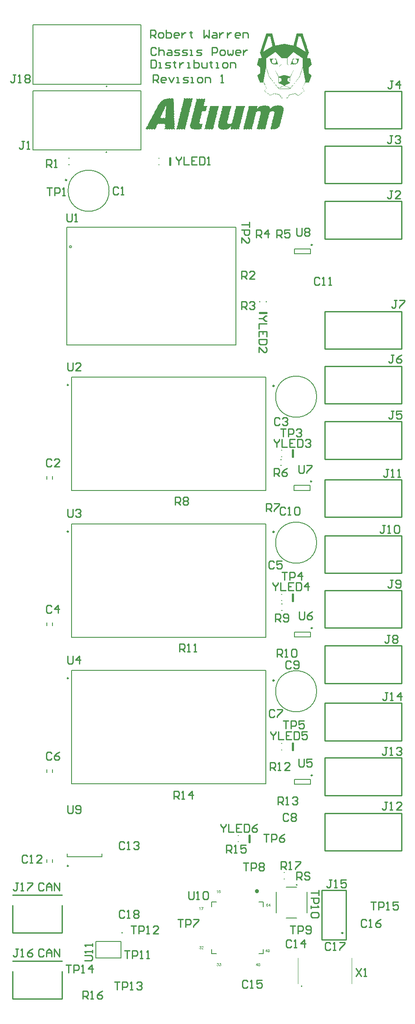
<source format=gto>
G04*
G04 #@! TF.GenerationSoftware,Altium Limited,Altium Designer,20.0.10 (225)*
G04*
G04 Layer_Color=65535*
%FSLAX25Y25*%
%MOIN*%
G70*
G01*
G75*
%ADD10C,0.00787*%
%ADD11C,0.00984*%
%ADD12C,0.01181*%
%ADD13C,0.00500*%
%ADD14C,0.01575*%
%ADD15C,0.01000*%
%ADD16C,0.00197*%
%ADD17C,0.00600*%
%ADD18C,0.00394*%
G36*
X227781Y746133D02*
X227918D01*
Y746065D01*
X227986D01*
Y745997D01*
X227918D01*
Y745928D01*
X227986D01*
Y745860D01*
X228054D01*
Y745792D01*
X227986D01*
Y745723D01*
X228054D01*
Y745655D01*
X228123D01*
Y745587D01*
X228054D01*
Y745518D01*
X228123D01*
Y745450D01*
X228191D01*
Y745382D01*
X228260D01*
Y745313D01*
X228191D01*
Y745245D01*
X228260D01*
Y745177D01*
X228191D01*
Y745108D01*
X228260D01*
Y745040D01*
X228328D01*
Y744972D01*
Y744903D01*
Y744835D01*
X228396D01*
Y744767D01*
X228328D01*
Y744698D01*
X228396D01*
Y744630D01*
X228465D01*
Y744561D01*
X228533D01*
Y744493D01*
X228465D01*
Y744425D01*
X228533D01*
Y744356D01*
X228465D01*
Y744288D01*
X228533D01*
Y744220D01*
X228601D01*
Y744151D01*
Y744083D01*
Y744015D01*
X228670D01*
Y743946D01*
X228601D01*
Y743878D01*
X228670D01*
Y743810D01*
X228738D01*
Y743741D01*
X228806D01*
Y743673D01*
X228738D01*
Y743605D01*
X228806D01*
Y743536D01*
X228738D01*
Y743468D01*
X228806D01*
Y743399D01*
X228875D01*
Y743331D01*
Y743263D01*
Y743194D01*
X228943D01*
Y743126D01*
X228875D01*
Y743058D01*
X228943D01*
Y742989D01*
X229011D01*
Y742921D01*
Y742853D01*
Y742784D01*
X229080D01*
Y742716D01*
X229011D01*
Y742648D01*
X229080D01*
Y742579D01*
X229148D01*
Y742511D01*
X229216D01*
Y742443D01*
X229148D01*
Y742374D01*
X229216D01*
Y742306D01*
Y742238D01*
Y742169D01*
X229285D01*
Y742101D01*
X229353D01*
Y742032D01*
X229285D01*
Y741964D01*
X229353D01*
Y741896D01*
X229285D01*
Y741827D01*
X229421D01*
Y741759D01*
Y741691D01*
X229490D01*
Y741622D01*
X229421D01*
Y741554D01*
X229490D01*
Y741486D01*
Y741417D01*
Y741349D01*
X229558D01*
Y741281D01*
X229626D01*
Y741212D01*
X229558D01*
Y741144D01*
X229626D01*
Y741076D01*
Y741007D01*
X229695D01*
Y740939D01*
Y740871D01*
X229763D01*
Y740802D01*
X229695D01*
Y740734D01*
X229763D01*
Y740666D01*
Y740597D01*
X229832D01*
Y740529D01*
Y740460D01*
X229900D01*
Y740392D01*
X229832D01*
Y740324D01*
X229900D01*
Y740255D01*
Y740187D01*
X229968D01*
Y740119D01*
Y740051D01*
X230037D01*
Y739982D01*
X229968D01*
Y739914D01*
X230037D01*
Y739845D01*
Y739777D01*
X230105D01*
Y739709D01*
Y739640D01*
X230173D01*
Y739572D01*
X230105D01*
Y739504D01*
X230173D01*
Y739435D01*
X230242D01*
Y739367D01*
Y739299D01*
Y739230D01*
X230310D01*
Y739162D01*
X230242D01*
Y739094D01*
X230310D01*
Y739025D01*
X230378D01*
Y738957D01*
Y738889D01*
Y738820D01*
X230447D01*
Y738752D01*
Y738684D01*
Y738615D01*
X230515D01*
Y738547D01*
Y738478D01*
Y738410D01*
X230583D01*
Y738342D01*
Y738273D01*
X230447D01*
Y738205D01*
Y738137D01*
X230652D01*
Y738068D01*
Y738000D01*
X230720D01*
Y737932D01*
Y737863D01*
Y737795D01*
X230788D01*
Y737727D01*
X230720D01*
Y737658D01*
X230788D01*
Y737590D01*
X230857D01*
Y737522D01*
Y737453D01*
Y737385D01*
X230925D01*
Y737317D01*
Y737248D01*
Y737180D01*
X230994D01*
Y737112D01*
Y737043D01*
Y736975D01*
X231062D01*
Y736906D01*
Y736838D01*
Y736770D01*
X231130D01*
Y736701D01*
X230994D01*
Y736633D01*
Y736565D01*
X231199D01*
Y736496D01*
Y736428D01*
Y736360D01*
X231267D01*
Y736291D01*
X231199D01*
Y736223D01*
X231267D01*
Y736155D01*
X231335D01*
Y736086D01*
X231404D01*
Y736018D01*
X231335D01*
Y735950D01*
Y735881D01*
X231404D01*
Y735813D01*
Y735744D01*
Y735676D01*
X231540D01*
Y735608D01*
X231472D01*
Y735539D01*
Y735471D01*
X231404D01*
Y735403D01*
X231472D01*
Y735334D01*
Y735266D01*
Y735198D01*
Y735129D01*
Y735061D01*
Y734993D01*
X231404D01*
Y734924D01*
X231472D01*
Y734856D01*
X231609D01*
Y734788D01*
Y734719D01*
X231677D01*
Y734651D01*
X231745D01*
Y734583D01*
Y734514D01*
X231882D01*
Y734446D01*
X231814D01*
Y734377D01*
Y734309D01*
Y734241D01*
X231882D01*
Y734172D01*
Y734104D01*
X231950D01*
Y734036D01*
Y733967D01*
Y733899D01*
X232019D01*
Y733831D01*
Y733762D01*
X231950D01*
Y733694D01*
Y733626D01*
X232087D01*
Y733557D01*
Y733489D01*
X232224D01*
Y733421D01*
X232292D01*
Y733352D01*
X232361D01*
Y733284D01*
X232292D01*
Y733352D01*
X232224D01*
Y733421D01*
X232155D01*
Y733352D01*
Y733284D01*
X232224D01*
Y733216D01*
Y733147D01*
X232155D01*
Y733079D01*
X232292D01*
Y733011D01*
Y732942D01*
Y732874D01*
Y732805D01*
X232361D01*
Y732737D01*
Y732669D01*
Y732600D01*
X232429D01*
Y732532D01*
Y732464D01*
Y732395D01*
X232497D01*
Y732327D01*
Y732259D01*
X232565D01*
Y732190D01*
X232702D01*
Y732122D01*
X232634D01*
Y732054D01*
Y731985D01*
X232771D01*
Y731917D01*
X232702D01*
Y731849D01*
X232771D01*
Y731780D01*
X232839D01*
Y731712D01*
X232907D01*
Y731644D01*
X232839D01*
Y731575D01*
X232907D01*
Y731507D01*
X232839D01*
Y731439D01*
X232907D01*
Y731370D01*
X232771D01*
Y731302D01*
Y731234D01*
X232702D01*
Y731165D01*
X232771D01*
Y731097D01*
X232702D01*
Y731029D01*
X232634D01*
Y730960D01*
X232565D01*
Y730892D01*
X232634D01*
Y730823D01*
X232565D01*
Y730755D01*
Y730687D01*
Y730618D01*
X232497D01*
Y730550D01*
Y730482D01*
Y730413D01*
X232429D01*
Y730345D01*
Y730277D01*
Y730208D01*
X232361D01*
Y730140D01*
X232292D01*
Y730072D01*
X232361D01*
Y730003D01*
X232292D01*
Y729935D01*
Y729867D01*
Y729798D01*
X232224D01*
Y729730D01*
X232155D01*
Y729662D01*
X232224D01*
Y729593D01*
X232155D01*
Y729525D01*
X232087D01*
Y729457D01*
Y729388D01*
Y729320D01*
X232019D01*
Y729251D01*
X232087D01*
Y729183D01*
X232019D01*
Y729115D01*
X231950D01*
Y729046D01*
X231882D01*
Y728978D01*
X231950D01*
Y728910D01*
X231882D01*
Y728841D01*
Y728773D01*
Y728705D01*
X231814D01*
Y728636D01*
X231745D01*
Y728568D01*
X231814D01*
Y728500D01*
X231745D01*
Y728431D01*
X231677D01*
Y728363D01*
Y728295D01*
Y728226D01*
X231609D01*
Y728158D01*
X231677D01*
Y728090D01*
X231609D01*
Y728021D01*
X231540D01*
Y727953D01*
X231472D01*
Y727884D01*
Y727816D01*
Y727748D01*
X231404D01*
Y727679D01*
Y727611D01*
Y727543D01*
X231335D01*
Y727474D01*
Y727406D01*
X231814D01*
Y727338D01*
X232565D01*
Y727269D01*
X233454D01*
Y727201D01*
X233591D01*
Y727269D01*
X233659D01*
Y727201D01*
X233727D01*
Y727269D01*
X233796D01*
Y727201D01*
X233864D01*
Y727133D01*
X233932D01*
Y727064D01*
X233864D01*
Y726996D01*
X233932D01*
Y726928D01*
X234001D01*
Y726859D01*
X233932D01*
Y726791D01*
X234001D01*
Y726722D01*
Y726654D01*
Y726586D01*
Y726517D01*
Y726449D01*
X234069D01*
Y726381D01*
X234138D01*
Y726312D01*
X234069D01*
Y726244D01*
X234138D01*
Y726176D01*
X234069D01*
Y726107D01*
X234138D01*
Y726039D01*
Y725971D01*
Y725902D01*
X234206D01*
Y725834D01*
Y725766D01*
Y725697D01*
X234274D01*
Y725629D01*
X234206D01*
Y725561D01*
X234274D01*
Y725492D01*
X234206D01*
Y725424D01*
X234274D01*
Y725356D01*
X234343D01*
Y725287D01*
X234274D01*
Y725219D01*
X234343D01*
Y725150D01*
X234411D01*
Y725082D01*
X234343D01*
Y725014D01*
X234411D01*
Y724945D01*
X234343D01*
Y724877D01*
X234411D01*
Y724809D01*
Y724740D01*
Y724672D01*
X234479D01*
Y724604D01*
X234548D01*
Y724535D01*
X234479D01*
Y724467D01*
X234548D01*
Y724399D01*
X234479D01*
Y724330D01*
X234548D01*
Y724262D01*
Y724194D01*
Y724125D01*
X234616D01*
Y724057D01*
Y723989D01*
Y723920D01*
X234684D01*
Y723852D01*
X234616D01*
Y723784D01*
X234684D01*
Y723715D01*
X234616D01*
Y723647D01*
X234684D01*
Y723579D01*
X234753D01*
Y723510D01*
X234684D01*
Y723442D01*
X234753D01*
Y723374D01*
X234821D01*
Y723305D01*
X234753D01*
Y723237D01*
X234821D01*
Y723168D01*
Y723100D01*
Y723032D01*
Y722963D01*
Y722895D01*
X234889D01*
Y722827D01*
X234958D01*
Y722758D01*
X234889D01*
Y722690D01*
X234958D01*
Y722622D01*
X234889D01*
Y722553D01*
X234958D01*
Y722485D01*
Y722417D01*
Y722348D01*
X235026D01*
Y722280D01*
Y722212D01*
Y722143D01*
X235094D01*
Y722075D01*
X235026D01*
Y722143D01*
X234889D01*
Y722075D01*
X234821D01*
Y722007D01*
X234753D01*
Y721938D01*
X234684D01*
Y721870D01*
X234616D01*
Y721802D01*
X234548D01*
Y721733D01*
X234479D01*
Y721665D01*
X234411D01*
Y721596D01*
X234343D01*
Y721528D01*
X234274D01*
Y721460D01*
X234206D01*
Y721391D01*
X234069D01*
Y721323D01*
Y721255D01*
X234001D01*
Y721186D01*
Y721118D01*
X233864D01*
Y721050D01*
X233796D01*
Y720981D01*
X233727D01*
Y720913D01*
X233591D01*
Y720845D01*
X233522D01*
Y720776D01*
Y720708D01*
Y720640D01*
X233454D01*
Y720571D01*
X233249D01*
Y720503D01*
X233181D01*
Y720435D01*
X232976D01*
Y720366D01*
X232907D01*
Y720298D01*
X232839D01*
Y720229D01*
X232771D01*
Y720161D01*
X232702D01*
Y720093D01*
X232771D01*
Y720024D01*
X232702D01*
Y719956D01*
X232771D01*
Y719888D01*
X232702D01*
Y719819D01*
X232771D01*
Y719751D01*
X232702D01*
Y719683D01*
X232771D01*
Y719614D01*
X232702D01*
Y719546D01*
X232771D01*
Y719478D01*
X232702D01*
Y719409D01*
X232771D01*
Y719341D01*
X232702D01*
Y719273D01*
X232771D01*
Y719204D01*
X232702D01*
Y719136D01*
X232771D01*
Y719067D01*
X232702D01*
Y718999D01*
X232771D01*
Y718931D01*
X232702D01*
Y718862D01*
X232771D01*
Y718794D01*
X232702D01*
Y718726D01*
X232771D01*
Y718657D01*
X232702D01*
Y718589D01*
X232771D01*
Y718521D01*
X232702D01*
Y718452D01*
X232771D01*
Y718384D01*
X232702D01*
Y718316D01*
X232771D01*
Y718247D01*
X232702D01*
Y718179D01*
X232771D01*
Y718111D01*
X232702D01*
Y718042D01*
X232771D01*
Y717974D01*
X232702D01*
Y717906D01*
X232771D01*
Y717837D01*
X232702D01*
Y717769D01*
X232771D01*
Y717701D01*
X232702D01*
Y717632D01*
X232771D01*
Y717564D01*
X232702D01*
Y717495D01*
X232771D01*
Y717427D01*
X232702D01*
Y717359D01*
X232771D01*
Y717290D01*
X232702D01*
Y717222D01*
X232771D01*
Y717154D01*
X232702D01*
Y717085D01*
X232771D01*
Y717017D01*
X232702D01*
Y716949D01*
X232771D01*
Y716880D01*
X232702D01*
Y716812D01*
X232771D01*
Y716744D01*
X232702D01*
Y716675D01*
X232771D01*
Y716607D01*
X232702D01*
Y716539D01*
X232771D01*
Y716470D01*
X232702D01*
Y716402D01*
X232771D01*
Y716334D01*
X232702D01*
Y716265D01*
X232771D01*
Y716197D01*
X232702D01*
Y716128D01*
X232771D01*
Y716060D01*
X232702D01*
Y715992D01*
X232771D01*
Y715924D01*
X232702D01*
Y715855D01*
X232771D01*
Y715787D01*
X232702D01*
Y715719D01*
X232771D01*
Y715650D01*
X232702D01*
Y715582D01*
X232771D01*
Y715513D01*
X232839D01*
Y715582D01*
X232907D01*
Y715513D01*
Y715445D01*
X233044D01*
Y715377D01*
X233112D01*
Y715308D01*
X233181D01*
Y715240D01*
X233249D01*
Y715172D01*
X233317D01*
Y715103D01*
X233386D01*
Y715035D01*
X233591D01*
Y714967D01*
X233659D01*
Y714898D01*
X233727D01*
Y714830D01*
X233796D01*
Y714762D01*
X233864D01*
Y714693D01*
X233932D01*
Y714625D01*
X234138D01*
Y714557D01*
X234206D01*
Y714488D01*
X234274D01*
Y714420D01*
X234343D01*
Y714352D01*
X234411D01*
Y714283D01*
X234479D01*
Y714215D01*
X234684D01*
Y714147D01*
X234753D01*
Y714078D01*
X234821D01*
Y714010D01*
X234889D01*
Y713941D01*
X234958D01*
Y713873D01*
X234889D01*
Y713805D01*
X234821D01*
Y713736D01*
Y713668D01*
Y713600D01*
X234753D01*
Y713531D01*
Y713463D01*
Y713395D01*
X234684D01*
Y713326D01*
X234616D01*
Y713258D01*
X234684D01*
Y713190D01*
X234616D01*
Y713121D01*
Y713053D01*
Y712985D01*
X234548D01*
Y712916D01*
X234479D01*
Y712848D01*
X234548D01*
Y712780D01*
X234479D01*
Y712711D01*
X234411D01*
Y712643D01*
Y712574D01*
Y712506D01*
X234343D01*
Y712438D01*
Y712369D01*
X234274D01*
Y712301D01*
Y712233D01*
X234206D01*
Y712164D01*
X234274D01*
Y712096D01*
X234206D01*
Y712028D01*
X234138D01*
Y711959D01*
Y711891D01*
Y711823D01*
X234069D01*
Y711754D01*
Y711686D01*
Y711618D01*
X234001D01*
Y711549D01*
X233932D01*
Y711481D01*
X234001D01*
Y711412D01*
X233932D01*
Y711344D01*
X233864D01*
Y711276D01*
Y711207D01*
Y711139D01*
X233796D01*
Y711071D01*
X233864D01*
Y711002D01*
X233796D01*
Y710934D01*
X233727D01*
Y710866D01*
Y710797D01*
Y710729D01*
X233659D01*
Y710661D01*
X233591D01*
Y710592D01*
Y710524D01*
Y710456D01*
X233522D01*
Y710387D01*
X233591D01*
Y710319D01*
X233522D01*
Y710251D01*
X233454D01*
Y710182D01*
X233386D01*
Y710114D01*
X233454D01*
Y710046D01*
X233386D01*
Y709977D01*
Y709909D01*
Y709840D01*
X233317D01*
Y709772D01*
X233249D01*
Y709704D01*
X233317D01*
Y709635D01*
X233249D01*
Y709567D01*
X233181D01*
Y709499D01*
Y709430D01*
Y709362D01*
X233112D01*
Y709294D01*
Y709225D01*
Y709157D01*
X233044D01*
Y709089D01*
X232976D01*
Y709020D01*
X233044D01*
Y708952D01*
X232976D01*
Y708884D01*
X232907D01*
Y708815D01*
X232839D01*
Y708747D01*
X232907D01*
Y708679D01*
X232839D01*
Y708610D01*
Y708542D01*
X232702D01*
Y708473D01*
X232634D01*
Y708542D01*
X232565D01*
Y708473D01*
X232497D01*
Y708542D01*
X232429D01*
Y708473D01*
X232361D01*
Y708542D01*
X232292D01*
Y708473D01*
X232224D01*
Y708542D01*
X232019D01*
Y708473D01*
X231950D01*
Y708542D01*
X230378D01*
Y708473D01*
X230310D01*
Y708542D01*
X230242D01*
Y708473D01*
X230105D01*
Y708405D01*
Y708337D01*
X230037D01*
Y708268D01*
Y708200D01*
X229968D01*
Y708132D01*
X229900D01*
Y708064D01*
Y707995D01*
X229832D01*
Y707927D01*
X229763D01*
Y707858D01*
Y707790D01*
X229695D01*
Y707722D01*
Y707653D01*
X229626D01*
Y707585D01*
X229558D01*
Y707517D01*
Y707448D01*
X229490D01*
Y707380D01*
Y707312D01*
X229421D01*
Y707243D01*
Y707175D01*
Y707107D01*
X229353D01*
Y707038D01*
Y706970D01*
X229285D01*
Y706902D01*
Y706833D01*
X229216D01*
Y706765D01*
X229148D01*
Y706697D01*
Y706628D01*
X229080D01*
Y706560D01*
Y706491D01*
X229011D01*
Y706423D01*
Y706355D01*
X228943D01*
Y706286D01*
Y706218D01*
X228875D01*
Y706150D01*
X228806D01*
Y706081D01*
X228738D01*
Y706013D01*
Y705945D01*
X228670D01*
Y705876D01*
Y705808D01*
X228601D01*
Y705740D01*
X228533D01*
Y705671D01*
Y705603D01*
X228465D01*
Y705535D01*
X228396D01*
Y705603D01*
Y705671D01*
X228465D01*
Y705740D01*
Y705808D01*
Y705876D01*
X228533D01*
Y705945D01*
X228601D01*
Y706013D01*
Y706081D01*
X228670D01*
Y706150D01*
Y706218D01*
X228738D01*
Y706286D01*
Y706355D01*
X228806D01*
Y706423D01*
Y706491D01*
X228875D01*
Y706560D01*
Y706628D01*
X228943D01*
Y706697D01*
X229011D01*
Y706765D01*
Y706833D01*
Y706902D01*
X229080D01*
Y706970D01*
Y707038D01*
X229148D01*
Y707107D01*
X229216D01*
Y707175D01*
Y707243D01*
Y707312D01*
X229285D01*
Y707380D01*
X229353D01*
Y707448D01*
Y707517D01*
Y707585D01*
X229421D01*
Y707653D01*
X229490D01*
Y707722D01*
Y707790D01*
X229558D01*
Y707858D01*
Y707927D01*
X229626D01*
Y707995D01*
Y708064D01*
X229695D01*
Y708132D01*
Y708200D01*
X229763D01*
Y708268D01*
Y708337D01*
X229832D01*
Y708405D01*
X229900D01*
Y708473D01*
Y708542D01*
Y708610D01*
X229968D01*
Y708679D01*
Y708747D01*
X230037D01*
Y708815D01*
Y708884D01*
X230105D01*
Y708952D01*
X230173D01*
Y709020D01*
Y709089D01*
X230105D01*
Y709157D01*
Y709225D01*
Y709294D01*
Y709362D01*
Y709430D01*
X230037D01*
Y709499D01*
Y709567D01*
X230105D01*
Y709635D01*
Y709704D01*
Y709772D01*
Y709840D01*
X230037D01*
Y709909D01*
Y709977D01*
Y710046D01*
Y710114D01*
X229968D01*
Y710182D01*
Y710251D01*
Y710319D01*
Y710387D01*
Y710456D01*
Y710524D01*
Y710592D01*
Y710661D01*
X229900D01*
Y710729D01*
Y710797D01*
Y710866D01*
Y710934D01*
X229832D01*
Y711002D01*
Y711071D01*
Y711139D01*
Y711207D01*
Y711276D01*
X229763D01*
Y711344D01*
Y711412D01*
Y711481D01*
Y711549D01*
X229695D01*
Y711618D01*
Y711686D01*
Y711754D01*
Y711823D01*
Y711891D01*
Y711959D01*
X229626D01*
Y712028D01*
Y712096D01*
Y712164D01*
Y712233D01*
X229558D01*
Y712301D01*
Y712369D01*
Y712438D01*
Y712506D01*
Y712574D01*
Y712643D01*
X229490D01*
Y712711D01*
Y712780D01*
Y712848D01*
Y712916D01*
X229421D01*
Y712985D01*
Y713053D01*
Y713121D01*
Y713190D01*
Y713258D01*
Y713326D01*
Y713395D01*
X229353D01*
Y713463D01*
Y713531D01*
Y713600D01*
Y713668D01*
X229285D01*
Y713736D01*
Y713805D01*
Y713873D01*
Y713941D01*
Y714010D01*
Y714078D01*
X229216D01*
Y714147D01*
Y714215D01*
Y714283D01*
Y714352D01*
X229148D01*
Y714420D01*
Y714488D01*
Y714557D01*
Y714625D01*
Y714693D01*
Y714762D01*
X229080D01*
Y714830D01*
Y714898D01*
Y714967D01*
Y715035D01*
Y715103D01*
Y715172D01*
X229011D01*
Y715240D01*
Y715308D01*
Y715377D01*
Y715445D01*
Y715513D01*
X228943D01*
Y715582D01*
Y715650D01*
Y715719D01*
Y715787D01*
Y715855D01*
Y715924D01*
X228875D01*
Y715992D01*
Y716060D01*
Y716128D01*
Y716197D01*
X228806D01*
Y716265D01*
Y716334D01*
Y716402D01*
Y716470D01*
Y716539D01*
Y716607D01*
X228738D01*
Y716675D01*
Y716744D01*
Y716812D01*
Y716880D01*
X228670D01*
Y716949D01*
Y717017D01*
Y717085D01*
Y717154D01*
Y717222D01*
Y717290D01*
Y717359D01*
X228601D01*
Y717427D01*
Y717495D01*
Y717564D01*
Y717632D01*
X228533D01*
Y717701D01*
Y717769D01*
Y717837D01*
Y717906D01*
Y717974D01*
Y718042D01*
Y718111D01*
X228465D01*
Y718179D01*
Y718247D01*
Y718316D01*
Y718384D01*
X228396D01*
Y718452D01*
Y718521D01*
Y718589D01*
Y718657D01*
Y718726D01*
X228328D01*
Y718794D01*
Y718862D01*
Y718931D01*
Y718999D01*
Y719067D01*
X228260D01*
Y719136D01*
Y719204D01*
Y719273D01*
Y719341D01*
Y719409D01*
Y719478D01*
Y719546D01*
X228191D01*
Y719614D01*
Y719683D01*
Y719751D01*
Y719819D01*
X228123D01*
Y719751D01*
X228054D01*
Y719683D01*
Y719614D01*
X227986D01*
Y719546D01*
Y719478D01*
X227918D01*
Y719409D01*
Y719341D01*
Y719273D01*
Y719204D01*
X227850D01*
Y719136D01*
Y719067D01*
Y718999D01*
X227781D01*
Y718931D01*
Y718862D01*
Y718794D01*
X227713D01*
Y718726D01*
Y718657D01*
Y718589D01*
X227644D01*
Y718521D01*
Y718452D01*
Y718384D01*
X227576D01*
Y718316D01*
Y718247D01*
Y718179D01*
Y718111D01*
X227508D01*
Y718042D01*
Y717974D01*
X227439D01*
Y717906D01*
Y717837D01*
Y717769D01*
X227371D01*
Y717701D01*
Y717632D01*
Y717564D01*
X227303D01*
Y717495D01*
Y717427D01*
Y717359D01*
Y717290D01*
X227234D01*
Y717222D01*
Y717154D01*
X227166D01*
Y717085D01*
Y717017D01*
Y716949D01*
Y716880D01*
X227098D01*
Y716812D01*
Y716744D01*
Y716675D01*
X227029D01*
Y716607D01*
Y716539D01*
Y716470D01*
X226961D01*
Y716402D01*
Y716334D01*
Y716265D01*
X226893D01*
Y716197D01*
Y716128D01*
Y716060D01*
X226824D01*
Y715992D01*
Y715924D01*
Y715855D01*
X226756D01*
Y715787D01*
Y715719D01*
Y715650D01*
Y715582D01*
X226688D01*
Y715513D01*
Y715445D01*
Y715377D01*
X226619D01*
Y715308D01*
Y715240D01*
Y715172D01*
X226551D01*
Y715103D01*
Y715035D01*
Y714967D01*
X226483D01*
Y714898D01*
Y714830D01*
Y714762D01*
X226414D01*
Y714693D01*
Y714625D01*
Y714557D01*
Y714488D01*
X226346D01*
Y714420D01*
Y714352D01*
X226277D01*
Y714283D01*
Y714215D01*
Y714147D01*
Y714078D01*
X226209D01*
Y714010D01*
Y713941D01*
X226141D01*
Y713873D01*
Y713805D01*
Y713736D01*
Y713668D01*
X226072D01*
Y713600D01*
Y713531D01*
X226004D01*
Y713463D01*
Y713395D01*
Y713326D01*
Y713258D01*
Y713190D01*
X225936D01*
Y713121D01*
Y713053D01*
X225867D01*
Y712985D01*
X225799D01*
Y712916D01*
Y712848D01*
X225731D01*
Y712780D01*
X225662D01*
Y712711D01*
X225594D01*
Y712643D01*
X225526D01*
Y712574D01*
Y712506D01*
X225457D01*
Y712438D01*
X225389D01*
Y712369D01*
X225321D01*
Y712301D01*
Y712233D01*
X225252D01*
Y712164D01*
X225184D01*
Y712096D01*
X225115D01*
Y712028D01*
X225047D01*
Y711959D01*
Y711891D01*
X224979D01*
Y711823D01*
X224910D01*
Y711754D01*
X224842D01*
Y711686D01*
X224774D01*
Y711618D01*
Y711549D01*
X224637D01*
Y711481D01*
Y711412D01*
X224569D01*
Y711344D01*
X224500D01*
Y711276D01*
Y711207D01*
X224432D01*
Y711139D01*
X224364D01*
Y711071D01*
X224295D01*
Y711002D01*
Y710934D01*
X224227D01*
Y710866D01*
X224159D01*
Y710797D01*
X224090D01*
Y710729D01*
X224022D01*
Y710661D01*
X223954D01*
Y710592D01*
Y710524D01*
X223885D01*
Y710456D01*
X223817D01*
Y710387D01*
X223749D01*
Y710319D01*
X223680D01*
Y710251D01*
Y710182D01*
X223612D01*
Y710114D01*
X223544D01*
Y710046D01*
X223475D01*
Y709977D01*
Y709909D01*
X223407D01*
Y709840D01*
X223339D01*
Y709772D01*
X223270D01*
Y709704D01*
Y709635D01*
X223202D01*
Y709567D01*
X223133D01*
Y709499D01*
X223065D01*
Y709430D01*
X222997D01*
Y709362D01*
X222928D01*
Y709294D01*
Y709225D01*
X222860D01*
Y709157D01*
X222792D01*
Y709089D01*
X222723D01*
Y709020D01*
X222655D01*
Y708952D01*
Y708884D01*
X222587D01*
Y708815D01*
X222518D01*
Y708747D01*
X222450D01*
Y708679D01*
Y708610D01*
X222382D01*
Y708542D01*
X222313D01*
Y708473D01*
X222245D01*
Y708405D01*
X222177D01*
Y708337D01*
Y708268D01*
X222108D01*
Y708200D01*
X222040D01*
Y708132D01*
X221972D01*
Y708064D01*
X221903D01*
Y707995D01*
Y707927D01*
X221835D01*
Y707858D01*
X221766D01*
Y707790D01*
X221698D01*
Y707722D01*
X221630D01*
Y707790D01*
Y707858D01*
X221698D01*
Y707927D01*
X221766D01*
Y707995D01*
Y708064D01*
X221835D01*
Y708132D01*
X221903D01*
Y708200D01*
X221972D01*
Y708268D01*
Y708337D01*
X222040D01*
Y708405D01*
X222108D01*
Y708473D01*
Y708542D01*
X222177D01*
Y708610D01*
X222245D01*
Y708679D01*
X222313D01*
Y708747D01*
Y708815D01*
X222382D01*
Y708884D01*
X222450D01*
Y708952D01*
X222518D01*
Y709020D01*
X222587D01*
Y709089D01*
X222655D01*
Y709157D01*
Y709225D01*
X222723D01*
Y709294D01*
X222792D01*
Y709362D01*
X222860D01*
Y709430D01*
Y709499D01*
X222928D01*
Y709567D01*
X222997D01*
Y709635D01*
X223065D01*
Y709704D01*
Y709772D01*
X223133D01*
Y709840D01*
Y709909D01*
X223202D01*
Y709977D01*
X223270D01*
Y710046D01*
X223339D01*
Y710114D01*
Y710182D01*
X223407D01*
Y710251D01*
X223475D01*
Y710319D01*
Y710387D01*
X223407D01*
Y710456D01*
X223475D01*
Y710387D01*
X223544D01*
Y710456D01*
X223475D01*
Y710524D01*
X223544D01*
Y710456D01*
X223612D01*
Y710524D01*
X223544D01*
Y710592D01*
Y710661D01*
X223612D01*
Y710729D01*
X223680D01*
Y710661D01*
Y710592D01*
X223749D01*
Y710661D01*
X223817D01*
Y710729D01*
Y710797D01*
X223749D01*
Y710866D01*
X223817D01*
Y710797D01*
X223885D01*
Y710866D01*
X223817D01*
Y710934D01*
Y711002D01*
X223885D01*
Y710934D01*
Y710866D01*
X223954D01*
Y710934D01*
X224022D01*
Y711002D01*
Y711071D01*
X223954D01*
Y711139D01*
X224022D01*
Y711071D01*
X224090D01*
Y711139D01*
X224022D01*
Y711207D01*
X224090D01*
Y711139D01*
X224159D01*
Y711207D01*
X224090D01*
Y711276D01*
Y711344D01*
X224159D01*
Y711412D01*
X224227D01*
Y711344D01*
Y711276D01*
X224295D01*
Y711344D01*
X224364D01*
Y711412D01*
X224432D01*
Y711481D01*
Y711549D01*
X224364D01*
Y711618D01*
X224432D01*
Y711549D01*
X224500D01*
Y711618D01*
X224432D01*
Y711686D01*
Y711754D01*
X224500D01*
Y711686D01*
Y711618D01*
X224569D01*
Y711686D01*
Y711754D01*
X224500D01*
Y711823D01*
X224569D01*
Y711754D01*
X224637D01*
Y711823D01*
X224569D01*
Y711891D01*
X224637D01*
Y711959D01*
Y712028D01*
X224706D01*
Y712096D01*
X224774D01*
Y712164D01*
X224842D01*
Y712233D01*
X224910D01*
Y712301D01*
X224979D01*
Y712369D01*
Y712438D01*
X225047D01*
Y712506D01*
X225115D01*
Y712574D01*
X225184D01*
Y712643D01*
X225252D01*
Y712711D01*
Y712780D01*
X225321D01*
Y712848D01*
X225389D01*
Y712916D01*
X225457D01*
Y712985D01*
X225526D01*
Y713053D01*
Y713121D01*
X225594D01*
Y713190D01*
X225662D01*
Y713258D01*
Y713326D01*
X225731D01*
Y713395D01*
Y713463D01*
Y713531D01*
X225799D01*
Y713600D01*
Y713668D01*
Y713736D01*
Y713805D01*
X225867D01*
Y713873D01*
Y713941D01*
Y714010D01*
X225936D01*
Y714078D01*
Y714147D01*
Y714215D01*
X226004D01*
Y714283D01*
Y714352D01*
Y714420D01*
X226072D01*
Y714488D01*
Y714557D01*
Y714625D01*
X226141D01*
Y714693D01*
Y714762D01*
X226209D01*
Y714830D01*
Y714898D01*
Y714967D01*
Y715035D01*
Y715103D01*
X226277D01*
Y715172D01*
Y715240D01*
X226346D01*
Y715308D01*
Y715377D01*
Y715445D01*
Y715513D01*
X226414D01*
Y715582D01*
Y715650D01*
X226483D01*
Y715719D01*
Y715787D01*
Y715855D01*
Y715924D01*
X226551D01*
Y715992D01*
Y716060D01*
X226619D01*
Y716128D01*
Y716197D01*
Y716265D01*
Y716334D01*
X226688D01*
Y716402D01*
Y716470D01*
Y716539D01*
X226756D01*
Y716607D01*
Y716675D01*
Y716744D01*
X226824D01*
Y716812D01*
Y716880D01*
Y716949D01*
X226893D01*
Y717017D01*
Y717085D01*
Y717154D01*
X226961D01*
Y717222D01*
Y717290D01*
Y717359D01*
X227029D01*
Y717427D01*
Y717495D01*
Y717564D01*
X227098D01*
Y717632D01*
Y717701D01*
Y717769D01*
Y717837D01*
X227166D01*
Y717906D01*
Y717974D01*
X227234D01*
Y718042D01*
Y718111D01*
Y718179D01*
Y718247D01*
X227303D01*
Y718316D01*
Y718384D01*
X227371D01*
Y718452D01*
Y718521D01*
Y718589D01*
X227439D01*
Y718657D01*
Y718726D01*
Y718794D01*
Y718862D01*
X227508D01*
Y718931D01*
Y718999D01*
Y719067D01*
X227576D01*
Y719136D01*
Y719204D01*
Y719273D01*
X227644D01*
Y719341D01*
Y719409D01*
Y719478D01*
X227713D01*
Y719546D01*
Y719614D01*
Y719683D01*
X227781D01*
Y719751D01*
Y719819D01*
Y719888D01*
X227850D01*
Y719956D01*
Y720024D01*
Y720093D01*
Y720161D01*
X227918D01*
Y720229D01*
Y720298D01*
Y720366D01*
X227986D01*
Y720435D01*
Y720503D01*
Y720571D01*
Y720640D01*
Y720708D01*
Y720776D01*
Y720845D01*
Y720913D01*
Y720981D01*
Y721050D01*
Y721118D01*
Y721186D01*
Y721255D01*
Y721323D01*
Y721391D01*
Y721460D01*
Y721528D01*
Y721596D01*
Y721665D01*
Y721733D01*
Y721802D01*
Y721870D01*
Y721938D01*
Y722007D01*
Y722075D01*
Y722143D01*
Y722212D01*
Y722280D01*
Y722348D01*
Y722417D01*
Y722485D01*
Y722553D01*
Y722622D01*
Y722690D01*
Y722758D01*
Y722827D01*
Y722895D01*
Y722963D01*
Y723032D01*
Y723100D01*
Y723168D01*
Y723237D01*
Y723305D01*
Y723374D01*
Y723442D01*
Y723510D01*
Y723579D01*
Y723647D01*
Y723715D01*
Y723784D01*
Y723852D01*
Y723920D01*
Y723989D01*
Y724057D01*
Y724125D01*
Y724194D01*
Y724262D01*
Y724330D01*
Y724399D01*
Y724467D01*
Y724535D01*
Y724604D01*
Y724672D01*
Y724740D01*
Y724809D01*
Y724877D01*
Y724945D01*
Y725014D01*
Y725082D01*
Y725150D01*
Y725219D01*
Y725287D01*
Y725356D01*
Y725424D01*
Y725492D01*
Y725561D01*
Y725629D01*
Y725697D01*
Y725766D01*
Y725834D01*
Y725902D01*
Y725971D01*
Y726039D01*
Y726107D01*
Y726176D01*
Y726244D01*
Y726312D01*
Y726381D01*
Y726449D01*
Y726517D01*
Y726586D01*
Y726654D01*
Y726722D01*
Y726791D01*
Y726859D01*
Y726928D01*
Y726996D01*
Y727064D01*
Y727133D01*
X227918D01*
Y727201D01*
X227781D01*
Y727269D01*
X227713D01*
Y727338D01*
X227644D01*
Y727406D01*
X227508D01*
Y727474D01*
X227439D01*
Y727543D01*
X227303D01*
Y727611D01*
X227234D01*
Y727679D01*
X227098D01*
Y727748D01*
X227029D01*
Y727816D01*
X226893D01*
Y727884D01*
X226824D01*
Y727953D01*
X226688D01*
Y728021D01*
X226619D01*
Y728090D01*
X226483D01*
Y728158D01*
X226414D01*
Y728226D01*
X226277D01*
Y728295D01*
X226209D01*
Y728363D01*
X226141D01*
Y728431D01*
X226004D01*
Y728500D01*
X225936D01*
Y728568D01*
X225799D01*
Y728636D01*
X225731D01*
Y728705D01*
X225594D01*
Y728773D01*
X225526D01*
Y728841D01*
X225389D01*
Y728910D01*
X225321D01*
Y728978D01*
X225252D01*
Y729046D01*
X225115D01*
Y729115D01*
X225047D01*
Y729183D01*
X224910D01*
Y729251D01*
X224842D01*
Y729320D01*
X224706D01*
Y729388D01*
X224637D01*
Y729457D01*
X224500D01*
Y729525D01*
X224432D01*
Y729593D01*
X224295D01*
Y729662D01*
X224227D01*
Y729730D01*
X224090D01*
Y729798D01*
X224022D01*
Y729867D01*
X223954D01*
Y729935D01*
X223817D01*
Y730003D01*
X223749D01*
Y730072D01*
X223612D01*
Y730140D01*
X223544D01*
Y730208D01*
X223407D01*
Y730277D01*
X223339D01*
Y730345D01*
X223202D01*
Y730413D01*
X223133D01*
Y730482D01*
X222997D01*
Y730550D01*
X222928D01*
Y730618D01*
X222860D01*
Y730687D01*
X222723D01*
Y730755D01*
X222655D01*
Y730823D01*
X222518D01*
Y730892D01*
X222450D01*
Y730960D01*
X222313D01*
Y731029D01*
X222245D01*
Y731097D01*
X222177D01*
Y731165D01*
X222040D01*
Y731234D01*
X221972D01*
Y731302D01*
X221835D01*
Y731370D01*
X221766D01*
Y731439D01*
X221630D01*
Y731507D01*
X221561D01*
Y731575D01*
X221425D01*
Y731644D01*
X221356D01*
Y731712D01*
X221220D01*
Y731780D01*
X221151D01*
Y731849D01*
X221083D01*
Y731917D01*
X220878D01*
Y731849D01*
X220810D01*
Y731780D01*
X220741D01*
Y731712D01*
X220673D01*
Y731644D01*
X220605D01*
Y731575D01*
X220536D01*
Y731507D01*
X220468D01*
Y731439D01*
X220399D01*
Y731370D01*
X220331D01*
Y731302D01*
X220263D01*
Y731234D01*
X220195D01*
Y731165D01*
X220126D01*
Y731097D01*
X220058D01*
Y731029D01*
X219989D01*
Y730960D01*
X219921D01*
Y730892D01*
X219853D01*
Y730823D01*
X219784D01*
Y730755D01*
X219716D01*
Y730687D01*
X219648D01*
Y730618D01*
X219579D01*
Y730550D01*
X219511D01*
Y730482D01*
X219443D01*
Y730413D01*
X219374D01*
Y730345D01*
X219306D01*
Y730277D01*
X219238D01*
Y730208D01*
X219169D01*
Y730140D01*
X219101D01*
Y730072D01*
X219033D01*
Y730003D01*
X218964D01*
Y729935D01*
X218896D01*
Y729867D01*
X218828D01*
Y729798D01*
X218759D01*
Y729730D01*
X218691D01*
Y729662D01*
X218622D01*
Y729593D01*
X218554D01*
Y729525D01*
X218486D01*
Y729457D01*
X218417D01*
Y729388D01*
X218349D01*
Y729320D01*
X218281D01*
Y729251D01*
X218212D01*
Y729183D01*
X218144D01*
Y729115D01*
X218076D01*
Y729046D01*
X218007D01*
Y728978D01*
X217939D01*
Y728910D01*
X217871D01*
Y728841D01*
X217802D01*
Y728773D01*
X217734D01*
Y728705D01*
X217666D01*
Y728636D01*
X217597D01*
Y728568D01*
X217529D01*
Y728500D01*
X217460D01*
Y728431D01*
X217392D01*
Y728363D01*
X217324D01*
Y728295D01*
X217255D01*
Y728226D01*
X217187D01*
Y728158D01*
X217119D01*
Y728090D01*
X217051D01*
Y728021D01*
X216982D01*
Y727953D01*
X216914D01*
Y727884D01*
X216845D01*
Y727816D01*
X216777D01*
Y727748D01*
X216709D01*
Y727679D01*
X216640D01*
Y727611D01*
X216572D01*
Y727679D01*
X216435D01*
Y727611D01*
Y727543D01*
X216504D01*
Y727474D01*
X216435D01*
Y727406D01*
X216367D01*
Y727338D01*
Y727269D01*
Y727201D01*
Y727133D01*
Y727064D01*
Y726996D01*
Y726928D01*
Y726859D01*
Y726791D01*
Y726722D01*
Y726654D01*
Y726586D01*
Y726517D01*
Y726449D01*
Y726381D01*
Y726312D01*
Y726244D01*
Y726176D01*
Y726107D01*
Y726039D01*
Y725971D01*
Y725902D01*
Y725834D01*
Y725766D01*
Y725697D01*
Y725629D01*
Y725561D01*
Y725492D01*
Y725424D01*
Y725356D01*
Y725287D01*
Y725219D01*
Y725150D01*
Y725082D01*
Y725014D01*
Y724945D01*
Y724877D01*
Y724809D01*
Y724740D01*
Y724672D01*
Y724604D01*
Y724535D01*
Y724467D01*
Y724399D01*
Y724330D01*
Y724262D01*
Y724194D01*
Y724125D01*
Y724057D01*
Y723989D01*
Y723920D01*
Y723852D01*
Y723784D01*
Y723715D01*
Y723647D01*
Y723579D01*
Y723510D01*
Y723442D01*
Y723374D01*
Y723305D01*
Y723237D01*
Y723168D01*
Y723100D01*
Y723032D01*
Y722963D01*
Y722895D01*
Y722827D01*
Y722758D01*
Y722690D01*
Y722622D01*
Y722553D01*
X216435D01*
Y722485D01*
X216504D01*
Y722417D01*
X216572D01*
Y722348D01*
X216640D01*
Y722280D01*
X216709D01*
Y722212D01*
X216777D01*
Y722143D01*
X216845D01*
Y722075D01*
X216914D01*
Y722007D01*
Y721938D01*
X216982D01*
Y721870D01*
X217051D01*
Y721802D01*
X217119D01*
Y721733D01*
X217187D01*
Y721665D01*
X217255D01*
Y721596D01*
X217324D01*
Y721528D01*
X217392D01*
Y721460D01*
X217460D01*
Y721391D01*
X217529D01*
Y721323D01*
X217597D01*
Y721255D01*
X217666D01*
Y721186D01*
X217734D01*
Y721118D01*
Y721050D01*
X217802D01*
Y720981D01*
X217871D01*
Y720913D01*
X217939D01*
Y720845D01*
X218007D01*
Y720776D01*
X218076D01*
Y720708D01*
X218144D01*
Y720640D01*
X218212D01*
Y720571D01*
X218281D01*
Y720503D01*
X218349D01*
Y720435D01*
X218417D01*
Y720366D01*
Y720298D01*
X218486D01*
Y720229D01*
X218554D01*
Y720161D01*
X218622D01*
Y720093D01*
X218691D01*
Y720024D01*
X218554D01*
Y720093D01*
X218486D01*
Y720161D01*
Y720229D01*
X218417D01*
Y720298D01*
X218281D01*
Y720366D01*
Y720435D01*
X218212D01*
Y720503D01*
X218144D01*
Y720571D01*
X218076D01*
Y720640D01*
X218007D01*
Y720708D01*
X217939D01*
Y720776D01*
X217871D01*
Y720845D01*
X217802D01*
Y720913D01*
X217734D01*
Y720981D01*
X217666D01*
Y721050D01*
X217597D01*
Y721118D01*
X217529D01*
Y721186D01*
X217460D01*
Y721255D01*
X217392D01*
Y721323D01*
X217324D01*
Y721391D01*
X217255D01*
Y721460D01*
X217187D01*
Y721528D01*
X217119D01*
Y721596D01*
X217051D01*
Y721665D01*
X216982D01*
Y721733D01*
X216914D01*
Y721802D01*
X216845D01*
Y721870D01*
X216777D01*
Y721938D01*
X216709D01*
Y722007D01*
X216640D01*
Y722075D01*
X216572D01*
Y722143D01*
X216504D01*
Y722212D01*
X216435D01*
Y722280D01*
X216367D01*
Y722348D01*
X216299D01*
Y722417D01*
X216230D01*
Y722485D01*
Y722553D01*
Y722622D01*
Y722690D01*
Y722758D01*
Y722827D01*
Y722895D01*
Y722963D01*
Y723032D01*
Y723100D01*
Y723168D01*
Y723237D01*
Y723305D01*
Y723374D01*
Y723442D01*
Y723510D01*
Y723579D01*
Y723647D01*
Y723715D01*
Y723784D01*
Y723852D01*
Y723920D01*
Y723989D01*
Y724057D01*
Y724125D01*
Y724194D01*
Y724262D01*
X216162D01*
Y724330D01*
Y724399D01*
Y724467D01*
Y724535D01*
Y724604D01*
Y724672D01*
Y724740D01*
Y724809D01*
Y724877D01*
X216230D01*
Y724945D01*
X216162D01*
Y725014D01*
Y725082D01*
Y725150D01*
Y725219D01*
Y725287D01*
Y725356D01*
Y725424D01*
Y725492D01*
Y725561D01*
Y725629D01*
Y725697D01*
Y725766D01*
Y725834D01*
Y725902D01*
Y725971D01*
Y726039D01*
Y726107D01*
Y726176D01*
Y726244D01*
Y726312D01*
Y726381D01*
Y726449D01*
Y726517D01*
Y726586D01*
Y726654D01*
Y726722D01*
Y726791D01*
Y726859D01*
Y726928D01*
Y726996D01*
Y727064D01*
Y727133D01*
Y727201D01*
Y727269D01*
X211924D01*
Y727201D01*
X211856D01*
Y727133D01*
Y727064D01*
Y726996D01*
Y726928D01*
Y726859D01*
Y726791D01*
Y726722D01*
Y726654D01*
Y726586D01*
Y726517D01*
Y726449D01*
Y726381D01*
Y726312D01*
Y726244D01*
Y726176D01*
Y726107D01*
Y726039D01*
Y725971D01*
Y725902D01*
Y725834D01*
Y725766D01*
Y725697D01*
Y725629D01*
Y725561D01*
Y725492D01*
Y725424D01*
Y725356D01*
Y725287D01*
Y725219D01*
Y725150D01*
Y725082D01*
Y725014D01*
Y724945D01*
Y724877D01*
Y724809D01*
Y724740D01*
Y724672D01*
Y724604D01*
Y724535D01*
Y724467D01*
Y724399D01*
Y724330D01*
Y724262D01*
Y724194D01*
Y724125D01*
Y724057D01*
Y723989D01*
Y723920D01*
Y723852D01*
Y723784D01*
Y723715D01*
Y723647D01*
Y723579D01*
Y723510D01*
Y723442D01*
Y723374D01*
Y723305D01*
Y723237D01*
Y723168D01*
Y723100D01*
Y723032D01*
Y722963D01*
Y722895D01*
Y722827D01*
Y722758D01*
Y722690D01*
Y722622D01*
Y722553D01*
Y722485D01*
X211788D01*
Y722417D01*
X211719D01*
Y722348D01*
X211651D01*
Y722280D01*
X211583D01*
Y722212D01*
X211514D01*
Y722143D01*
X211446D01*
Y722075D01*
X211378D01*
Y722007D01*
X211309D01*
Y721938D01*
X211241D01*
Y721870D01*
X211173D01*
Y721802D01*
X211104D01*
Y721733D01*
X211036D01*
Y721665D01*
X210967D01*
Y721596D01*
X210899D01*
Y721528D01*
X210831D01*
Y721460D01*
X210762D01*
Y721391D01*
X210694D01*
Y721323D01*
X210626D01*
Y721255D01*
X210557D01*
Y721186D01*
X210489D01*
Y721118D01*
X210421D01*
Y721050D01*
X210352D01*
Y720981D01*
X210284D01*
Y720913D01*
X210216D01*
Y720845D01*
Y720776D01*
X210079D01*
Y720708D01*
Y720640D01*
X210011D01*
Y720571D01*
X209942D01*
Y720503D01*
X209874D01*
Y720435D01*
X209805D01*
Y720366D01*
X209737D01*
Y720298D01*
X209669D01*
Y720229D01*
X209600D01*
Y720161D01*
X209532D01*
Y720093D01*
X209464D01*
Y720024D01*
X209327D01*
Y720093D01*
X209395D01*
Y720161D01*
X209464D01*
Y720229D01*
X209532D01*
Y720298D01*
X209600D01*
Y720366D01*
X209669D01*
Y720435D01*
X209737D01*
Y720503D01*
X209805D01*
Y720571D01*
Y720640D01*
X209942D01*
Y720708D01*
Y720776D01*
X210011D01*
Y720845D01*
X210079D01*
Y720913D01*
X210147D01*
Y720981D01*
X210216D01*
Y721050D01*
X210284D01*
Y721118D01*
X210352D01*
Y721186D01*
X210421D01*
Y721255D01*
X210489D01*
Y721323D01*
X210557D01*
Y721391D01*
X210626D01*
Y721460D01*
Y721528D01*
X210694D01*
Y721596D01*
X210762D01*
Y721665D01*
X210831D01*
Y721733D01*
X210899D01*
Y721802D01*
X210967D01*
Y721870D01*
X211036D01*
Y721938D01*
X211104D01*
Y722007D01*
X211173D01*
Y722075D01*
X211241D01*
Y722143D01*
X211309D01*
Y722212D01*
X211378D01*
Y722280D01*
Y722348D01*
X211446D01*
Y722417D01*
X211583D01*
Y722485D01*
Y722553D01*
X211651D01*
Y722622D01*
Y722690D01*
Y722758D01*
Y722827D01*
Y722895D01*
Y722963D01*
Y723032D01*
Y723100D01*
Y723168D01*
Y723237D01*
Y723305D01*
Y723374D01*
Y723442D01*
Y723510D01*
Y723579D01*
Y723647D01*
Y723715D01*
Y723784D01*
Y723852D01*
Y723920D01*
Y723989D01*
Y724057D01*
Y724125D01*
Y724194D01*
Y724262D01*
Y724330D01*
Y724399D01*
Y724467D01*
Y724535D01*
Y724604D01*
Y724672D01*
Y724740D01*
Y724809D01*
Y724877D01*
Y724945D01*
Y725014D01*
X211719D01*
Y725082D01*
Y725150D01*
Y725219D01*
Y725287D01*
Y725356D01*
Y725424D01*
Y725492D01*
Y725561D01*
Y725629D01*
Y725697D01*
Y725766D01*
Y725834D01*
Y725902D01*
Y725971D01*
Y726039D01*
Y726107D01*
Y726176D01*
Y726244D01*
Y726312D01*
Y726381D01*
Y726449D01*
Y726517D01*
Y726586D01*
Y726654D01*
Y726722D01*
Y726791D01*
Y726859D01*
Y726928D01*
Y726996D01*
Y727064D01*
Y727133D01*
Y727201D01*
Y727269D01*
Y727338D01*
X211651D01*
Y727406D01*
X211583D01*
Y727474D01*
X211514D01*
Y727543D01*
X211446D01*
Y727611D01*
X211378D01*
Y727679D01*
X211309D01*
Y727748D01*
X211241D01*
Y727816D01*
X211173D01*
Y727884D01*
X211104D01*
Y727953D01*
X211036D01*
Y728021D01*
X210967D01*
Y728090D01*
X210899D01*
Y728158D01*
X210831D01*
Y728226D01*
X210762D01*
Y728295D01*
X210694D01*
Y728363D01*
X210626D01*
Y728431D01*
X210557D01*
Y728500D01*
X210489D01*
Y728568D01*
X210421D01*
Y728636D01*
X210352D01*
Y728705D01*
X210284D01*
Y728773D01*
X210216D01*
Y728841D01*
X210147D01*
Y728910D01*
X210079D01*
Y728978D01*
X210011D01*
Y729046D01*
X209942D01*
Y729115D01*
X209874D01*
Y729183D01*
X209805D01*
Y729251D01*
X209737D01*
Y729320D01*
X209669D01*
Y729388D01*
X209600D01*
Y729457D01*
X209532D01*
Y729525D01*
X209464D01*
Y729593D01*
X209395D01*
Y729662D01*
X209327D01*
Y729730D01*
X209259D01*
Y729798D01*
X209190D01*
Y729867D01*
X209122D01*
Y729935D01*
X209054D01*
Y730003D01*
X208985D01*
Y730072D01*
X208917D01*
Y730140D01*
X208849D01*
Y730208D01*
X208780D01*
Y730277D01*
X208712D01*
Y730345D01*
X208644D01*
Y730413D01*
X208575D01*
Y730482D01*
X208507D01*
Y730550D01*
X208439D01*
Y730618D01*
X208370D01*
Y730687D01*
X208302D01*
Y730755D01*
X208233D01*
Y730823D01*
X208165D01*
Y730892D01*
X208097D01*
Y730960D01*
X208029D01*
Y731029D01*
X207960D01*
Y731097D01*
X207892D01*
Y731165D01*
X207823D01*
Y731234D01*
X207755D01*
Y731302D01*
X207687D01*
Y731370D01*
X207618D01*
Y731439D01*
X207550D01*
Y731507D01*
X207482D01*
Y731575D01*
X207413D01*
Y731644D01*
X207345D01*
Y731712D01*
X207277D01*
Y731780D01*
X207208D01*
Y731849D01*
X207140D01*
Y731917D01*
X207003D01*
Y731849D01*
X206867D01*
Y731780D01*
X206798D01*
Y731712D01*
X206662D01*
Y731644D01*
X206593D01*
Y731575D01*
X206456D01*
Y731507D01*
X206320D01*
Y731439D01*
X206251D01*
Y731370D01*
X206183D01*
Y731302D01*
X206115D01*
Y731234D01*
X205978D01*
Y731165D01*
X205910D01*
Y731097D01*
X205773D01*
Y731029D01*
X205705D01*
Y730960D01*
X205568D01*
Y730892D01*
X205500D01*
Y730823D01*
X205431D01*
Y730755D01*
X205294D01*
Y730687D01*
X205226D01*
Y730618D01*
X205089D01*
Y730550D01*
X205021D01*
Y730482D01*
X204885D01*
Y730413D01*
X204816D01*
Y730345D01*
X204679D01*
Y730277D01*
X204611D01*
Y730208D01*
X204474D01*
Y730140D01*
X204406D01*
Y730072D01*
X204338D01*
Y730003D01*
X204201D01*
Y729935D01*
X204133D01*
Y729867D01*
X203996D01*
Y729798D01*
X203928D01*
Y729730D01*
X203791D01*
Y729662D01*
X203723D01*
Y729593D01*
X203586D01*
Y729525D01*
X203518D01*
Y729457D01*
X203381D01*
Y729388D01*
X203312D01*
Y729320D01*
X203244D01*
Y729251D01*
X203107D01*
Y729183D01*
X203039D01*
Y729115D01*
X202902D01*
Y729046D01*
X202766D01*
Y728978D01*
X202697D01*
Y728910D01*
X202629D01*
Y728841D01*
X202492D01*
Y728773D01*
X202424D01*
Y728705D01*
X202287D01*
Y728636D01*
X202219D01*
Y728568D01*
X202151D01*
Y728500D01*
X202014D01*
Y728431D01*
X201945D01*
Y728363D01*
X201809D01*
Y728295D01*
X201740D01*
Y728226D01*
X201604D01*
Y728158D01*
X201535D01*
Y728090D01*
X201399D01*
Y728021D01*
X201330D01*
Y727953D01*
X201194D01*
Y727884D01*
X201125D01*
Y727816D01*
X200989D01*
Y727748D01*
X200920D01*
Y727679D01*
X200852D01*
Y727611D01*
X200715D01*
Y727543D01*
X200647D01*
Y727474D01*
X200510D01*
Y727406D01*
X200442D01*
Y727338D01*
X200305D01*
Y727269D01*
X200237D01*
Y727201D01*
X200100D01*
Y727133D01*
X200032D01*
Y727064D01*
Y726996D01*
Y726928D01*
Y726859D01*
Y726791D01*
Y726722D01*
Y726654D01*
Y726586D01*
Y726517D01*
Y726449D01*
Y726381D01*
Y726312D01*
Y726244D01*
Y726176D01*
Y726107D01*
Y726039D01*
Y725971D01*
Y725902D01*
Y725834D01*
Y725766D01*
Y725697D01*
Y725629D01*
Y725561D01*
Y725492D01*
Y725424D01*
Y725356D01*
Y725287D01*
Y725219D01*
Y725150D01*
Y725082D01*
Y725014D01*
Y724945D01*
Y724877D01*
Y724809D01*
Y724740D01*
Y724672D01*
Y724604D01*
Y724535D01*
Y724467D01*
Y724399D01*
Y724330D01*
Y724262D01*
Y724194D01*
Y724125D01*
Y724057D01*
Y723989D01*
Y723920D01*
Y723852D01*
Y723784D01*
Y723715D01*
Y723647D01*
Y723579D01*
Y723510D01*
Y723442D01*
Y723374D01*
Y723305D01*
Y723237D01*
Y723168D01*
Y723100D01*
Y723032D01*
Y722963D01*
Y722895D01*
Y722827D01*
Y722758D01*
Y722690D01*
Y722622D01*
Y722553D01*
Y722485D01*
Y722417D01*
Y722348D01*
Y722280D01*
Y722212D01*
Y722143D01*
Y722075D01*
Y722007D01*
Y721938D01*
Y721870D01*
Y721802D01*
Y721733D01*
Y721665D01*
Y721596D01*
Y721528D01*
Y721460D01*
Y721391D01*
Y721323D01*
Y721255D01*
Y721186D01*
Y721118D01*
Y721050D01*
Y720981D01*
Y720913D01*
Y720845D01*
Y720776D01*
Y720708D01*
Y720640D01*
Y720571D01*
Y720503D01*
Y720435D01*
Y720366D01*
X200100D01*
Y720298D01*
Y720229D01*
X200168D01*
Y720161D01*
Y720093D01*
Y720024D01*
Y719956D01*
X200237D01*
Y719888D01*
Y719819D01*
Y719751D01*
X200305D01*
Y719683D01*
Y719614D01*
Y719546D01*
Y719478D01*
X200374D01*
Y719409D01*
Y719341D01*
X200442D01*
Y719273D01*
Y719204D01*
Y719136D01*
X200510D01*
Y719067D01*
Y718999D01*
Y718931D01*
X200578D01*
Y718862D01*
Y718794D01*
Y718726D01*
Y718657D01*
X200647D01*
Y718589D01*
Y718521D01*
X200715D01*
Y718452D01*
Y718384D01*
Y718316D01*
Y718247D01*
X200784D01*
Y718179D01*
Y718111D01*
Y718042D01*
X200852D01*
Y717974D01*
Y717906D01*
Y717837D01*
X200920D01*
Y717769D01*
Y717701D01*
Y717632D01*
X200989D01*
Y717564D01*
Y717495D01*
Y717427D01*
X201057D01*
Y717359D01*
Y717290D01*
Y717222D01*
X201125D01*
Y717154D01*
Y717085D01*
Y717017D01*
Y716949D01*
X201194D01*
Y716880D01*
Y716812D01*
Y716744D01*
X201262D01*
Y716675D01*
Y716607D01*
Y716539D01*
X201330D01*
Y716470D01*
Y716402D01*
Y716334D01*
X201399D01*
Y716265D01*
Y716197D01*
Y716128D01*
X201467D01*
Y716060D01*
Y715992D01*
Y715924D01*
X201535D01*
Y715855D01*
Y715787D01*
Y715719D01*
X201604D01*
Y715650D01*
Y715582D01*
Y715513D01*
X201672D01*
Y715445D01*
Y715377D01*
Y715308D01*
X201740D01*
Y715240D01*
Y715172D01*
Y715103D01*
X201809D01*
Y715035D01*
Y714967D01*
Y714898D01*
X201877D01*
Y714830D01*
Y714762D01*
Y714693D01*
Y714625D01*
X201945D01*
Y714557D01*
Y714488D01*
Y714420D01*
X202014D01*
Y714352D01*
Y714283D01*
Y714215D01*
X202082D01*
Y714147D01*
Y714078D01*
Y714010D01*
X202151D01*
Y713941D01*
Y713873D01*
Y713805D01*
X202219D01*
Y713736D01*
Y713668D01*
X202287D01*
Y713600D01*
Y713531D01*
Y713463D01*
Y713395D01*
X202356D01*
Y713326D01*
Y713258D01*
Y713190D01*
X202424D01*
Y713121D01*
X202492D01*
Y713053D01*
X202561D01*
Y712985D01*
X202629D01*
Y712916D01*
Y712848D01*
X202697D01*
Y712780D01*
X202766D01*
Y712711D01*
X202834D01*
Y712643D01*
Y712574D01*
X202902D01*
Y712506D01*
X202971D01*
Y712438D01*
X203039D01*
Y712369D01*
X203107D01*
Y712301D01*
Y712233D01*
X203176D01*
Y712164D01*
X203244D01*
Y712096D01*
X203312D01*
Y712028D01*
X203381D01*
Y711959D01*
Y711891D01*
X203449D01*
Y711823D01*
X203518D01*
Y711754D01*
X203586D01*
Y711686D01*
X203654D01*
Y711618D01*
X203723D01*
Y711549D01*
Y711481D01*
X203791D01*
Y711412D01*
X203859D01*
Y711344D01*
X203928D01*
Y711276D01*
X203996D01*
Y711207D01*
Y711139D01*
X204064D01*
Y711071D01*
X204133D01*
Y711002D01*
X204201D01*
Y710934D01*
X204269D01*
Y710866D01*
X204338D01*
Y710797D01*
Y710729D01*
X204406D01*
Y710661D01*
X204474D01*
Y710592D01*
X204543D01*
Y710524D01*
Y710456D01*
X204611D01*
Y710387D01*
X204679D01*
Y710319D01*
X204748D01*
Y710251D01*
X204816D01*
Y710182D01*
X204885D01*
Y710114D01*
Y710046D01*
X204953D01*
Y709977D01*
X205021D01*
Y709909D01*
X205089D01*
Y709840D01*
X205158D01*
Y709772D01*
Y709704D01*
X205226D01*
Y709635D01*
X205294D01*
Y709567D01*
X205363D01*
Y709499D01*
X205431D01*
Y709430D01*
Y709362D01*
X205500D01*
Y709294D01*
X205568D01*
Y709225D01*
X205636D01*
Y709157D01*
X205705D01*
Y709089D01*
Y709020D01*
X205773D01*
Y708952D01*
X205841D01*
Y708884D01*
X205910D01*
Y708815D01*
X205978D01*
Y708747D01*
Y708679D01*
X206046D01*
Y708610D01*
X206115D01*
Y708542D01*
X206183D01*
Y708473D01*
X206251D01*
Y708405D01*
X206320D01*
Y708337D01*
Y708268D01*
X206388D01*
Y708200D01*
X206456D01*
Y708132D01*
X206525D01*
Y708064D01*
Y707995D01*
X206593D01*
Y707927D01*
X206662D01*
Y707858D01*
X206730D01*
Y707790D01*
X206798D01*
Y707722D01*
Y707653D01*
X206867D01*
Y707585D01*
X206935D01*
Y707517D01*
X207003D01*
Y707448D01*
X207072D01*
Y707380D01*
X207140D01*
Y707312D01*
Y707243D01*
X207208D01*
Y707175D01*
X207277D01*
Y707107D01*
X207345D01*
Y707038D01*
Y706970D01*
X207413D01*
Y706902D01*
X207482D01*
Y706833D01*
X207550D01*
Y706765D01*
X207618D01*
Y706697D01*
Y706628D01*
X207687D01*
Y706560D01*
X207755D01*
Y706491D01*
X207823D01*
Y706423D01*
X207892D01*
Y706355D01*
X207960D01*
Y706286D01*
Y706218D01*
X208029D01*
Y706150D01*
X208097D01*
Y706081D01*
X208165D01*
Y706013D01*
X208233D01*
Y705945D01*
X208302D01*
Y705876D01*
Y705808D01*
X208370D01*
Y705740D01*
X208439D01*
Y705671D01*
X208507D01*
Y705603D01*
Y705535D01*
X208575D01*
Y705466D01*
X208644D01*
Y705398D01*
X208712D01*
Y705330D01*
X208780D01*
Y705261D01*
X208849D01*
Y705193D01*
Y705125D01*
X208917D01*
Y705056D01*
X208985D01*
Y704988D01*
X209054D01*
Y704919D01*
X208985D01*
Y704988D01*
X208917D01*
Y705056D01*
X208849D01*
Y705125D01*
X208780D01*
Y705193D01*
X208712D01*
Y705261D01*
Y705330D01*
X208644D01*
Y705398D01*
X208575D01*
Y705466D01*
X208507D01*
Y705535D01*
X208439D01*
Y705603D01*
Y705671D01*
X208370D01*
Y705740D01*
X208302D01*
Y705808D01*
X208233D01*
Y705876D01*
X208165D01*
Y705945D01*
Y706013D01*
X208097D01*
Y706081D01*
X208029D01*
Y706150D01*
X207960D01*
Y706218D01*
X207892D01*
Y706286D01*
Y706355D01*
X207823D01*
Y706423D01*
X207755D01*
Y706491D01*
X207687D01*
Y706560D01*
X207618D01*
Y706628D01*
X207550D01*
Y706697D01*
Y706765D01*
X207482D01*
Y706833D01*
X207413D01*
Y706902D01*
X207345D01*
Y706970D01*
X207277D01*
Y707038D01*
Y707107D01*
X207208D01*
Y707175D01*
X207140D01*
Y707243D01*
X207072D01*
Y707312D01*
Y707380D01*
X207003D01*
Y707448D01*
X206935D01*
Y707517D01*
X206867D01*
Y707585D01*
X206798D01*
Y707653D01*
X206730D01*
Y707722D01*
Y707790D01*
X206662D01*
Y707858D01*
X206593D01*
Y707927D01*
X206525D01*
Y707995D01*
X206456D01*
Y708064D01*
Y708132D01*
X206388D01*
Y708200D01*
X206320D01*
Y708268D01*
X206251D01*
Y708337D01*
X206183D01*
Y708405D01*
Y708473D01*
X206115D01*
Y708542D01*
X206046D01*
Y708610D01*
X205978D01*
Y708679D01*
X205910D01*
Y708747D01*
Y708815D01*
X205841D01*
Y708884D01*
X205773D01*
Y708952D01*
X205705D01*
Y709020D01*
X205636D01*
Y709089D01*
Y709157D01*
X205568D01*
Y709225D01*
X205500D01*
Y709294D01*
X205431D01*
Y709362D01*
X205363D01*
Y709430D01*
Y709499D01*
X205294D01*
Y709567D01*
X205226D01*
Y709635D01*
X205158D01*
Y709704D01*
X205089D01*
Y709772D01*
Y709840D01*
X205021D01*
Y709909D01*
X204953D01*
Y709977D01*
X204885D01*
Y710046D01*
X204816D01*
Y710114D01*
X204748D01*
Y710182D01*
Y710251D01*
X204679D01*
Y710319D01*
X204611D01*
Y710387D01*
X204543D01*
Y710456D01*
X204474D01*
Y710387D01*
X204543D01*
Y710319D01*
X204611D01*
Y710251D01*
Y710182D01*
X204679D01*
Y710114D01*
X204748D01*
Y710046D01*
Y709977D01*
X204816D01*
Y709909D01*
X204885D01*
Y709840D01*
X204953D01*
Y709772D01*
Y709704D01*
X205021D01*
Y709635D01*
X205089D01*
Y709567D01*
Y709499D01*
X205158D01*
Y709430D01*
Y709362D01*
X205226D01*
Y709294D01*
X205294D01*
Y709225D01*
X205363D01*
Y709157D01*
X205431D01*
Y709089D01*
X205500D01*
Y709020D01*
Y708952D01*
X205568D01*
Y708884D01*
X205636D01*
Y708815D01*
X205705D01*
Y708747D01*
X205773D01*
Y708679D01*
Y708610D01*
X205841D01*
Y708542D01*
X205910D01*
Y708473D01*
X205978D01*
Y708405D01*
Y708337D01*
X206046D01*
Y708268D01*
X206115D01*
Y708200D01*
X206183D01*
Y708132D01*
Y708064D01*
X206251D01*
Y707995D01*
Y707927D01*
X206320D01*
Y707858D01*
X206388D01*
Y707790D01*
X206456D01*
Y707722D01*
X206525D01*
Y707653D01*
X206593D01*
Y707585D01*
X206662D01*
Y707517D01*
Y707448D01*
X206730D01*
Y707380D01*
X206798D01*
Y707312D01*
X206867D01*
Y707243D01*
Y707175D01*
X207003D01*
Y707107D01*
Y707038D01*
X207072D01*
Y706970D01*
X207140D01*
Y706902D01*
Y706833D01*
X207208D01*
Y706765D01*
X207277D01*
Y706697D01*
X207345D01*
Y706628D01*
X207413D01*
Y706560D01*
X207482D01*
Y706491D01*
X207550D01*
Y706423D01*
X207618D01*
Y706355D01*
Y706286D01*
X207755D01*
Y706218D01*
X207823D01*
Y706150D01*
Y706081D01*
X207960D01*
Y706013D01*
Y705945D01*
X208029D01*
Y705876D01*
X208165D01*
Y705808D01*
Y705740D01*
X208233D01*
Y705671D01*
X208302D01*
Y705603D01*
X208370D01*
Y705535D01*
X208439D01*
Y705466D01*
X208507D01*
Y705398D01*
Y705330D01*
X208575D01*
Y705261D01*
Y705193D01*
X208644D01*
Y705125D01*
X208712D01*
Y705056D01*
Y704988D01*
X208780D01*
Y704919D01*
X208917D01*
Y704851D01*
Y704783D01*
X208985D01*
Y704714D01*
X209054D01*
Y704646D01*
X209122D01*
Y704578D01*
X209190D01*
Y704509D01*
Y704441D01*
X209327D01*
Y704509D01*
Y704578D01*
X209259D01*
Y704646D01*
X209190D01*
Y704714D01*
X209122D01*
Y704783D01*
X209054D01*
Y704851D01*
X209122D01*
Y704783D01*
X209190D01*
Y704714D01*
X209259D01*
Y704646D01*
X209327D01*
Y704578D01*
X209395D01*
Y704509D01*
Y704441D01*
X209464D01*
Y704373D01*
X209737D01*
Y704441D01*
X209874D01*
Y704509D01*
X210079D01*
Y704578D01*
X210216D01*
Y704646D01*
X210352D01*
Y704714D01*
X210489D01*
Y704783D01*
X210626D01*
Y704851D01*
X210831D01*
Y704919D01*
X210967D01*
Y704988D01*
X211104D01*
Y705056D01*
X211241D01*
Y705125D01*
X211446D01*
Y705193D01*
X211583D01*
Y705261D01*
X211719D01*
Y705330D01*
X211856D01*
Y705398D01*
X212061D01*
Y705466D01*
X212198D01*
Y705535D01*
X212334D01*
Y705603D01*
X212471D01*
Y705671D01*
X212608D01*
Y705740D01*
X212813D01*
Y705808D01*
X212949D01*
Y705876D01*
X213086D01*
Y705945D01*
X213291D01*
Y706013D01*
X213428D01*
Y706081D01*
X213565D01*
Y706150D01*
X213633D01*
Y706218D01*
Y706286D01*
Y706355D01*
X213565D01*
Y706423D01*
X213360D01*
Y706491D01*
X213223D01*
Y706560D01*
X213086D01*
Y706628D01*
X212881D01*
Y706697D01*
X212744D01*
Y706765D01*
X212608D01*
Y706833D01*
X212471D01*
Y706902D01*
X212266D01*
Y706970D01*
X212129D01*
Y707038D01*
X211993D01*
Y707107D01*
X211856D01*
Y707175D01*
X211651D01*
Y707243D01*
X211514D01*
Y707312D01*
X211378D01*
Y707380D01*
X211241D01*
Y707448D01*
X211036D01*
Y707517D01*
X210899D01*
Y707585D01*
X210762D01*
Y707653D01*
X210557D01*
Y707722D01*
X210421D01*
Y707790D01*
X210284D01*
Y707858D01*
X210147D01*
Y707927D01*
X209942D01*
Y707995D01*
X209805D01*
Y708064D01*
X209669D01*
Y708132D01*
X209532D01*
Y708200D01*
Y708268D01*
Y708337D01*
Y708405D01*
Y708473D01*
Y708542D01*
Y708610D01*
Y708679D01*
Y708747D01*
Y708815D01*
Y708884D01*
Y708952D01*
Y709020D01*
Y709089D01*
Y709157D01*
Y709225D01*
Y709294D01*
Y709362D01*
Y709430D01*
Y709499D01*
Y709567D01*
Y709635D01*
Y709704D01*
Y709772D01*
Y709840D01*
Y709909D01*
Y709977D01*
Y710046D01*
Y710114D01*
Y710182D01*
Y710251D01*
Y710319D01*
Y710387D01*
Y710456D01*
Y710524D01*
Y710592D01*
Y710661D01*
Y710729D01*
Y710797D01*
Y710866D01*
Y710934D01*
Y711002D01*
Y711071D01*
Y711139D01*
Y711207D01*
Y711276D01*
Y711344D01*
Y711412D01*
Y711481D01*
Y711549D01*
Y711618D01*
Y711686D01*
Y711754D01*
Y711823D01*
Y711891D01*
Y711959D01*
Y712028D01*
Y712096D01*
Y712164D01*
Y712233D01*
Y712301D01*
Y712369D01*
Y712438D01*
Y712506D01*
X209464D01*
Y712574D01*
Y712643D01*
X209395D01*
Y712711D01*
Y712780D01*
X209327D01*
Y712848D01*
Y712916D01*
X209259D01*
Y712985D01*
Y713053D01*
Y713121D01*
X209190D01*
Y713190D01*
Y713258D01*
X209122D01*
Y713326D01*
Y713395D01*
X209054D01*
Y713463D01*
Y713531D01*
X208985D01*
Y713600D01*
Y713668D01*
X208917D01*
Y713736D01*
Y713805D01*
X208849D01*
Y713873D01*
Y713941D01*
X208780D01*
Y714010D01*
Y714078D01*
X208712D01*
Y714147D01*
Y714215D01*
X208644D01*
Y714283D01*
Y714352D01*
X208575D01*
Y714420D01*
Y714488D01*
X208507D01*
Y714557D01*
Y714625D01*
Y714693D01*
X208439D01*
Y714762D01*
Y714830D01*
X208370D01*
Y714898D01*
Y714967D01*
X208302D01*
Y715035D01*
Y715103D01*
X208233D01*
Y715172D01*
Y715240D01*
X208165D01*
Y715308D01*
Y715377D01*
X208097D01*
Y715445D01*
Y715513D01*
Y715582D01*
X208029D01*
Y715650D01*
Y715719D01*
X207960D01*
Y715787D01*
Y715855D01*
X207892D01*
Y715924D01*
Y715992D01*
X207823D01*
Y716060D01*
Y716128D01*
X207755D01*
Y716197D01*
Y716265D01*
X207687D01*
Y716334D01*
Y716402D01*
Y716470D01*
X207618D01*
Y716539D01*
Y716607D01*
X207550D01*
Y716675D01*
Y716744D01*
X207482D01*
Y716812D01*
Y716880D01*
X207413D01*
Y716949D01*
Y717017D01*
X207345D01*
Y717085D01*
Y717154D01*
X207277D01*
Y717222D01*
Y717290D01*
X207208D01*
Y717359D01*
Y717427D01*
Y717495D01*
X207140D01*
Y717564D01*
X207072D01*
Y717632D01*
Y717701D01*
X207140D01*
Y717769D01*
X207208D01*
Y717701D01*
Y717632D01*
X207277D01*
Y717564D01*
Y717495D01*
X207345D01*
Y717427D01*
Y717359D01*
X207413D01*
Y717290D01*
Y717222D01*
X207482D01*
Y717154D01*
Y717085D01*
X207550D01*
Y717017D01*
Y716949D01*
X207618D01*
Y716880D01*
Y716812D01*
X207687D01*
Y716744D01*
Y716675D01*
X207755D01*
Y716607D01*
X207823D01*
Y716539D01*
Y716470D01*
Y716402D01*
X207892D01*
Y716334D01*
X207960D01*
Y716265D01*
Y716197D01*
X208029D01*
Y716128D01*
Y716060D01*
X208097D01*
Y715992D01*
Y715924D01*
X208165D01*
Y715855D01*
Y715787D01*
X208233D01*
Y715719D01*
Y715650D01*
X208302D01*
Y715582D01*
Y715513D01*
X208370D01*
Y715445D01*
Y715377D01*
X208439D01*
Y715308D01*
Y715240D01*
X208507D01*
Y715172D01*
Y715103D01*
X208575D01*
Y715035D01*
Y714967D01*
X208644D01*
Y714898D01*
Y714830D01*
X208712D01*
Y714762D01*
Y714693D01*
X208780D01*
Y714625D01*
Y714557D01*
X208849D01*
Y714488D01*
Y714420D01*
X208917D01*
Y714352D01*
Y714283D01*
X208985D01*
Y714215D01*
Y714147D01*
X209054D01*
Y714078D01*
Y714010D01*
X209122D01*
Y713941D01*
X209190D01*
Y713873D01*
Y713805D01*
Y713736D01*
X209259D01*
Y713668D01*
X209327D01*
Y713600D01*
Y713531D01*
X209395D01*
Y713463D01*
Y713395D01*
X209464D01*
Y713326D01*
Y713258D01*
X209532D01*
Y713190D01*
Y713121D01*
Y713053D01*
X209805D01*
Y713121D01*
X210011D01*
Y713190D01*
X210216D01*
Y713258D01*
X210421D01*
Y713326D01*
X210626D01*
Y713395D01*
X210831D01*
Y713463D01*
X211104D01*
Y713531D01*
X211309D01*
Y713600D01*
X211514D01*
Y713668D01*
X211719D01*
Y713736D01*
X211993D01*
Y713805D01*
X212198D01*
Y713873D01*
X212403D01*
Y713941D01*
X212608D01*
Y714010D01*
X212813D01*
Y714078D01*
X213086D01*
Y714147D01*
X213291D01*
Y714215D01*
X213496D01*
Y714283D01*
X213701D01*
Y714352D01*
X213906D01*
Y714420D01*
X214111D01*
Y714352D01*
X214317D01*
Y714283D01*
X214522D01*
Y714215D01*
X214795D01*
Y714147D01*
X215000D01*
Y714078D01*
X215205D01*
Y714010D01*
X215410D01*
Y713941D01*
X215684D01*
Y713873D01*
X215889D01*
Y713805D01*
X216094D01*
Y713736D01*
X216367D01*
Y713668D01*
X216504D01*
Y713600D01*
X216777D01*
Y713531D01*
X216982D01*
Y713463D01*
X217187D01*
Y713395D01*
X217392D01*
Y713326D01*
X217666D01*
Y713258D01*
X217802D01*
Y713190D01*
X218076D01*
Y713121D01*
X218212D01*
Y713053D01*
X218486D01*
Y713121D01*
Y713190D01*
X218554D01*
Y713258D01*
Y713326D01*
X218622D01*
Y713395D01*
Y713463D01*
X218691D01*
Y713531D01*
Y713600D01*
X218759D01*
Y713668D01*
Y713736D01*
X218828D01*
Y713805D01*
Y713873D01*
X218896D01*
Y713941D01*
Y714010D01*
X218964D01*
Y714078D01*
Y714147D01*
X219033D01*
Y714215D01*
Y714283D01*
X219101D01*
Y714352D01*
Y714420D01*
X219169D01*
Y714488D01*
Y714557D01*
X219238D01*
Y714625D01*
Y714693D01*
X219306D01*
Y714762D01*
Y714830D01*
X219374D01*
Y714898D01*
Y714967D01*
X219443D01*
Y715035D01*
X219511D01*
Y715103D01*
Y715172D01*
Y715240D01*
X219579D01*
Y715308D01*
X219648D01*
Y715377D01*
Y715445D01*
X219716D01*
Y715513D01*
Y715582D01*
X219784D01*
Y715650D01*
Y715719D01*
Y715787D01*
X219853D01*
Y715855D01*
X219921D01*
Y715924D01*
Y715992D01*
X219989D01*
Y716060D01*
Y716128D01*
X220058D01*
Y716197D01*
Y716265D01*
X220126D01*
Y716334D01*
Y716402D01*
X220195D01*
Y716470D01*
Y716539D01*
X220263D01*
Y716607D01*
Y716675D01*
X220331D01*
Y716744D01*
Y716812D01*
X220399D01*
Y716880D01*
Y716949D01*
X220468D01*
Y717017D01*
Y717085D01*
X220536D01*
Y717154D01*
Y717222D01*
X220605D01*
Y717290D01*
Y717359D01*
X220673D01*
Y717427D01*
Y717495D01*
X220741D01*
Y717564D01*
X220810D01*
Y717632D01*
Y717701D01*
Y717769D01*
X220878D01*
Y717701D01*
X221015D01*
Y717632D01*
X220946D01*
Y717564D01*
X220878D01*
Y717495D01*
Y717427D01*
X220810D01*
Y717359D01*
Y717290D01*
X220741D01*
Y717222D01*
Y717154D01*
Y717085D01*
X220673D01*
Y717017D01*
Y716949D01*
X220605D01*
Y716880D01*
Y716812D01*
X220536D01*
Y716744D01*
Y716675D01*
X220468D01*
Y716607D01*
Y716539D01*
X220399D01*
Y716470D01*
Y716402D01*
X220331D01*
Y716334D01*
Y716265D01*
Y716197D01*
X220263D01*
Y716128D01*
Y716060D01*
X220195D01*
Y715992D01*
X220126D01*
Y715924D01*
Y715855D01*
Y715787D01*
X220058D01*
Y715719D01*
Y715650D01*
X219989D01*
Y715582D01*
Y715513D01*
X219921D01*
Y715445D01*
Y715377D01*
X219853D01*
Y715308D01*
Y715240D01*
X219784D01*
Y715172D01*
Y715103D01*
X219716D01*
Y715035D01*
Y714967D01*
Y714898D01*
X219648D01*
Y714830D01*
Y714762D01*
X219579D01*
Y714693D01*
Y714625D01*
X219511D01*
Y714557D01*
Y714488D01*
X219443D01*
Y714420D01*
Y714352D01*
X219374D01*
Y714283D01*
Y714215D01*
X219306D01*
Y714147D01*
Y714078D01*
X219238D01*
Y714010D01*
Y713941D01*
Y713873D01*
X219169D01*
Y713805D01*
X219101D01*
Y713736D01*
Y713668D01*
Y713600D01*
X219033D01*
Y713531D01*
X218964D01*
Y713463D01*
Y713395D01*
Y713326D01*
X218896D01*
Y713258D01*
X218828D01*
Y713190D01*
Y713121D01*
Y713053D01*
X218759D01*
Y712985D01*
Y712916D01*
X218691D01*
Y712848D01*
Y712780D01*
X218622D01*
Y712711D01*
Y712643D01*
X218554D01*
Y712574D01*
Y712506D01*
Y712438D01*
Y712369D01*
Y712301D01*
Y712233D01*
Y712164D01*
Y712096D01*
Y712028D01*
Y711959D01*
X218486D01*
Y711891D01*
Y711823D01*
Y711754D01*
Y711686D01*
Y711618D01*
X218554D01*
Y711549D01*
Y711481D01*
Y711412D01*
Y711344D01*
Y711276D01*
Y711207D01*
X218486D01*
Y711139D01*
Y711071D01*
Y711002D01*
Y710934D01*
Y710866D01*
Y710797D01*
Y710729D01*
Y710661D01*
Y710592D01*
Y710524D01*
Y710456D01*
Y710387D01*
Y710319D01*
Y710251D01*
Y710182D01*
Y710114D01*
Y710046D01*
Y709977D01*
Y709909D01*
Y709840D01*
Y709772D01*
Y709704D01*
Y709635D01*
Y709567D01*
Y709499D01*
Y709430D01*
Y709362D01*
Y709294D01*
Y709225D01*
Y709157D01*
Y709089D01*
Y709020D01*
Y708952D01*
Y708884D01*
Y708815D01*
Y708747D01*
Y708679D01*
Y708610D01*
Y708542D01*
Y708473D01*
Y708405D01*
Y708337D01*
Y708268D01*
Y708200D01*
Y708132D01*
X218417D01*
Y708064D01*
X218212D01*
Y707995D01*
X218076D01*
Y707927D01*
X217939D01*
Y707858D01*
X217802D01*
Y707790D01*
X217597D01*
Y707722D01*
X217460D01*
Y707653D01*
X217324D01*
Y707585D01*
X217119D01*
Y707517D01*
X216982D01*
Y707448D01*
X216845D01*
Y707380D01*
X216709D01*
Y707312D01*
X216504D01*
Y707243D01*
X216367D01*
Y707175D01*
X216230D01*
Y707107D01*
X216094D01*
Y707038D01*
X215889D01*
Y706970D01*
X215752D01*
Y706902D01*
X215615D01*
Y706833D01*
X215478D01*
Y706765D01*
X215273D01*
Y706697D01*
X215137D01*
Y706628D01*
X215000D01*
Y706560D01*
X214795D01*
Y706491D01*
X214658D01*
Y706423D01*
X214522D01*
Y706355D01*
X214385D01*
Y706286D01*
Y706218D01*
Y706150D01*
X214453D01*
Y706081D01*
X214658D01*
Y706013D01*
X214795D01*
Y705945D01*
X214932D01*
Y705876D01*
X215068D01*
Y705808D01*
X215273D01*
Y705740D01*
X215410D01*
Y705671D01*
X215547D01*
Y705603D01*
X215684D01*
Y705535D01*
X215889D01*
Y705466D01*
X216025D01*
Y705398D01*
X216162D01*
Y705330D01*
X216299D01*
Y705261D01*
X216504D01*
Y705193D01*
X216640D01*
Y705125D01*
X216777D01*
Y705056D01*
X216914D01*
Y704988D01*
X217119D01*
Y704919D01*
X217255D01*
Y704851D01*
X217392D01*
Y704783D01*
X217529D01*
Y704714D01*
X217666D01*
Y704646D01*
X217871D01*
Y704578D01*
X218007D01*
Y704509D01*
X218144D01*
Y704441D01*
X218281D01*
Y704373D01*
X218554D01*
Y704441D01*
X218622D01*
Y704509D01*
X218691D01*
Y704441D01*
X218828D01*
Y704509D01*
X218896D01*
Y704578D01*
X218964D01*
Y704646D01*
Y704714D01*
X219033D01*
Y704783D01*
X219101D01*
Y704851D01*
X219169D01*
Y704919D01*
X219238D01*
Y704988D01*
X219306D01*
Y705056D01*
X219374D01*
Y705125D01*
Y705193D01*
X219443D01*
Y705261D01*
X219511D01*
Y705330D01*
Y705398D01*
X219579D01*
Y705466D01*
Y705535D01*
X219511D01*
Y705603D01*
Y705671D01*
X219579D01*
Y705740D01*
X219648D01*
Y705671D01*
Y705603D01*
X219716D01*
Y705671D01*
X219784D01*
Y705740D01*
X219853D01*
Y705808D01*
X219921D01*
Y705876D01*
X219989D01*
Y705945D01*
X220058D01*
Y706013D01*
X220126D01*
Y706081D01*
Y706150D01*
X220263D01*
Y706218D01*
Y706286D01*
X220399D01*
Y706355D01*
Y706423D01*
X220468D01*
Y706491D01*
X220536D01*
Y706560D01*
X220605D01*
Y706628D01*
X220673D01*
Y706697D01*
X220741D01*
Y706765D01*
X220810D01*
Y706833D01*
X220878D01*
Y706902D01*
Y706970D01*
X220946D01*
Y707038D01*
X221015D01*
Y707107D01*
X221083D01*
Y707175D01*
X221151D01*
Y707243D01*
X221220D01*
Y707312D01*
X221288D01*
Y707380D01*
Y707448D01*
X221356D01*
Y707517D01*
X221425D01*
Y707585D01*
Y707653D01*
X221493D01*
Y707722D01*
X221630D01*
Y707653D01*
Y707585D01*
X221561D01*
Y707517D01*
X221493D01*
Y707448D01*
X221425D01*
Y707380D01*
Y707312D01*
X221356D01*
Y707243D01*
X221288D01*
Y707175D01*
X221220D01*
Y707107D01*
X221151D01*
Y707038D01*
Y706970D01*
X221083D01*
Y706902D01*
X221015D01*
Y706833D01*
X220946D01*
Y706765D01*
Y706697D01*
X220878D01*
Y706628D01*
X220810D01*
Y706560D01*
X220741D01*
Y706491D01*
X220673D01*
Y706423D01*
X220605D01*
Y706355D01*
Y706286D01*
X220536D01*
Y706218D01*
X220468D01*
Y706150D01*
X220399D01*
Y706081D01*
X220331D01*
Y706013D01*
Y705945D01*
X220263D01*
Y705876D01*
X220195D01*
Y705808D01*
X220126D01*
Y705740D01*
X220058D01*
Y705671D01*
Y705603D01*
X219989D01*
Y705535D01*
X219921D01*
Y705466D01*
X219853D01*
Y705398D01*
X219784D01*
Y705330D01*
X219716D01*
Y705261D01*
Y705193D01*
X219648D01*
Y705125D01*
X219579D01*
Y705056D01*
X219511D01*
Y704988D01*
Y704919D01*
X219443D01*
Y704851D01*
X219374D01*
Y704783D01*
X219306D01*
Y704714D01*
Y704646D01*
X219238D01*
Y704578D01*
X219169D01*
Y704509D01*
X219101D01*
Y704441D01*
X219033D01*
Y704373D01*
Y704304D01*
X218964D01*
Y704236D01*
X218896D01*
Y704168D01*
X218828D01*
Y704099D01*
X218759D01*
Y704031D01*
Y703963D01*
X218691D01*
Y703894D01*
X218622D01*
Y703826D01*
X218554D01*
Y703757D01*
X218144D01*
Y703689D01*
X210079D01*
Y703757D01*
X209464D01*
Y703826D01*
X209395D01*
Y703894D01*
X209327D01*
Y703963D01*
Y704031D01*
X209259D01*
Y704099D01*
X209190D01*
Y704168D01*
X209122D01*
Y704236D01*
Y704304D01*
X209054D01*
Y704373D01*
X208985D01*
Y704441D01*
X208917D01*
Y704509D01*
X208849D01*
Y704578D01*
Y704646D01*
X208780D01*
Y704714D01*
X208712D01*
Y704783D01*
X208644D01*
Y704851D01*
X208575D01*
Y704919D01*
Y704988D01*
X208507D01*
Y705056D01*
X208439D01*
Y705125D01*
X208370D01*
Y705193D01*
X208302D01*
Y705261D01*
Y705330D01*
X208233D01*
Y705398D01*
X208165D01*
Y705466D01*
X208097D01*
Y705535D01*
Y705603D01*
X208029D01*
Y705671D01*
X207960D01*
Y705740D01*
X207892D01*
Y705808D01*
X207823D01*
Y705876D01*
Y705945D01*
X207755D01*
Y706013D01*
X207687D01*
Y706081D01*
X207618D01*
Y706150D01*
X207550D01*
Y706218D01*
X207482D01*
Y706286D01*
Y706355D01*
X207413D01*
Y706423D01*
X207345D01*
Y706491D01*
X207277D01*
Y706560D01*
X207208D01*
Y706628D01*
Y706697D01*
X207140D01*
Y706765D01*
X207072D01*
Y706833D01*
X207003D01*
Y706902D01*
X206935D01*
Y706970D01*
Y707038D01*
X206867D01*
Y707107D01*
X206798D01*
Y707175D01*
X206730D01*
Y707243D01*
Y707312D01*
X206662D01*
Y707380D01*
X206593D01*
Y707448D01*
X206525D01*
Y707517D01*
X206456D01*
Y707585D01*
Y707653D01*
X206388D01*
Y707722D01*
X206320D01*
Y707790D01*
X206251D01*
Y707858D01*
Y707927D01*
X206183D01*
Y707995D01*
X206115D01*
Y708064D01*
X206046D01*
Y708132D01*
X205978D01*
Y708200D01*
Y708268D01*
X205910D01*
Y708337D01*
X205841D01*
Y708405D01*
X205773D01*
Y708473D01*
X205705D01*
Y708542D01*
Y708610D01*
X205636D01*
Y708679D01*
X205568D01*
Y708747D01*
Y708815D01*
X205431D01*
Y708884D01*
Y708952D01*
X205363D01*
Y709020D01*
X205294D01*
Y709089D01*
X205226D01*
Y709157D01*
X205158D01*
Y709225D01*
Y709294D01*
X205089D01*
Y709362D01*
X205021D01*
Y709430D01*
X204953D01*
Y709499D01*
X204885D01*
Y709567D01*
Y709635D01*
X204816D01*
Y709704D01*
X204748D01*
Y709772D01*
X204679D01*
Y709840D01*
Y709909D01*
X204611D01*
Y709977D01*
X204543D01*
Y710046D01*
X204474D01*
Y710114D01*
X204406D01*
Y710182D01*
Y710251D01*
X204338D01*
Y710319D01*
X204269D01*
Y710387D01*
X204201D01*
Y710456D01*
X204133D01*
Y710524D01*
X204064D01*
Y710592D01*
Y710661D01*
X203996D01*
Y710729D01*
X203928D01*
Y710797D01*
X203859D01*
Y710866D01*
Y710934D01*
X203791D01*
Y711002D01*
X203723D01*
Y711071D01*
X203654D01*
Y711139D01*
X203586D01*
Y711207D01*
Y711276D01*
X203518D01*
Y711344D01*
X203449D01*
Y711412D01*
X203381D01*
Y711481D01*
Y711549D01*
X203312D01*
Y711618D01*
X203244D01*
Y711686D01*
X203176D01*
Y711754D01*
X203107D01*
Y711823D01*
Y711891D01*
X203039D01*
Y711959D01*
X202971D01*
Y712028D01*
X202902D01*
Y712096D01*
X202834D01*
Y712164D01*
Y712233D01*
X202766D01*
Y712301D01*
X202697D01*
Y712369D01*
X202629D01*
Y712438D01*
X202561D01*
Y712506D01*
Y712574D01*
X202492D01*
Y712643D01*
X202424D01*
Y712711D01*
X202356D01*
Y712780D01*
Y712848D01*
X202287D01*
Y712916D01*
X202219D01*
Y712985D01*
X202151D01*
Y713053D01*
X202082D01*
Y713121D01*
Y713190D01*
Y713258D01*
Y713326D01*
X202014D01*
Y713395D01*
Y713463D01*
Y713531D01*
X201945D01*
Y713600D01*
Y713668D01*
Y713736D01*
X201877D01*
Y713805D01*
Y713873D01*
Y713941D01*
X201809D01*
Y714010D01*
Y714078D01*
Y714147D01*
Y714215D01*
X201740D01*
Y714283D01*
Y714352D01*
X201672D01*
Y714420D01*
Y714488D01*
Y714557D01*
Y714625D01*
X201604D01*
Y714693D01*
Y714762D01*
Y714830D01*
X201535D01*
Y714898D01*
Y714967D01*
Y715035D01*
X201467D01*
Y715103D01*
Y715172D01*
Y715240D01*
X201399D01*
Y715308D01*
Y715377D01*
Y715445D01*
X201330D01*
Y715513D01*
Y715582D01*
Y715650D01*
X201262D01*
Y715719D01*
Y715787D01*
Y715855D01*
X201194D01*
Y715924D01*
Y715992D01*
Y716060D01*
Y716128D01*
X201125D01*
Y716197D01*
Y716265D01*
Y716334D01*
X201057D01*
Y716402D01*
Y716470D01*
Y716539D01*
X200989D01*
Y716607D01*
Y716675D01*
Y716744D01*
X200920D01*
Y716812D01*
Y716880D01*
Y716949D01*
Y717017D01*
X200852D01*
Y717085D01*
Y717154D01*
X200784D01*
Y717222D01*
Y717290D01*
Y717359D01*
X200715D01*
Y717427D01*
Y717495D01*
Y717564D01*
X200647D01*
Y717632D01*
Y717701D01*
Y717769D01*
Y717837D01*
X200578D01*
Y717906D01*
Y717974D01*
X200510D01*
Y718042D01*
Y718111D01*
Y718179D01*
Y718247D01*
X200442D01*
Y718316D01*
Y718384D01*
Y718452D01*
X200374D01*
Y718521D01*
Y718589D01*
Y718657D01*
X200305D01*
Y718726D01*
Y718794D01*
Y718862D01*
X200237D01*
Y718931D01*
Y718999D01*
Y719067D01*
X200168D01*
Y719136D01*
Y719204D01*
Y719273D01*
X200100D01*
Y719341D01*
Y719409D01*
Y719478D01*
X200032D01*
Y719546D01*
Y719614D01*
Y719683D01*
Y719751D01*
X199963D01*
Y719819D01*
X199827D01*
Y719751D01*
Y719683D01*
Y719614D01*
Y719546D01*
Y719478D01*
Y719409D01*
Y719341D01*
X199758D01*
Y719273D01*
Y719204D01*
Y719136D01*
Y719067D01*
X199690D01*
Y718999D01*
Y718931D01*
Y718862D01*
Y718794D01*
Y718726D01*
Y718657D01*
X199622D01*
Y718589D01*
Y718521D01*
Y718452D01*
Y718384D01*
X199553D01*
Y718316D01*
Y718247D01*
Y718179D01*
Y718111D01*
Y718042D01*
Y717974D01*
X199485D01*
Y717906D01*
Y717837D01*
Y717769D01*
Y717701D01*
Y717632D01*
X199417D01*
Y717564D01*
Y717495D01*
Y717427D01*
Y717359D01*
Y717290D01*
Y717222D01*
X199348D01*
Y717154D01*
Y717085D01*
Y717017D01*
Y716949D01*
Y716880D01*
X199280D01*
Y716812D01*
Y716744D01*
Y716675D01*
Y716607D01*
Y716539D01*
Y716470D01*
X199212D01*
Y716402D01*
Y716334D01*
Y716265D01*
Y716197D01*
X199143D01*
Y716128D01*
Y716060D01*
Y715992D01*
Y715924D01*
Y715855D01*
Y715787D01*
X199075D01*
Y715719D01*
Y715650D01*
Y715582D01*
Y715513D01*
Y715445D01*
X199006D01*
Y715377D01*
Y715308D01*
Y715240D01*
Y715172D01*
Y715103D01*
Y715035D01*
X198938D01*
Y714967D01*
Y714898D01*
Y714830D01*
Y714762D01*
Y714693D01*
X198870D01*
Y714625D01*
Y714557D01*
Y714488D01*
Y714420D01*
Y714352D01*
X198802D01*
Y714283D01*
Y714215D01*
Y714147D01*
Y714078D01*
Y714010D01*
Y713941D01*
X198733D01*
Y713873D01*
Y713805D01*
Y713736D01*
Y713668D01*
X198665D01*
Y713600D01*
Y713531D01*
Y713463D01*
Y713395D01*
Y713326D01*
Y713258D01*
Y713190D01*
X198596D01*
Y713121D01*
Y713053D01*
Y712985D01*
Y712916D01*
X198528D01*
Y712848D01*
Y712780D01*
Y712711D01*
Y712643D01*
Y712574D01*
Y712506D01*
X198460D01*
Y712438D01*
Y712369D01*
Y712301D01*
Y712233D01*
X198391D01*
Y712164D01*
Y712096D01*
Y712028D01*
Y711959D01*
Y711891D01*
Y711823D01*
X198323D01*
Y711754D01*
Y711686D01*
Y711618D01*
Y711549D01*
Y711481D01*
X198255D01*
Y711412D01*
Y711344D01*
Y711276D01*
Y711207D01*
X198186D01*
Y711139D01*
Y711071D01*
Y711002D01*
Y710934D01*
Y710866D01*
X198118D01*
Y710797D01*
Y710729D01*
Y710661D01*
Y710592D01*
Y710524D01*
Y710456D01*
X198050D01*
Y710387D01*
Y710319D01*
Y710251D01*
Y710182D01*
Y710114D01*
X197981D01*
Y710046D01*
Y709977D01*
Y709909D01*
Y709840D01*
Y709772D01*
Y709704D01*
X197913D01*
Y709635D01*
Y709567D01*
X197981D01*
Y709499D01*
Y709430D01*
X198050D01*
Y709362D01*
X197913D01*
Y709294D01*
Y709225D01*
Y709157D01*
Y709089D01*
X197845D01*
Y709020D01*
Y708952D01*
X197913D01*
Y708884D01*
X197981D01*
Y708815D01*
Y708747D01*
X198050D01*
Y708679D01*
Y708610D01*
X198118D01*
Y708542D01*
Y708473D01*
X198186D01*
Y708405D01*
Y708337D01*
X198255D01*
Y708268D01*
Y708200D01*
X198323D01*
Y708132D01*
Y708064D01*
X198391D01*
Y707995D01*
X198460D01*
Y707927D01*
Y707858D01*
X198528D01*
Y707790D01*
Y707722D01*
X198596D01*
Y707653D01*
Y707585D01*
X198665D01*
Y707517D01*
Y707448D01*
X198733D01*
Y707380D01*
Y707312D01*
X198802D01*
Y707243D01*
Y707175D01*
X198870D01*
Y707107D01*
Y707038D01*
X198938D01*
Y706970D01*
Y706902D01*
X199006D01*
Y706833D01*
X199075D01*
Y706765D01*
Y706697D01*
Y706628D01*
X199143D01*
Y706560D01*
Y706491D01*
X199212D01*
Y706423D01*
Y706355D01*
X199280D01*
Y706286D01*
X199348D01*
Y706218D01*
Y706150D01*
Y706081D01*
X199417D01*
Y706013D01*
X199485D01*
Y705945D01*
Y705876D01*
X199553D01*
Y705808D01*
Y705740D01*
X199622D01*
Y705671D01*
Y705603D01*
X199690D01*
Y705535D01*
Y705466D01*
X199758D01*
Y705398D01*
Y705330D01*
X199827D01*
Y705261D01*
Y705193D01*
X199895D01*
Y705125D01*
Y705056D01*
X199963D01*
Y704988D01*
Y704919D01*
X200032D01*
Y704851D01*
Y704783D01*
X200100D01*
Y704714D01*
Y704646D01*
X200168D01*
Y704578D01*
X200100D01*
Y704509D01*
X200032D01*
Y704441D01*
Y704373D01*
Y704304D01*
Y704236D01*
Y704168D01*
Y704099D01*
X199963D01*
Y704031D01*
X199895D01*
Y703963D01*
Y703894D01*
X199827D01*
Y703826D01*
X199758D01*
Y703757D01*
Y703689D01*
X199690D01*
Y703621D01*
Y703552D01*
X199622D01*
Y703484D01*
X199553D01*
Y703552D01*
Y703621D01*
Y703689D01*
X199622D01*
Y703757D01*
X199690D01*
Y703826D01*
Y703894D01*
X199758D01*
Y703963D01*
Y704031D01*
Y704099D01*
X199827D01*
Y704168D01*
Y704236D01*
X199895D01*
Y704304D01*
Y704373D01*
Y704441D01*
X199963D01*
Y704509D01*
Y704578D01*
Y704646D01*
Y704714D01*
Y704783D01*
X199895D01*
Y704851D01*
Y704919D01*
X199827D01*
Y704988D01*
X199758D01*
Y705056D01*
Y705125D01*
Y705193D01*
Y705261D01*
X199690D01*
Y705330D01*
Y705398D01*
X199622D01*
Y705466D01*
Y705535D01*
X199553D01*
Y705603D01*
Y705671D01*
X199485D01*
Y705740D01*
X199417D01*
Y705808D01*
Y705876D01*
X199348D01*
Y705945D01*
X199280D01*
Y706013D01*
Y706081D01*
X199212D01*
Y706150D01*
X199143D01*
Y706218D01*
X199075D01*
Y706286D01*
Y706355D01*
Y706423D01*
X199006D01*
Y706491D01*
X198938D01*
Y706560D01*
Y706628D01*
X198870D01*
Y706697D01*
Y706765D01*
X198802D01*
Y706833D01*
X198733D01*
Y706902D01*
Y706970D01*
X198665D01*
Y707038D01*
Y707107D01*
Y707175D01*
X198596D01*
Y707243D01*
Y707312D01*
X198528D01*
Y707380D01*
Y707448D01*
X198460D01*
Y707517D01*
Y707585D01*
X198391D01*
Y707653D01*
X198323D01*
Y707722D01*
Y707790D01*
X198255D01*
Y707858D01*
Y707927D01*
X198186D01*
Y707995D01*
Y708064D01*
X198118D01*
Y708132D01*
X198050D01*
Y708200D01*
Y708268D01*
Y708337D01*
X197981D01*
Y708405D01*
X197913D01*
Y708473D01*
X197845D01*
Y708542D01*
X197708D01*
Y708473D01*
X197640D01*
Y708542D01*
X195931D01*
Y708473D01*
X195862D01*
Y708542D01*
X195657D01*
Y708473D01*
X195589D01*
Y708542D01*
X195384D01*
Y708473D01*
X195316D01*
Y708542D01*
X195247D01*
Y708610D01*
X195179D01*
Y708679D01*
X195111D01*
Y708747D01*
X195179D01*
Y708815D01*
X195111D01*
Y708884D01*
X195042D01*
Y708952D01*
Y709020D01*
Y709089D01*
X194974D01*
Y709157D01*
Y709225D01*
X194906D01*
Y709294D01*
Y709362D01*
X194837D01*
Y709430D01*
X194906D01*
Y709499D01*
X194837D01*
Y709567D01*
X194769D01*
Y709635D01*
X194701D01*
Y709704D01*
X194769D01*
Y709772D01*
X194701D01*
Y709840D01*
Y709909D01*
Y709977D01*
X194632D01*
Y710046D01*
X194564D01*
Y710114D01*
X194632D01*
Y710182D01*
X194564D01*
Y710251D01*
X194495D01*
Y710319D01*
Y710387D01*
Y710456D01*
X194427D01*
Y710524D01*
X194495D01*
Y710592D01*
X194427D01*
Y710661D01*
X194359D01*
Y710729D01*
Y710797D01*
Y710866D01*
X194290D01*
Y710934D01*
Y711002D01*
X194222D01*
Y711071D01*
Y711139D01*
X194154D01*
Y711207D01*
X194222D01*
Y711276D01*
X194154D01*
Y711344D01*
X194085D01*
Y711412D01*
X194017D01*
Y711481D01*
X194085D01*
Y711549D01*
X194017D01*
Y711618D01*
Y711686D01*
Y711754D01*
X193949D01*
Y711823D01*
X193880D01*
Y711891D01*
X193949D01*
Y711959D01*
X193880D01*
Y712028D01*
X193812D01*
Y712096D01*
Y712164D01*
Y712233D01*
X193744D01*
Y712301D01*
X193812D01*
Y712369D01*
X193744D01*
Y712438D01*
X193675D01*
Y712506D01*
X193607D01*
Y712574D01*
X193675D01*
Y712643D01*
X193607D01*
Y712711D01*
X193539D01*
Y712780D01*
Y712848D01*
Y712916D01*
X193470D01*
Y712985D01*
Y713053D01*
Y713121D01*
X193402D01*
Y713190D01*
X193334D01*
Y713258D01*
X193402D01*
Y713326D01*
X193334D01*
Y713395D01*
Y713463D01*
Y713531D01*
X193265D01*
Y713600D01*
X193197D01*
Y713668D01*
X193265D01*
Y713736D01*
X193197D01*
Y713805D01*
X193129D01*
Y713873D01*
Y713941D01*
Y714010D01*
X193197D01*
Y714078D01*
X193402D01*
Y714147D01*
X193470D01*
Y714215D01*
X193539D01*
Y714283D01*
X193607D01*
Y714352D01*
X193675D01*
Y714420D01*
X193744D01*
Y714488D01*
X193949D01*
Y714557D01*
X193880D01*
Y714625D01*
X194085D01*
Y714693D01*
X194154D01*
Y714762D01*
X194222D01*
Y714830D01*
X194290D01*
Y714898D01*
X194359D01*
Y714967D01*
X194427D01*
Y714898D01*
X194495D01*
Y714967D01*
X194427D01*
Y715035D01*
X194632D01*
Y715103D01*
X194701D01*
Y715172D01*
X194769D01*
Y715240D01*
X194837D01*
Y715308D01*
X194974D01*
Y715377D01*
Y715445D01*
X195179D01*
Y715513D01*
X195247D01*
Y715582D01*
X195316D01*
Y715650D01*
X195247D01*
Y715719D01*
X195316D01*
Y715787D01*
X195247D01*
Y715855D01*
X195316D01*
Y715924D01*
X195247D01*
Y715992D01*
X195316D01*
Y716060D01*
X195247D01*
Y716128D01*
X195316D01*
Y716197D01*
X195247D01*
Y716265D01*
X195316D01*
Y716334D01*
X195247D01*
Y716402D01*
X195316D01*
Y716470D01*
X195247D01*
Y716539D01*
X195316D01*
Y716607D01*
X195247D01*
Y716675D01*
X195316D01*
Y716744D01*
X195247D01*
Y716812D01*
X195316D01*
Y716880D01*
X195247D01*
Y716949D01*
X195316D01*
Y717017D01*
X195247D01*
Y717085D01*
X195316D01*
Y717154D01*
X195247D01*
Y717222D01*
X195316D01*
Y717290D01*
X195247D01*
Y717359D01*
X195316D01*
Y717427D01*
X195247D01*
Y717495D01*
X195316D01*
Y717564D01*
X195247D01*
Y717632D01*
X195316D01*
Y717701D01*
Y717769D01*
Y717837D01*
X195247D01*
Y717906D01*
X195316D01*
Y717974D01*
X195247D01*
Y718042D01*
X195316D01*
Y718111D01*
X195247D01*
Y718179D01*
X195316D01*
Y718247D01*
Y718316D01*
Y718384D01*
X195247D01*
Y718452D01*
X195316D01*
Y718521D01*
Y718589D01*
Y718657D01*
Y718726D01*
Y718794D01*
Y718862D01*
Y718931D01*
Y718999D01*
Y719067D01*
Y719136D01*
Y719204D01*
Y719273D01*
Y719341D01*
Y719409D01*
Y719478D01*
Y719546D01*
Y719614D01*
Y719683D01*
Y719751D01*
Y719819D01*
Y719888D01*
Y719956D01*
Y720024D01*
Y720093D01*
Y720161D01*
Y720229D01*
Y720298D01*
X195111D01*
Y720366D01*
X195042D01*
Y720435D01*
X194837D01*
Y720503D01*
X194769D01*
Y720571D01*
X194701D01*
Y720640D01*
X194632D01*
Y720708D01*
X194495D01*
Y720776D01*
Y720845D01*
X194427D01*
Y720913D01*
X194290D01*
Y720981D01*
Y721050D01*
X194222D01*
Y721118D01*
X194085D01*
Y721186D01*
X194017D01*
Y721255D01*
Y721323D01*
X193949D01*
Y721391D01*
X193880D01*
Y721460D01*
X193744D01*
Y721528D01*
X193675D01*
Y721596D01*
X193607D01*
Y721665D01*
X193539D01*
Y721733D01*
X193470D01*
Y721802D01*
X193402D01*
Y721870D01*
Y721938D01*
X193265D01*
Y722007D01*
X193197D01*
Y722075D01*
X193129D01*
Y722143D01*
X192992D01*
Y722212D01*
X193060D01*
Y722280D01*
X192992D01*
Y722348D01*
X193060D01*
Y722417D01*
X193129D01*
Y722485D01*
X193060D01*
Y722553D01*
X193129D01*
Y722622D01*
X193060D01*
Y722690D01*
X193129D01*
Y722758D01*
Y722827D01*
Y722895D01*
X193197D01*
Y722963D01*
Y723032D01*
Y723100D01*
X193265D01*
Y723168D01*
X193197D01*
Y723237D01*
X193265D01*
Y723305D01*
Y723374D01*
Y723442D01*
X193334D01*
Y723510D01*
Y723579D01*
Y723647D01*
X193402D01*
Y723715D01*
X193334D01*
Y723784D01*
X193402D01*
Y723852D01*
Y723920D01*
Y723989D01*
X193470D01*
Y724057D01*
Y724125D01*
Y724194D01*
X193539D01*
Y724262D01*
X193470D01*
Y724330D01*
X193539D01*
Y724399D01*
Y724467D01*
Y724535D01*
Y724604D01*
X193607D01*
Y724672D01*
Y724740D01*
X193675D01*
Y724809D01*
X193607D01*
Y724877D01*
X193675D01*
Y724945D01*
X193607D01*
Y725014D01*
X193675D01*
Y725082D01*
Y725150D01*
Y725219D01*
X193744D01*
Y725287D01*
Y725356D01*
Y725424D01*
X193812D01*
Y725492D01*
X193744D01*
Y725561D01*
X193812D01*
Y725629D01*
Y725697D01*
Y725766D01*
X193880D01*
Y725834D01*
X193812D01*
Y725902D01*
X193880D01*
Y725971D01*
X193949D01*
Y726039D01*
X193880D01*
Y726107D01*
X193949D01*
Y726176D01*
Y726244D01*
Y726312D01*
Y726381D01*
X194017D01*
Y726449D01*
Y726517D01*
X194085D01*
Y726586D01*
X194017D01*
Y726654D01*
X194085D01*
Y726722D01*
X194017D01*
Y726791D01*
X194085D01*
Y726859D01*
Y726928D01*
Y726996D01*
X194154D01*
Y727064D01*
Y727133D01*
Y727201D01*
X194222D01*
Y727269D01*
X194290D01*
Y727201D01*
X194359D01*
Y727269D01*
X194427D01*
Y727201D01*
X194632D01*
Y727269D01*
X195452D01*
Y727338D01*
X196204D01*
Y727406D01*
X196683D01*
Y727474D01*
Y727543D01*
Y727611D01*
X196614D01*
Y727679D01*
Y727748D01*
X196546D01*
Y727816D01*
Y727884D01*
Y727953D01*
X196478D01*
Y728021D01*
Y728090D01*
X196409D01*
Y728158D01*
Y728226D01*
X196341D01*
Y728295D01*
X196409D01*
Y728363D01*
X196341D01*
Y728431D01*
X196273D01*
Y728500D01*
Y728568D01*
Y728636D01*
X196204D01*
Y728705D01*
X196273D01*
Y728773D01*
X196204D01*
Y728841D01*
X196136D01*
Y728910D01*
X196068D01*
Y728978D01*
X196136D01*
Y729046D01*
X196068D01*
Y729115D01*
X195999D01*
Y729183D01*
Y729251D01*
Y729320D01*
X195931D01*
Y729388D01*
X195999D01*
Y729457D01*
X195931D01*
Y729525D01*
X195862D01*
Y729593D01*
Y729662D01*
Y729730D01*
X195794D01*
Y729798D01*
Y729867D01*
Y729935D01*
X195726D01*
Y730003D01*
X195657D01*
Y730072D01*
X195726D01*
Y730140D01*
X195657D01*
Y730208D01*
Y730277D01*
Y730345D01*
X195589D01*
Y730413D01*
X195521D01*
Y730482D01*
X195589D01*
Y730550D01*
X195521D01*
Y730618D01*
Y730687D01*
X195452D01*
Y730755D01*
Y730823D01*
X195384D01*
Y730892D01*
X195452D01*
Y730960D01*
X195384D01*
Y731029D01*
X195316D01*
Y731097D01*
Y731165D01*
Y731234D01*
X195247D01*
Y731302D01*
Y731370D01*
Y731439D01*
X195179D01*
Y731507D01*
X195111D01*
Y731575D01*
X195179D01*
Y731644D01*
Y731712D01*
X195247D01*
Y731780D01*
Y731849D01*
X195316D01*
Y731917D01*
X195247D01*
Y731985D01*
X195316D01*
Y732054D01*
X195384D01*
Y732122D01*
Y732190D01*
Y732259D01*
X195521D01*
Y732327D01*
X195589D01*
Y732395D01*
Y732464D01*
Y732532D01*
Y732600D01*
X195657D01*
Y732669D01*
Y732737D01*
X195726D01*
Y732805D01*
Y732874D01*
Y732942D01*
Y733011D01*
X195794D01*
Y733079D01*
X195862D01*
Y733147D01*
X195794D01*
Y733216D01*
X195862D01*
Y733284D01*
Y733352D01*
X195794D01*
Y733421D01*
X195931D01*
Y733489D01*
Y733557D01*
Y733626D01*
X196068D01*
Y733694D01*
Y733762D01*
X195999D01*
Y733831D01*
Y733899D01*
X196068D01*
Y733967D01*
X196136D01*
Y734036D01*
Y734104D01*
Y734172D01*
Y734241D01*
X196204D01*
Y734309D01*
Y734377D01*
Y734446D01*
X196136D01*
Y734514D01*
X196273D01*
Y734583D01*
Y734651D01*
X196341D01*
Y734719D01*
X196409D01*
Y734788D01*
X196478D01*
Y734856D01*
X196546D01*
Y734924D01*
X196614D01*
Y734993D01*
Y735061D01*
X196546D01*
Y735129D01*
Y735198D01*
X196614D01*
Y735266D01*
X196546D01*
Y735334D01*
Y735403D01*
X196614D01*
Y735471D01*
Y735539D01*
Y735608D01*
X196546D01*
Y735676D01*
X196614D01*
Y735744D01*
Y735813D01*
X196683D01*
Y735881D01*
X196614D01*
Y735950D01*
X196683D01*
Y736018D01*
Y736086D01*
Y736155D01*
X196751D01*
Y736223D01*
X196819D01*
Y736291D01*
Y736360D01*
Y736428D01*
Y736496D01*
Y736565D01*
X196956D01*
Y736496D01*
X197024D01*
Y736565D01*
Y736633D01*
Y736701D01*
X196888D01*
Y736770D01*
X196956D01*
Y736838D01*
X197024D01*
Y736906D01*
X196956D01*
Y736975D01*
X197024D01*
Y737043D01*
X197093D01*
Y737112D01*
X197024D01*
Y737180D01*
X197093D01*
Y737248D01*
X197161D01*
Y737317D01*
X197093D01*
Y737385D01*
X197161D01*
Y737453D01*
X197229D01*
Y737522D01*
X197161D01*
Y737590D01*
X197229D01*
Y737658D01*
X197298D01*
Y737727D01*
Y737795D01*
Y737863D01*
X197366D01*
Y737932D01*
X197298D01*
Y738000D01*
X197366D01*
Y738068D01*
X197434D01*
Y738137D01*
X197366D01*
Y738205D01*
X197434D01*
Y738137D01*
X197571D01*
Y738205D01*
Y738273D01*
X197503D01*
Y738342D01*
X197434D01*
Y738410D01*
X197503D01*
Y738478D01*
X197571D01*
Y738547D01*
Y738615D01*
Y738684D01*
X197640D01*
Y738752D01*
X197571D01*
Y738820D01*
X197640D01*
Y738889D01*
X197708D01*
Y738957D01*
Y739025D01*
Y739094D01*
X197776D01*
Y739162D01*
X197708D01*
Y739230D01*
X197776D01*
Y739299D01*
X197845D01*
Y739367D01*
X197913D01*
Y739435D01*
X197845D01*
Y739504D01*
X197913D01*
Y739572D01*
X197845D01*
Y739640D01*
X197913D01*
Y739709D01*
X197981D01*
Y739777D01*
Y739845D01*
Y739914D01*
X198050D01*
Y739982D01*
X197981D01*
Y740051D01*
X198050D01*
Y740119D01*
X198118D01*
Y740187D01*
X198186D01*
Y740255D01*
X198118D01*
Y740324D01*
X198186D01*
Y740392D01*
X198118D01*
Y740460D01*
X198186D01*
Y740529D01*
X198255D01*
Y740597D01*
X198323D01*
Y740666D01*
X198255D01*
Y740734D01*
X198323D01*
Y740802D01*
Y740871D01*
Y740939D01*
X198391D01*
Y741007D01*
X198460D01*
Y741076D01*
X198391D01*
Y741144D01*
X198460D01*
Y741212D01*
X198391D01*
Y741281D01*
X198460D01*
Y741349D01*
X198528D01*
Y741417D01*
X198596D01*
Y741486D01*
X198528D01*
Y741554D01*
X198596D01*
Y741622D01*
Y741691D01*
Y741759D01*
X198665D01*
Y741827D01*
X198733D01*
Y741896D01*
X198665D01*
Y741964D01*
X198733D01*
Y742032D01*
X198665D01*
Y742101D01*
X198733D01*
Y742169D01*
X198802D01*
Y742238D01*
X198870D01*
Y742306D01*
X198802D01*
Y742374D01*
X198870D01*
Y742443D01*
Y742511D01*
X198938D01*
Y742579D01*
Y742648D01*
X199006D01*
Y742716D01*
X198938D01*
Y742784D01*
X199006D01*
Y742853D01*
Y742921D01*
X199075D01*
Y742989D01*
Y743058D01*
X199143D01*
Y743126D01*
X199075D01*
Y743194D01*
X199143D01*
Y743263D01*
Y743331D01*
X199212D01*
Y743399D01*
Y743468D01*
X199280D01*
Y743536D01*
X199212D01*
Y743605D01*
X199280D01*
Y743673D01*
Y743741D01*
X199348D01*
Y743810D01*
Y743878D01*
X199417D01*
Y743946D01*
X199348D01*
Y744015D01*
X199417D01*
Y744083D01*
Y744151D01*
X199485D01*
Y744220D01*
Y744288D01*
X199553D01*
Y744356D01*
X199485D01*
Y744425D01*
X199553D01*
Y744493D01*
Y744561D01*
X199622D01*
Y744630D01*
Y744698D01*
X199690D01*
Y744767D01*
X199622D01*
Y744835D01*
X199690D01*
Y744903D01*
X199758D01*
Y744972D01*
Y745040D01*
Y745108D01*
X199827D01*
Y745177D01*
X199758D01*
Y745245D01*
X199827D01*
Y745313D01*
X199895D01*
Y745382D01*
Y745450D01*
Y745518D01*
X199963D01*
Y745587D01*
X199895D01*
Y745655D01*
X199963D01*
Y745723D01*
X200032D01*
Y745792D01*
Y745860D01*
Y745928D01*
X200100D01*
Y745997D01*
Y746065D01*
Y746133D01*
X200168D01*
Y746202D01*
X204543D01*
Y746133D01*
X204611D01*
Y746065D01*
X204679D01*
Y745997D01*
Y745928D01*
X204748D01*
Y745860D01*
X204679D01*
Y745792D01*
X204748D01*
Y745723D01*
Y745655D01*
Y745587D01*
Y745518D01*
X204816D01*
Y745450D01*
Y745382D01*
Y745313D01*
Y745245D01*
X204885D01*
Y745177D01*
Y745108D01*
Y745040D01*
X204953D01*
Y744972D01*
Y744903D01*
Y744835D01*
Y744767D01*
Y744698D01*
X205021D01*
Y744630D01*
Y744561D01*
X205089D01*
Y744493D01*
X205021D01*
Y744425D01*
X205089D01*
Y744356D01*
Y744288D01*
Y744220D01*
X205158D01*
Y744151D01*
Y744083D01*
Y744015D01*
Y743946D01*
X205226D01*
Y743878D01*
Y743810D01*
Y743741D01*
X205294D01*
Y743673D01*
Y743605D01*
Y743536D01*
Y743468D01*
Y743399D01*
X205363D01*
Y743331D01*
Y743263D01*
Y743194D01*
X205431D01*
Y743126D01*
Y743058D01*
X205500D01*
Y742989D01*
X205431D01*
Y742921D01*
Y742853D01*
X205500D01*
Y742784D01*
Y742716D01*
Y742648D01*
X205568D01*
Y742579D01*
X205636D01*
Y742511D01*
X205568D01*
Y742443D01*
Y742374D01*
X205705D01*
Y742306D01*
X205636D01*
Y742238D01*
Y742169D01*
X205705D01*
Y742101D01*
Y742032D01*
Y741964D01*
Y741896D01*
Y741827D01*
X205773D01*
Y741759D01*
Y741691D01*
X205841D01*
Y741622D01*
Y741554D01*
Y741486D01*
Y741417D01*
Y741349D01*
X205910D01*
Y741281D01*
Y741212D01*
Y741144D01*
X205978D01*
Y741076D01*
Y741007D01*
Y740939D01*
Y740871D01*
X206046D01*
Y740802D01*
Y740734D01*
Y740666D01*
X206115D01*
Y740597D01*
Y740529D01*
Y740460D01*
Y740392D01*
Y740324D01*
X206183D01*
Y740255D01*
Y740187D01*
Y740119D01*
Y740051D01*
Y739982D01*
X206251D01*
Y739914D01*
Y739845D01*
Y739777D01*
X206320D01*
Y739709D01*
Y739640D01*
Y739572D01*
Y739504D01*
X206388D01*
Y739435D01*
Y739367D01*
Y739299D01*
X206456D01*
Y739230D01*
Y739162D01*
Y739094D01*
Y739025D01*
Y738957D01*
X206525D01*
Y738889D01*
Y738820D01*
X206593D01*
Y738752D01*
Y738684D01*
Y738615D01*
Y738547D01*
Y738478D01*
X206662D01*
Y738410D01*
Y738342D01*
Y738273D01*
X206730D01*
Y738205D01*
Y738137D01*
Y738068D01*
Y738000D01*
X206798D01*
Y737932D01*
Y737863D01*
Y737795D01*
X206867D01*
Y737727D01*
Y737658D01*
Y737590D01*
Y737522D01*
X206935D01*
Y737453D01*
Y737385D01*
Y737317D01*
X207003D01*
Y737248D01*
Y737180D01*
Y737112D01*
Y737043D01*
Y736975D01*
X207072D01*
Y736906D01*
Y736838D01*
X207208D01*
Y736906D01*
X207413D01*
Y736975D01*
X207823D01*
Y737043D01*
X208165D01*
Y737112D01*
X208439D01*
Y737180D01*
X208780D01*
Y737248D01*
X208849D01*
Y737180D01*
X208917D01*
Y737248D01*
X209190D01*
Y737317D01*
X209600D01*
Y737385D01*
X209874D01*
Y737453D01*
X210284D01*
Y737522D01*
X210489D01*
Y737590D01*
X210967D01*
Y737658D01*
X211173D01*
Y737727D01*
X211651D01*
Y737795D01*
X211924D01*
Y737863D01*
X212334D01*
Y737932D01*
X212540D01*
Y738000D01*
X213018D01*
Y738068D01*
X213223D01*
Y738137D01*
X213291D01*
Y738068D01*
X213428D01*
Y738137D01*
X213701D01*
Y738205D01*
X213838D01*
Y738137D01*
X213975D01*
Y738205D01*
X214043D01*
Y738137D01*
X214180D01*
Y738205D01*
X214385D01*
Y738137D01*
X214590D01*
Y738068D01*
X215000D01*
Y738000D01*
X215478D01*
Y737932D01*
X215752D01*
Y737863D01*
X216094D01*
Y737795D01*
X216367D01*
Y737727D01*
X216777D01*
Y737658D01*
X217051D01*
Y737590D01*
X217529D01*
Y737522D01*
X217802D01*
Y737453D01*
X218144D01*
Y737385D01*
X218417D01*
Y737317D01*
X218828D01*
Y737248D01*
X219101D01*
Y737180D01*
X219579D01*
Y737112D01*
X219853D01*
Y737043D01*
X219921D01*
Y737112D01*
X219989D01*
Y737043D01*
X220263D01*
Y736975D01*
X220605D01*
Y736906D01*
X220878D01*
Y736838D01*
X220946D01*
Y736906D01*
Y736975D01*
X221015D01*
Y737043D01*
Y737112D01*
X221083D01*
Y737180D01*
Y737248D01*
Y737317D01*
Y737385D01*
Y737453D01*
Y737522D01*
X221151D01*
Y737590D01*
Y737658D01*
X221220D01*
Y737727D01*
Y737795D01*
Y737863D01*
Y737932D01*
Y738000D01*
X221288D01*
Y738068D01*
Y738137D01*
Y738205D01*
X221356D01*
Y738273D01*
Y738342D01*
Y738410D01*
Y738478D01*
X221425D01*
Y738547D01*
Y738615D01*
X221493D01*
Y738684D01*
Y738752D01*
Y738820D01*
Y738889D01*
Y738957D01*
Y739025D01*
X221561D01*
Y739094D01*
Y739162D01*
X221630D01*
Y739230D01*
Y739299D01*
Y739367D01*
Y739435D01*
Y739504D01*
X221698D01*
Y739572D01*
Y739640D01*
Y739709D01*
X221766D01*
Y739777D01*
Y739845D01*
Y739914D01*
Y739982D01*
X221835D01*
Y740051D01*
Y740119D01*
Y740187D01*
X221903D01*
Y740255D01*
Y740324D01*
Y740392D01*
Y740460D01*
Y740529D01*
X221972D01*
Y740597D01*
Y740666D01*
Y740734D01*
Y740802D01*
Y740871D01*
X222040D01*
Y740939D01*
Y741007D01*
X222108D01*
Y741076D01*
Y741144D01*
Y741212D01*
Y741281D01*
Y741349D01*
X222177D01*
Y741417D01*
Y741486D01*
Y741554D01*
X222245D01*
Y741622D01*
Y741691D01*
Y741759D01*
Y741827D01*
Y741896D01*
X222313D01*
Y741964D01*
Y742032D01*
Y742101D01*
X222382D01*
Y742169D01*
Y742238D01*
Y742306D01*
Y742374D01*
X222450D01*
Y742443D01*
Y742511D01*
Y742579D01*
X222518D01*
Y742648D01*
Y742716D01*
Y742784D01*
Y742853D01*
X222587D01*
Y742921D01*
Y742989D01*
Y743058D01*
Y743126D01*
Y743194D01*
X222655D01*
Y743263D01*
Y743331D01*
Y743399D01*
X222723D01*
Y743468D01*
Y743536D01*
X222792D01*
Y743605D01*
Y743673D01*
Y743741D01*
Y743810D01*
Y743878D01*
X222860D01*
Y743946D01*
Y744015D01*
Y744083D01*
X222928D01*
Y744151D01*
Y744220D01*
Y744288D01*
Y744356D01*
Y744425D01*
X222997D01*
Y744493D01*
Y744561D01*
Y744630D01*
X223065D01*
Y744698D01*
X222997D01*
Y744767D01*
X223065D01*
Y744835D01*
Y744903D01*
X223133D01*
Y744972D01*
Y745040D01*
Y745108D01*
Y745177D01*
Y745245D01*
X223202D01*
Y745313D01*
Y745382D01*
Y745450D01*
X223270D01*
Y745518D01*
Y745587D01*
Y745655D01*
Y745723D01*
X223339D01*
Y745792D01*
Y745860D01*
Y745928D01*
Y745997D01*
X223407D01*
Y746065D01*
Y746133D01*
X223475D01*
Y746202D01*
X227781D01*
Y746133D01*
D02*
G37*
G36*
X225594Y726859D02*
X225526D01*
Y726791D01*
Y726722D01*
X225252D01*
Y726654D01*
Y726586D01*
Y726517D01*
X225184D01*
Y726449D01*
Y726381D01*
Y726312D01*
Y726244D01*
X225115D01*
Y726176D01*
Y726107D01*
Y726039D01*
Y725971D01*
Y725902D01*
X225047D01*
Y725834D01*
Y725766D01*
Y725697D01*
Y725629D01*
X224979D01*
Y725561D01*
Y725492D01*
Y725424D01*
Y725356D01*
Y725287D01*
Y725219D01*
X224910D01*
Y725150D01*
X224842D01*
Y725082D01*
Y725014D01*
Y724945D01*
Y724877D01*
X224774D01*
Y724809D01*
Y724740D01*
Y724672D01*
X224706D01*
Y724604D01*
Y724535D01*
X224637D01*
Y724467D01*
Y724399D01*
Y724330D01*
X224569D01*
Y724262D01*
Y724194D01*
Y724125D01*
X224500D01*
Y724057D01*
Y723989D01*
X224432D01*
Y723920D01*
Y723852D01*
X224364D01*
Y723784D01*
X224295D01*
Y723715D01*
Y723647D01*
X224227D01*
Y723579D01*
X224159D01*
Y723510D01*
X224090D01*
Y723442D01*
X224022D01*
Y723374D01*
X223954D01*
Y723305D01*
X223885D01*
Y723237D01*
X223817D01*
Y723168D01*
X223749D01*
Y723100D01*
X223680D01*
Y723032D01*
X223544D01*
Y722963D01*
X223475D01*
Y722895D01*
X223339D01*
Y722827D01*
X223202D01*
Y722758D01*
X223065D01*
Y722690D01*
X222928D01*
Y722622D01*
X222723D01*
Y722690D01*
X222655D01*
Y722622D01*
X222723D01*
Y722553D01*
X222382D01*
Y722485D01*
X222040D01*
Y722417D01*
X221972D01*
Y722485D01*
X221903D01*
Y722417D01*
X221220D01*
Y722348D01*
X220878D01*
Y722417D01*
X219238D01*
Y722485D01*
X219169D01*
Y722417D01*
X219101D01*
Y722348D01*
X219033D01*
Y722280D01*
X218896D01*
Y722348D01*
X218828D01*
Y722417D01*
Y722485D01*
X218896D01*
Y722553D01*
Y722622D01*
Y722690D01*
X218964D01*
Y722758D01*
Y722827D01*
Y722895D01*
X219033D01*
Y722963D01*
Y723032D01*
Y723100D01*
X219101D01*
Y723168D01*
Y723237D01*
X219169D01*
Y723305D01*
Y723374D01*
Y723442D01*
X219238D01*
Y723510D01*
Y723579D01*
X219306D01*
Y723647D01*
Y723715D01*
Y723784D01*
X219374D01*
Y723852D01*
Y723920D01*
Y723989D01*
X219443D01*
Y724057D01*
Y724125D01*
Y724194D01*
X219511D01*
Y724262D01*
Y724330D01*
Y724399D01*
X219579D01*
Y724467D01*
Y724535D01*
X219648D01*
Y724604D01*
Y724672D01*
Y724740D01*
X219716D01*
Y724809D01*
Y724877D01*
X219784D01*
Y724945D01*
Y725014D01*
Y725082D01*
Y725150D01*
X219853D01*
Y725219D01*
Y725287D01*
X219921D01*
Y725356D01*
Y725424D01*
Y725492D01*
X219989D01*
Y725561D01*
Y725629D01*
X220058D01*
Y725697D01*
Y725766D01*
Y725834D01*
X220126D01*
Y725902D01*
Y725971D01*
X220195D01*
Y726039D01*
Y726107D01*
Y726176D01*
Y726244D01*
X220263D01*
Y726312D01*
Y726381D01*
X220331D01*
Y726449D01*
Y726517D01*
Y726586D01*
X220399D01*
Y726654D01*
Y726722D01*
X220468D01*
Y726791D01*
Y726859D01*
Y726928D01*
X225594D01*
Y726859D01*
D02*
G37*
G36*
X207550D02*
Y726791D01*
X207618D01*
Y726722D01*
Y726654D01*
Y726586D01*
X207687D01*
Y726517D01*
Y726449D01*
Y726381D01*
X207755D01*
Y726312D01*
Y726244D01*
X207823D01*
Y726176D01*
Y726107D01*
Y726039D01*
X207892D01*
Y725971D01*
Y725902D01*
Y725834D01*
X207960D01*
Y725766D01*
Y725697D01*
X208029D01*
Y725629D01*
Y725561D01*
Y725492D01*
X208097D01*
Y725424D01*
Y725356D01*
X208165D01*
Y725287D01*
Y725219D01*
Y725150D01*
X208233D01*
Y725082D01*
Y725014D01*
X208302D01*
Y724945D01*
Y724877D01*
Y724809D01*
Y724740D01*
X208370D01*
Y724672D01*
Y724604D01*
X208439D01*
Y724535D01*
Y724467D01*
Y724399D01*
X208507D01*
Y724330D01*
Y724262D01*
Y724194D01*
X208575D01*
Y724125D01*
Y724057D01*
X208644D01*
Y723989D01*
Y723920D01*
Y723852D01*
X208712D01*
Y723784D01*
Y723715D01*
Y723647D01*
X208780D01*
Y723579D01*
Y723510D01*
Y723442D01*
X208849D01*
Y723374D01*
Y723305D01*
X208917D01*
Y723237D01*
Y723168D01*
Y723100D01*
X208985D01*
Y723032D01*
Y722963D01*
X209054D01*
Y722895D01*
Y722827D01*
Y722758D01*
X209122D01*
Y722690D01*
Y722622D01*
Y722553D01*
X209190D01*
Y722485D01*
Y722417D01*
Y722348D01*
X209122D01*
Y722280D01*
X209054D01*
Y722348D01*
X208917D01*
Y722417D01*
X208849D01*
Y722485D01*
X208780D01*
Y722417D01*
X207072D01*
Y722348D01*
X206867D01*
Y722417D01*
X206662D01*
Y722485D01*
X206593D01*
Y722417D01*
X206388D01*
Y722485D01*
X206320D01*
Y722417D01*
X206115D01*
Y722485D01*
X205636D01*
Y722553D01*
X205431D01*
Y722622D01*
X205089D01*
Y722690D01*
X204953D01*
Y722758D01*
X204816D01*
Y722827D01*
X204748D01*
Y722895D01*
X204611D01*
Y722963D01*
X204474D01*
Y723032D01*
X204406D01*
Y723100D01*
X204338D01*
Y723168D01*
X204201D01*
Y723237D01*
X204133D01*
Y723305D01*
X204064D01*
Y723374D01*
X203996D01*
Y723442D01*
X203928D01*
Y723510D01*
Y723579D01*
X203791D01*
Y723647D01*
Y723715D01*
X203723D01*
Y723784D01*
X203654D01*
Y723852D01*
Y723920D01*
X203586D01*
Y723989D01*
Y724057D01*
X203518D01*
Y724125D01*
Y724194D01*
X203449D01*
Y724262D01*
Y724330D01*
Y724399D01*
X203381D01*
Y724467D01*
Y724535D01*
Y724604D01*
Y724672D01*
X203312D01*
Y724740D01*
X203244D01*
Y724809D01*
Y724877D01*
Y724945D01*
Y725014D01*
X203176D01*
Y725082D01*
Y725150D01*
X203107D01*
Y725219D01*
Y725287D01*
Y725356D01*
Y725424D01*
X203039D01*
Y725492D01*
Y725561D01*
Y725629D01*
Y725697D01*
X202971D01*
Y725766D01*
Y725834D01*
Y725902D01*
Y725971D01*
Y726039D01*
X202902D01*
Y726107D01*
Y726176D01*
Y726244D01*
Y726312D01*
X202834D01*
Y726381D01*
Y726449D01*
Y726517D01*
Y726586D01*
X202766D01*
Y726654D01*
Y726722D01*
X202561D01*
Y726791D01*
X202492D01*
Y726859D01*
Y726928D01*
X207550D01*
Y726859D01*
D02*
G37*
G36*
X222997Y709840D02*
Y709772D01*
X222928D01*
Y709840D01*
Y709909D01*
X222997D01*
Y709840D01*
D02*
G37*
G36*
X230037Y709362D02*
Y709294D01*
X229968D01*
Y709362D01*
Y709430D01*
X230037D01*
Y709362D01*
D02*
G37*
G36*
X229968Y709225D02*
Y709157D01*
X229900D01*
Y709225D01*
Y709294D01*
X229968D01*
Y709225D01*
D02*
G37*
G36*
X198118D02*
Y709157D01*
X198186D01*
Y709089D01*
X198118D01*
Y709157D01*
X198050D01*
Y709225D01*
Y709294D01*
X198118D01*
Y709225D01*
D02*
G37*
G36*
X229900Y709089D02*
Y709020D01*
X229832D01*
Y709089D01*
Y709157D01*
X229900D01*
Y709089D01*
D02*
G37*
G36*
X229832Y708952D02*
Y708884D01*
X229763D01*
Y708952D01*
Y709020D01*
X229832D01*
Y708952D01*
D02*
G37*
G36*
X198255D02*
Y708884D01*
X198323D01*
Y708815D01*
X198255D01*
Y708884D01*
X198186D01*
Y708952D01*
Y709020D01*
X198255D01*
Y708952D01*
D02*
G37*
G36*
X229763Y708815D02*
Y708747D01*
X229695D01*
Y708815D01*
Y708884D01*
X229763D01*
Y708815D01*
D02*
G37*
G36*
X222177D02*
Y708747D01*
X222108D01*
Y708679D01*
X222040D01*
Y708747D01*
Y708815D01*
X222108D01*
Y708884D01*
X222177D01*
Y708815D01*
D02*
G37*
G36*
X229695Y708679D02*
Y708610D01*
X229626D01*
Y708679D01*
Y708747D01*
X229695D01*
Y708679D01*
D02*
G37*
G36*
X229626Y708542D02*
Y708473D01*
X229558D01*
Y708542D01*
Y708610D01*
X229626D01*
Y708542D01*
D02*
G37*
G36*
X221903Y708473D02*
Y708405D01*
X221835D01*
Y708473D01*
Y708542D01*
X221903D01*
Y708473D01*
D02*
G37*
G36*
X229558Y708405D02*
Y708337D01*
X229490D01*
Y708405D01*
Y708473D01*
X229558D01*
Y708405D01*
D02*
G37*
G36*
X229490Y708268D02*
Y708200D01*
X229421D01*
Y708268D01*
Y708337D01*
X229490D01*
Y708268D01*
D02*
G37*
G36*
X229421Y708132D02*
Y708064D01*
X229353D01*
Y708132D01*
Y708200D01*
X229421D01*
Y708132D01*
D02*
G37*
G36*
X221630D02*
Y708064D01*
X221561D01*
Y707995D01*
X221493D01*
Y708064D01*
Y708132D01*
X221561D01*
Y708200D01*
X221630D01*
Y708132D01*
D02*
G37*
G36*
X229285Y707858D02*
Y707790D01*
X229216D01*
Y707858D01*
Y707927D01*
X229285D01*
Y707858D01*
D02*
G37*
G36*
X229148Y707585D02*
Y707517D01*
X229080D01*
Y707448D01*
X229011D01*
Y707517D01*
Y707585D01*
X229080D01*
Y707653D01*
X229148D01*
Y707585D01*
D02*
G37*
G36*
X221083Y707448D02*
Y707380D01*
X221015D01*
Y707312D01*
X220946D01*
Y707380D01*
Y707448D01*
X221015D01*
Y707517D01*
X221083D01*
Y707448D01*
D02*
G37*
G36*
X229011Y707312D02*
Y707243D01*
X228943D01*
Y707312D01*
Y707380D01*
X229011D01*
Y707312D01*
D02*
G37*
G36*
X220810Y707107D02*
Y707038D01*
X220741D01*
Y706970D01*
X220673D01*
Y707038D01*
Y707107D01*
X220741D01*
Y707175D01*
X220810D01*
Y707107D01*
D02*
G37*
G36*
X228875Y707038D02*
Y706970D01*
X228806D01*
Y706902D01*
X228738D01*
Y706970D01*
Y707038D01*
X228806D01*
Y707107D01*
X228875D01*
Y707038D01*
D02*
G37*
G36*
X198460Y708542D02*
X198528D01*
Y708473D01*
Y708405D01*
X198596D01*
Y708337D01*
Y708268D01*
X198665D01*
Y708200D01*
Y708132D01*
X198733D01*
Y708064D01*
Y707995D01*
X198802D01*
Y707927D01*
Y707858D01*
X198870D01*
Y707790D01*
Y707722D01*
X198938D01*
Y707653D01*
Y707585D01*
X199006D01*
Y707517D01*
Y707448D01*
X199075D01*
Y707380D01*
Y707312D01*
X199143D01*
Y707243D01*
Y707175D01*
X199212D01*
Y707107D01*
Y707038D01*
X199280D01*
Y706970D01*
Y706902D01*
X199348D01*
Y706833D01*
X199280D01*
Y706902D01*
X199212D01*
Y706970D01*
Y707038D01*
X199143D01*
Y707107D01*
Y707175D01*
X199075D01*
Y707243D01*
Y707312D01*
X199006D01*
Y707380D01*
Y707448D01*
X198938D01*
Y707517D01*
Y707585D01*
X198870D01*
Y707653D01*
Y707722D01*
X198802D01*
Y707790D01*
Y707858D01*
X198733D01*
Y707927D01*
Y707995D01*
X198665D01*
Y708064D01*
Y708132D01*
X198596D01*
Y708200D01*
Y708268D01*
X198528D01*
Y708337D01*
Y708405D01*
X198460D01*
Y708473D01*
Y708542D01*
X198391D01*
Y708610D01*
X198460D01*
Y708542D01*
D02*
G37*
G36*
X228738Y706833D02*
Y706765D01*
X228670D01*
Y706833D01*
Y706902D01*
X228738D01*
Y706833D01*
D02*
G37*
G36*
X228670Y706697D02*
Y706628D01*
X228601D01*
Y706697D01*
Y706765D01*
X228670D01*
Y706697D01*
D02*
G37*
G36*
X220468D02*
Y706628D01*
X220399D01*
Y706697D01*
Y706765D01*
X220468D01*
Y706697D01*
D02*
G37*
G36*
X228601Y706560D02*
Y706491D01*
X228533D01*
Y706560D01*
Y706628D01*
X228601D01*
Y706560D01*
D02*
G37*
G36*
X228533Y706423D02*
Y706355D01*
X228465D01*
Y706423D01*
Y706491D01*
X228533D01*
Y706423D01*
D02*
G37*
G36*
X220195Y706355D02*
Y706286D01*
X220126D01*
Y706355D01*
Y706423D01*
X220195D01*
Y706355D01*
D02*
G37*
G36*
X199417Y706697D02*
Y706628D01*
X199485D01*
Y706560D01*
Y706491D01*
X199553D01*
Y706423D01*
Y706355D01*
X199622D01*
Y706286D01*
X199553D01*
Y706355D01*
X199485D01*
Y706423D01*
Y706491D01*
X199417D01*
Y706560D01*
Y706628D01*
X199348D01*
Y706697D01*
Y706765D01*
X199417D01*
Y706697D01*
D02*
G37*
G36*
X228465Y706286D02*
Y706218D01*
X228396D01*
Y706286D01*
Y706355D01*
X228465D01*
Y706286D01*
D02*
G37*
G36*
X228396Y706150D02*
Y706081D01*
X228328D01*
Y706150D01*
Y706218D01*
X228396D01*
Y706150D01*
D02*
G37*
G36*
X228328Y706013D02*
Y705945D01*
X228260D01*
Y706013D01*
Y706081D01*
X228328D01*
Y706013D01*
D02*
G37*
G36*
X219921D02*
Y705945D01*
X219853D01*
Y706013D01*
Y706081D01*
X219921D01*
Y706013D01*
D02*
G37*
G36*
X199690Y706150D02*
Y706081D01*
X199758D01*
Y706013D01*
X199827D01*
Y705945D01*
Y705876D01*
X199758D01*
Y705945D01*
Y706013D01*
X199690D01*
Y706081D01*
X199622D01*
Y706150D01*
Y706218D01*
X199690D01*
Y706150D01*
D02*
G37*
G36*
X228260Y705876D02*
Y705808D01*
X228191D01*
Y705876D01*
Y705945D01*
X228260D01*
Y705876D01*
D02*
G37*
G36*
X228191Y705740D02*
Y705671D01*
X228123D01*
Y705740D01*
Y705808D01*
X228191D01*
Y705740D01*
D02*
G37*
G36*
X228123Y705603D02*
Y705535D01*
X228054D01*
Y705603D01*
Y705671D01*
X228123D01*
Y705603D01*
D02*
G37*
G36*
X228054Y705466D02*
Y705398D01*
X227986D01*
Y705466D01*
Y705535D01*
X228054D01*
Y705466D01*
D02*
G37*
G36*
X227986Y705330D02*
Y705261D01*
X227918D01*
Y705330D01*
Y705398D01*
X227986D01*
Y705330D01*
D02*
G37*
G36*
X219374D02*
Y705261D01*
X219306D01*
Y705330D01*
Y705398D01*
X219374D01*
Y705330D01*
D02*
G37*
G36*
X227918Y705193D02*
Y705125D01*
X227850D01*
Y705193D01*
Y705261D01*
X227918D01*
Y705193D01*
D02*
G37*
G36*
X199417Y705125D02*
X199485D01*
Y705056D01*
X199417D01*
Y705125D01*
X199348D01*
Y705193D01*
X199417D01*
Y705125D01*
D02*
G37*
G36*
X227850Y705056D02*
Y704988D01*
X227781D01*
Y705056D01*
Y705125D01*
X227850D01*
Y705056D01*
D02*
G37*
G36*
X219101Y704988D02*
Y704919D01*
X219033D01*
Y704851D01*
X218964D01*
Y704919D01*
Y704988D01*
X219033D01*
Y705056D01*
X219101D01*
Y704988D01*
D02*
G37*
G36*
X199553Y704851D02*
X199622D01*
Y704783D01*
X199553D01*
Y704851D01*
X199485D01*
Y704919D01*
X199553D01*
Y704851D01*
D02*
G37*
G36*
X227713Y704783D02*
Y704714D01*
X227644D01*
Y704783D01*
Y704851D01*
X227713D01*
Y704783D01*
D02*
G37*
G36*
X218759Y704578D02*
Y704509D01*
X218691D01*
Y704578D01*
Y704646D01*
X218759D01*
Y704578D01*
D02*
G37*
G36*
X200032Y705466D02*
X200100D01*
Y705398D01*
Y705330D01*
X200168D01*
Y705261D01*
Y705193D01*
X200237D01*
Y705125D01*
Y705056D01*
X200305D01*
Y704988D01*
Y704919D01*
X200374D01*
Y704851D01*
Y704783D01*
X200442D01*
Y704714D01*
Y704646D01*
Y704578D01*
X200510D01*
Y704509D01*
X200442D01*
Y704578D01*
X200374D01*
Y704646D01*
Y704714D01*
Y704783D01*
X200305D01*
Y704851D01*
Y704919D01*
X200237D01*
Y704988D01*
Y705056D01*
X200168D01*
Y705125D01*
Y705193D01*
X200100D01*
Y705261D01*
Y705330D01*
X200032D01*
Y705398D01*
Y705466D01*
X199963D01*
Y705535D01*
X200032D01*
Y705466D01*
D02*
G37*
G36*
X200442Y704441D02*
Y704373D01*
X200374D01*
Y704441D01*
Y704509D01*
X200442D01*
Y704441D01*
D02*
G37*
G36*
X200305Y704168D02*
Y704099D01*
X200237D01*
Y704168D01*
Y704236D01*
X200305D01*
Y704168D01*
D02*
G37*
G36*
X200237Y704031D02*
Y703963D01*
X200168D01*
Y704031D01*
Y704099D01*
X200237D01*
Y704031D01*
D02*
G37*
G36*
X200168Y703894D02*
Y703826D01*
X200100D01*
Y703894D01*
Y703963D01*
X200168D01*
Y703894D01*
D02*
G37*
G36*
X227644Y704646D02*
Y704578D01*
Y704509D01*
Y704441D01*
X227713D01*
Y704373D01*
Y704304D01*
X227781D01*
Y704236D01*
Y704168D01*
X227850D01*
Y704099D01*
Y704031D01*
X227918D01*
Y703963D01*
Y703894D01*
X227986D01*
Y703826D01*
Y703757D01*
X227918D01*
Y703826D01*
Y703894D01*
X227850D01*
Y703963D01*
Y704031D01*
X227781D01*
Y704099D01*
Y704168D01*
X227713D01*
Y704236D01*
Y704304D01*
X227644D01*
Y704373D01*
Y704441D01*
X227576D01*
Y704509D01*
Y704578D01*
Y704646D01*
Y704714D01*
X227644D01*
Y704646D01*
D02*
G37*
G36*
X200100Y703757D02*
Y703689D01*
X200032D01*
Y703757D01*
Y703826D01*
X200100D01*
Y703757D01*
D02*
G37*
G36*
X200032Y703621D02*
Y703552D01*
X199963D01*
Y703621D01*
Y703689D01*
X200032D01*
Y703621D01*
D02*
G37*
G36*
X228054D02*
X228123D01*
Y703552D01*
Y703484D01*
X228054D01*
Y703552D01*
Y703621D01*
X227986D01*
Y703689D01*
X228054D01*
Y703621D01*
D02*
G37*
G36*
X199963Y703484D02*
Y703416D01*
X199895D01*
Y703484D01*
Y703552D01*
X199963D01*
Y703484D01*
D02*
G37*
G36*
X199895Y703347D02*
Y703279D01*
X199827D01*
Y703347D01*
Y703416D01*
X199895D01*
Y703347D01*
D02*
G37*
G36*
X199827Y703211D02*
Y703142D01*
X199758D01*
Y703211D01*
Y703279D01*
X199827D01*
Y703211D01*
D02*
G37*
G36*
X228191Y703347D02*
X228260D01*
Y703279D01*
Y703211D01*
X228328D01*
Y703142D01*
Y703074D01*
X228260D01*
Y703142D01*
Y703211D01*
X228191D01*
Y703279D01*
Y703347D01*
X228123D01*
Y703416D01*
X228191D01*
Y703347D01*
D02*
G37*
G36*
X199758Y703074D02*
Y703006D01*
X199690D01*
Y703074D01*
Y703142D01*
X199758D01*
Y703074D01*
D02*
G37*
G36*
X199690Y702937D02*
Y702869D01*
X199622D01*
Y702937D01*
Y703006D01*
X199690D01*
Y702937D01*
D02*
G37*
G36*
X228396D02*
X228465D01*
Y702869D01*
Y702801D01*
X228396D01*
Y702869D01*
Y702937D01*
X228328D01*
Y703006D01*
X228396D01*
Y702937D01*
D02*
G37*
G36*
X199622Y702801D02*
Y702732D01*
X199553D01*
Y702801D01*
Y702869D01*
X199622D01*
Y702801D01*
D02*
G37*
G36*
X199553Y702664D02*
Y702596D01*
X199485D01*
Y702664D01*
Y702732D01*
X199553D01*
Y702664D01*
D02*
G37*
G36*
X228533D02*
X228601D01*
Y702596D01*
Y702527D01*
X228533D01*
Y702596D01*
Y702664D01*
X228465D01*
Y702732D01*
X228533D01*
Y702664D01*
D02*
G37*
G36*
X199485Y702527D02*
Y702459D01*
X199417D01*
Y702527D01*
Y702596D01*
X199485D01*
Y702527D01*
D02*
G37*
G36*
X199417Y702390D02*
Y702322D01*
X199348D01*
Y702390D01*
Y702459D01*
X199417D01*
Y702390D01*
D02*
G37*
G36*
X228670D02*
X228738D01*
Y702322D01*
Y702254D01*
X228670D01*
Y702322D01*
Y702390D01*
X228601D01*
Y702459D01*
X228670D01*
Y702390D01*
D02*
G37*
G36*
X199348Y702254D02*
Y702185D01*
X199280D01*
Y702254D01*
Y702322D01*
X199348D01*
Y702254D01*
D02*
G37*
G36*
X228533Y701844D02*
X228465D01*
Y701775D01*
X228328D01*
Y701844D01*
X228396D01*
Y701912D01*
X228533D01*
Y701844D01*
D02*
G37*
G36*
X227644Y701160D02*
X227576D01*
Y701092D01*
X227439D01*
Y701160D01*
X227508D01*
Y701229D01*
X227644D01*
Y701160D01*
D02*
G37*
G36*
X227029Y700682D02*
X226961D01*
Y700613D01*
X226824D01*
Y700682D01*
X226893D01*
Y700750D01*
X227029D01*
Y700682D01*
D02*
G37*
G36*
X221835Y700545D02*
X221630D01*
Y700477D01*
X221220D01*
Y700545D01*
X221561D01*
Y700613D01*
X221835D01*
Y700545D01*
D02*
G37*
G36*
X226756Y700477D02*
X226688D01*
Y700408D01*
X226551D01*
Y700477D01*
X226619D01*
Y700545D01*
X226756D01*
Y700477D01*
D02*
G37*
G36*
X205773D02*
X205705D01*
Y700408D01*
X205568D01*
Y700477D01*
X205636D01*
Y700545D01*
X205773D01*
Y700477D01*
D02*
G37*
G36*
X205226Y700135D02*
X205158D01*
Y700067D01*
X205021D01*
Y700135D01*
X205089D01*
Y700203D01*
X205226D01*
Y700135D01*
D02*
G37*
G36*
X226141Y699998D02*
X226072D01*
Y699930D01*
X225936D01*
Y699998D01*
X226004D01*
Y700067D01*
X226141D01*
Y699998D01*
D02*
G37*
G36*
X225526Y699520D02*
X225457D01*
Y699452D01*
X225321D01*
Y699520D01*
X225389D01*
Y699588D01*
X225526D01*
Y699520D01*
D02*
G37*
G36*
X204269D02*
X204201D01*
Y699452D01*
X204064D01*
Y699520D01*
X204133D01*
Y699588D01*
X204269D01*
Y699520D01*
D02*
G37*
G36*
X217392Y699383D02*
Y699315D01*
X217324D01*
Y699383D01*
Y699452D01*
X217392D01*
Y699383D01*
D02*
G37*
G36*
X206183Y700613D02*
X206456D01*
Y700545D01*
X206798D01*
Y700477D01*
X207003D01*
Y700408D01*
X207345D01*
Y700340D01*
X207550D01*
Y700272D01*
X207823D01*
Y700203D01*
X208097D01*
Y700135D01*
X208439D01*
Y700067D01*
X208712D01*
Y699998D01*
X208917D01*
Y699930D01*
X209259D01*
Y699862D01*
X209464D01*
Y699793D01*
X209805D01*
Y699725D01*
X210079D01*
Y699657D01*
X210352D01*
Y699588D01*
X210626D01*
Y699520D01*
Y699452D01*
X210694D01*
Y699383D01*
X210762D01*
Y699315D01*
Y699247D01*
X210694D01*
Y699315D01*
X210626D01*
Y699383D01*
Y699452D01*
X210557D01*
Y699520D01*
X210352D01*
Y699588D01*
X210011D01*
Y699657D01*
X209805D01*
Y699725D01*
X209464D01*
Y699793D01*
X209259D01*
Y699862D01*
X208917D01*
Y699930D01*
X208712D01*
Y699998D01*
X208370D01*
Y700067D01*
X208097D01*
Y700135D01*
X207823D01*
Y700203D01*
X207550D01*
Y700272D01*
X207345D01*
Y700340D01*
X207003D01*
Y700408D01*
X206798D01*
Y700477D01*
X206456D01*
Y700545D01*
X206183D01*
Y700613D01*
X205910D01*
Y700682D01*
X206183D01*
Y700613D01*
D02*
G37*
G36*
X203928Y699315D02*
X203859D01*
Y699247D01*
X203723D01*
Y699315D01*
X203791D01*
Y699383D01*
X203928D01*
Y699315D01*
D02*
G37*
G36*
X217324Y699247D02*
Y699178D01*
X217255D01*
Y699247D01*
Y699315D01*
X217324D01*
Y699247D01*
D02*
G37*
G36*
X217255Y699110D02*
Y699042D01*
X217187D01*
Y699110D01*
Y699178D01*
X217255D01*
Y699110D01*
D02*
G37*
G36*
X222177Y700613D02*
X222245D01*
Y700545D01*
X222382D01*
Y700477D01*
X222450D01*
Y700408D01*
X222587D01*
Y700340D01*
X222723D01*
Y700272D01*
X222792D01*
Y700203D01*
X222928D01*
Y700135D01*
X222997D01*
Y700067D01*
X223133D01*
Y699998D01*
X223202D01*
Y699930D01*
X223339D01*
Y699862D01*
X223475D01*
Y699793D01*
X223544D01*
Y699725D01*
X223680D01*
Y699657D01*
X223749D01*
Y699588D01*
X223885D01*
Y699520D01*
X223954D01*
Y699452D01*
X224090D01*
Y699383D01*
X224227D01*
Y699315D01*
X224295D01*
Y699247D01*
X224432D01*
Y699178D01*
X224569D01*
Y699110D01*
X224637D01*
Y699042D01*
X224774D01*
Y698973D01*
X224637D01*
Y699042D01*
X224500D01*
Y699110D01*
X224432D01*
Y699178D01*
X224295D01*
Y699247D01*
X224227D01*
Y699315D01*
X224090D01*
Y699383D01*
X223954D01*
Y699452D01*
X223885D01*
Y699520D01*
X223749D01*
Y699588D01*
X223680D01*
Y699657D01*
X223544D01*
Y699725D01*
X223407D01*
Y699793D01*
X223339D01*
Y699862D01*
X223202D01*
Y699930D01*
X223133D01*
Y699998D01*
X222997D01*
Y700067D01*
X222928D01*
Y700135D01*
X222792D01*
Y700203D01*
X222655D01*
Y700272D01*
X222587D01*
Y700340D01*
X222450D01*
Y700408D01*
X222382D01*
Y700477D01*
X222245D01*
Y700545D01*
X222108D01*
Y700613D01*
X221835D01*
Y700682D01*
X222177D01*
Y700613D01*
D02*
G37*
G36*
X210831Y699110D02*
Y699042D01*
X210899D01*
Y698973D01*
X210831D01*
Y699042D01*
X210762D01*
Y699110D01*
Y699178D01*
X210831D01*
Y699110D01*
D02*
G37*
G36*
X199417Y701980D02*
X199553D01*
Y701912D01*
X199622D01*
Y701844D01*
X199690D01*
Y701775D01*
X199827D01*
Y701707D01*
X199895D01*
Y701639D01*
X199963D01*
Y701570D01*
X200032D01*
Y701502D01*
X200168D01*
Y701434D01*
X200237D01*
Y701365D01*
X200305D01*
Y701297D01*
X200442D01*
Y701229D01*
X200510D01*
Y701160D01*
X200578D01*
Y701092D01*
X200647D01*
Y701024D01*
X200784D01*
Y700955D01*
X200852D01*
Y700887D01*
X200920D01*
Y700818D01*
X201057D01*
Y700750D01*
X201125D01*
Y700682D01*
X201194D01*
Y700613D01*
X201330D01*
Y700545D01*
X201399D01*
Y700477D01*
X201467D01*
Y700408D01*
X201535D01*
Y700340D01*
X201672D01*
Y700272D01*
X201740D01*
Y700203D01*
X201809D01*
Y700135D01*
X201945D01*
Y700067D01*
X202014D01*
Y699998D01*
X202082D01*
Y699930D01*
X202151D01*
Y699862D01*
X202287D01*
Y699793D01*
X202356D01*
Y699725D01*
X202424D01*
Y699657D01*
X202561D01*
Y699588D01*
X202629D01*
Y699520D01*
X202697D01*
Y699452D01*
X202834D01*
Y699383D01*
X202902D01*
Y699315D01*
X202971D01*
Y699247D01*
X203039D01*
Y699178D01*
X203176D01*
Y699110D01*
X203244D01*
Y699042D01*
X203381D01*
Y698973D01*
X203244D01*
Y699042D01*
X203176D01*
Y699110D01*
X203039D01*
Y699178D01*
X202971D01*
Y699247D01*
X202902D01*
Y699315D01*
X202766D01*
Y699383D01*
X202697D01*
Y699452D01*
X202629D01*
Y699520D01*
X202561D01*
Y699588D01*
X202424D01*
Y699657D01*
X202356D01*
Y699725D01*
X202219D01*
Y699793D01*
X202151D01*
Y699862D01*
X202082D01*
Y699930D01*
X202014D01*
Y699998D01*
X201877D01*
Y700067D01*
X201809D01*
Y700135D01*
X201740D01*
Y700203D01*
X201672D01*
Y700272D01*
X201535D01*
Y700340D01*
X201467D01*
Y700408D01*
X201399D01*
Y700477D01*
X201262D01*
Y700545D01*
X201194D01*
Y700613D01*
X201125D01*
Y700682D01*
X201057D01*
Y700750D01*
X200920D01*
Y700818D01*
X200852D01*
Y700887D01*
X200784D01*
Y700955D01*
X200647D01*
Y701024D01*
X200578D01*
Y701092D01*
X200510D01*
Y701160D01*
X200374D01*
Y701229D01*
X200305D01*
Y701297D01*
X200237D01*
Y701365D01*
X200100D01*
Y701434D01*
X200032D01*
Y701502D01*
X199963D01*
Y701570D01*
X199895D01*
Y701639D01*
X199758D01*
Y701707D01*
X199690D01*
Y701775D01*
X199622D01*
Y701844D01*
X199553D01*
Y701912D01*
X199417D01*
Y701980D01*
X199348D01*
Y702049D01*
X199417D01*
Y701980D01*
D02*
G37*
G36*
X217187Y698973D02*
Y698905D01*
X217119D01*
Y698973D01*
Y699042D01*
X217187D01*
Y698973D01*
D02*
G37*
G36*
X217119Y698836D02*
Y698768D01*
X217051D01*
Y698836D01*
Y698905D01*
X217119D01*
Y698836D01*
D02*
G37*
G36*
X217051Y698700D02*
Y698631D01*
X216982D01*
Y698700D01*
Y698768D01*
X217051D01*
Y698700D01*
D02*
G37*
G36*
X228396Y705466D02*
Y705398D01*
Y705330D01*
X228328D01*
Y705261D01*
Y705193D01*
X228260D01*
Y705125D01*
Y705056D01*
Y704988D01*
X228191D01*
Y704919D01*
Y704851D01*
X228123D01*
Y704783D01*
Y704714D01*
Y704646D01*
X228054D01*
Y704578D01*
Y704509D01*
X228123D01*
Y704441D01*
Y704373D01*
X228191D01*
Y704304D01*
Y704236D01*
Y704168D01*
Y704099D01*
X228260D01*
Y704031D01*
Y703963D01*
X228328D01*
Y703894D01*
Y703826D01*
X228396D01*
Y703757D01*
Y703689D01*
X228465D01*
Y703621D01*
X228533D01*
Y703552D01*
Y703484D01*
Y703416D01*
X228601D01*
Y703347D01*
Y703279D01*
X228670D01*
Y703211D01*
Y703142D01*
X228738D01*
Y703074D01*
X228806D01*
Y703006D01*
X228875D01*
Y702937D01*
X228943D01*
Y702869D01*
Y702801D01*
X229011D01*
Y702732D01*
Y702664D01*
X229080D01*
Y702596D01*
X229148D01*
Y702527D01*
X229216D01*
Y702459D01*
X229148D01*
Y702390D01*
X229216D01*
Y702322D01*
Y702254D01*
Y702185D01*
X229285D01*
Y702117D01*
Y702049D01*
Y701980D01*
Y701912D01*
Y701844D01*
X229216D01*
Y701775D01*
X229080D01*
Y701707D01*
X229011D01*
Y701639D01*
X228875D01*
Y701570D01*
X228806D01*
Y701502D01*
X228738D01*
Y701434D01*
X228670D01*
Y701365D01*
X228533D01*
Y701297D01*
X228465D01*
Y701229D01*
X228396D01*
Y701160D01*
X228260D01*
Y701092D01*
Y701024D01*
X228123D01*
Y700955D01*
X228054D01*
Y700887D01*
Y700818D01*
X227918D01*
Y700750D01*
X227850D01*
Y700682D01*
X227713D01*
Y700613D01*
X227644D01*
Y700545D01*
X227576D01*
Y700477D01*
X227508D01*
Y700408D01*
X227371D01*
Y700340D01*
X227303D01*
Y700272D01*
X227234D01*
Y700203D01*
X227166D01*
Y700135D01*
X227029D01*
Y700067D01*
X226961D01*
Y699998D01*
Y699930D01*
X226756D01*
Y699862D01*
X226688D01*
Y699793D01*
X226619D01*
Y699725D01*
X226551D01*
Y699657D01*
X226414D01*
Y699588D01*
X226346D01*
Y699520D01*
X226277D01*
Y699452D01*
X226141D01*
Y699383D01*
X226072D01*
Y699315D01*
X226004D01*
Y699247D01*
X225936D01*
Y699178D01*
X225867D01*
Y699110D01*
X225799D01*
Y699042D01*
X225731D01*
Y698973D01*
X225594D01*
Y698905D01*
X225526D01*
Y698836D01*
X225389D01*
Y698768D01*
X225252D01*
Y698700D01*
X225184D01*
Y698631D01*
X225115D01*
Y698563D01*
X225047D01*
Y698495D01*
X224979D01*
Y698426D01*
X224842D01*
Y698358D01*
X224706D01*
Y698290D01*
X224637D01*
Y698358D01*
X224569D01*
Y698426D01*
X224364D01*
Y698495D01*
X224295D01*
Y698563D01*
X224227D01*
Y698631D01*
X224159D01*
Y698700D01*
X223954D01*
Y698768D01*
X223885D01*
Y698836D01*
X223817D01*
Y698905D01*
X223749D01*
Y698973D01*
X223544D01*
Y699042D01*
X223475D01*
Y699110D01*
X223270D01*
Y699178D01*
X223202D01*
Y699247D01*
X223133D01*
Y699315D01*
Y699383D01*
X222860D01*
Y699452D01*
X222792D01*
Y699520D01*
X222723D01*
Y699588D01*
X222655D01*
Y699657D01*
X222450D01*
Y699725D01*
X222382D01*
Y699793D01*
X222313D01*
Y699862D01*
X222108D01*
Y699930D01*
X221972D01*
Y699862D01*
Y699793D01*
X221903D01*
Y699862D01*
X221698D01*
Y699793D01*
X221630D01*
Y699725D01*
X221561D01*
Y699793D01*
X221493D01*
Y699725D01*
X221425D01*
Y699657D01*
X221356D01*
Y699725D01*
X221288D01*
Y699657D01*
X220946D01*
Y699588D01*
X220741D01*
Y699520D01*
X220673D01*
Y699588D01*
X220605D01*
Y699520D01*
X220399D01*
Y699452D01*
X220331D01*
Y699520D01*
X220263D01*
Y699452D01*
X220331D01*
Y699383D01*
X220263D01*
Y699452D01*
X220195D01*
Y699383D01*
X220126D01*
Y699452D01*
X220058D01*
Y699383D01*
X219853D01*
Y699315D01*
X219784D01*
Y699383D01*
X219648D01*
Y699315D01*
Y699247D01*
X219579D01*
Y699315D01*
X219511D01*
Y699247D01*
X219169D01*
Y699178D01*
X218964D01*
Y699110D01*
X218896D01*
Y699178D01*
X218828D01*
Y699110D01*
X218691D01*
Y699178D01*
X218622D01*
Y699110D01*
Y699042D01*
X218554D01*
Y699110D01*
X218417D01*
Y699042D01*
X218281D01*
Y698973D01*
X218076D01*
Y698905D01*
X218007D01*
Y698973D01*
X217939D01*
Y698905D01*
X217871D01*
Y698973D01*
X217802D01*
Y698905D01*
X217871D01*
Y698836D01*
X217802D01*
Y698905D01*
X217734D01*
Y698836D01*
X217666D01*
Y698768D01*
X217597D01*
Y698700D01*
Y698631D01*
Y698563D01*
X217529D01*
Y698495D01*
Y698426D01*
X217460D01*
Y698358D01*
Y698290D01*
X217392D01*
Y698221D01*
X217460D01*
Y698153D01*
X217255D01*
Y698085D01*
X217324D01*
Y698016D01*
X217255D01*
Y697948D01*
X217187D01*
Y697880D01*
Y697811D01*
Y697743D01*
X217119D01*
Y697675D01*
X217051D01*
Y697606D01*
X216982D01*
Y697538D01*
X217051D01*
Y697470D01*
X216982D01*
Y697401D01*
X216914D01*
Y697333D01*
Y697264D01*
Y697196D01*
X216845D01*
Y697128D01*
X216777D01*
Y697059D01*
X216709D01*
Y696991D01*
X216777D01*
Y696923D01*
X216709D01*
Y696854D01*
X216640D01*
Y696786D01*
X216572D01*
Y696718D01*
X216640D01*
Y696649D01*
X216572D01*
Y696581D01*
X216504D01*
Y696513D01*
X211514D01*
Y696581D01*
X211446D01*
Y696649D01*
X211378D01*
Y696718D01*
X211446D01*
Y696786D01*
X211378D01*
Y696854D01*
X211309D01*
Y696923D01*
X211241D01*
Y696991D01*
X211309D01*
Y697059D01*
X211241D01*
Y697128D01*
X211173D01*
Y697196D01*
X211104D01*
Y697264D01*
X211173D01*
Y697333D01*
X211104D01*
Y697401D01*
X211036D01*
Y697470D01*
X210967D01*
Y697538D01*
X211036D01*
Y697606D01*
X210967D01*
Y697675D01*
X210899D01*
Y697743D01*
X210831D01*
Y697811D01*
X210899D01*
Y697880D01*
X210831D01*
Y697948D01*
X210762D01*
Y698016D01*
X210694D01*
Y698085D01*
X210762D01*
Y698153D01*
X210694D01*
Y698221D01*
X210626D01*
Y698290D01*
X210557D01*
Y698358D01*
X210626D01*
Y698426D01*
X210557D01*
Y698495D01*
X210489D01*
Y698563D01*
X210421D01*
Y698631D01*
X210489D01*
Y698700D01*
X210421D01*
Y698768D01*
X210352D01*
Y698836D01*
X210284D01*
Y698905D01*
X210216D01*
Y698973D01*
X210147D01*
Y698905D01*
X210216D01*
Y698836D01*
X210147D01*
Y698905D01*
X210079D01*
Y698973D01*
X209737D01*
Y699042D01*
X209669D01*
Y699110D01*
X209464D01*
Y699042D01*
X209395D01*
Y699110D01*
X209190D01*
Y699178D01*
X209122D01*
Y699247D01*
X209054D01*
Y699178D01*
X209122D01*
Y699110D01*
X209054D01*
Y699178D01*
X208985D01*
Y699247D01*
X208917D01*
Y699178D01*
X208849D01*
Y699247D01*
X208644D01*
Y699315D01*
X208575D01*
Y699247D01*
X208507D01*
Y699315D01*
X208439D01*
Y699247D01*
X208370D01*
Y699315D01*
X208302D01*
Y699383D01*
X207960D01*
Y699452D01*
X207892D01*
Y699383D01*
X207823D01*
Y699452D01*
X207755D01*
Y699520D01*
X207687D01*
Y699452D01*
X207755D01*
Y699383D01*
X207687D01*
Y699452D01*
X207618D01*
Y699520D01*
X207277D01*
Y699588D01*
X207072D01*
Y699657D01*
X207003D01*
Y699588D01*
X206935D01*
Y699657D01*
X206730D01*
Y699725D01*
X206662D01*
Y699657D01*
X206593D01*
Y699725D01*
X206525D01*
Y699793D01*
X206456D01*
Y699862D01*
X206388D01*
Y699793D01*
X206320D01*
Y699862D01*
X206115D01*
Y699930D01*
X205910D01*
Y699862D01*
X205773D01*
Y699793D01*
X205636D01*
Y699725D01*
X205568D01*
Y699657D01*
X205363D01*
Y699588D01*
X205294D01*
Y699520D01*
X205226D01*
Y699452D01*
X205158D01*
Y699383D01*
X204953D01*
Y699315D01*
X204885D01*
Y699247D01*
X204816D01*
Y699178D01*
X204748D01*
Y699247D01*
X204679D01*
Y699178D01*
X204748D01*
Y699110D01*
X204543D01*
Y699042D01*
X204474D01*
Y698973D01*
X204406D01*
Y698905D01*
X204338D01*
Y698973D01*
X204269D01*
Y698905D01*
Y698836D01*
X204133D01*
Y698768D01*
X204064D01*
Y698700D01*
X203859D01*
Y698631D01*
X203791D01*
Y698563D01*
X203723D01*
Y698495D01*
X203654D01*
Y698426D01*
X203449D01*
Y698358D01*
X203107D01*
Y698426D01*
X203039D01*
Y698495D01*
Y698563D01*
X202971D01*
Y698631D01*
X202834D01*
Y698700D01*
X202766D01*
Y698768D01*
X202629D01*
Y698836D01*
X202561D01*
Y698905D01*
X202492D01*
Y698973D01*
X202424D01*
Y698905D01*
Y698836D01*
X202356D01*
Y698905D01*
Y698973D01*
X202287D01*
Y699042D01*
X202219D01*
Y699110D01*
Y699178D01*
X202151D01*
Y699247D01*
X202082D01*
Y699315D01*
X201945D01*
Y699383D01*
Y699452D01*
X201740D01*
Y699520D01*
X201672D01*
Y699588D01*
X201604D01*
Y699657D01*
X201535D01*
Y699725D01*
X201399D01*
Y699793D01*
X201330D01*
Y699862D01*
X201262D01*
Y699930D01*
X201194D01*
Y699998D01*
X201057D01*
Y700067D01*
X200989D01*
Y700135D01*
X200920D01*
Y700203D01*
X200852D01*
Y700272D01*
X200715D01*
Y700340D01*
X200647D01*
Y700408D01*
X200578D01*
Y700477D01*
X200442D01*
Y700545D01*
X200374D01*
Y700613D01*
Y700682D01*
X200237D01*
Y700750D01*
X200168D01*
Y700818D01*
X199963D01*
Y700887D01*
Y700955D01*
X199895D01*
Y701024D01*
X199827D01*
Y701092D01*
X199758D01*
Y701160D01*
X199622D01*
Y701229D01*
X199553D01*
Y701297D01*
X199485D01*
Y701365D01*
X199417D01*
Y701434D01*
X199280D01*
Y701502D01*
X199212D01*
Y701570D01*
X199143D01*
Y701639D01*
X199075D01*
Y701707D01*
X198938D01*
Y701775D01*
X198802D01*
Y701844D01*
X198733D01*
Y701912D01*
Y701980D01*
Y702049D01*
Y702117D01*
Y702185D01*
X198802D01*
Y702254D01*
Y702322D01*
X198870D01*
Y702390D01*
Y702459D01*
Y702527D01*
X198938D01*
Y702596D01*
Y702664D01*
X199006D01*
Y702732D01*
X199075D01*
Y702801D01*
Y702869D01*
X199143D01*
Y702937D01*
Y703006D01*
X199212D01*
Y703074D01*
X199280D01*
Y703142D01*
X199348D01*
Y703211D01*
Y703279D01*
X199417D01*
Y703347D01*
Y703416D01*
X199485D01*
Y703484D01*
X199553D01*
Y703416D01*
Y703347D01*
X199485D01*
Y703279D01*
Y703211D01*
Y703142D01*
X199417D01*
Y703074D01*
Y703006D01*
X199348D01*
Y702937D01*
Y702869D01*
X199280D01*
Y702801D01*
Y702732D01*
X199212D01*
Y702664D01*
Y702596D01*
X199143D01*
Y702527D01*
Y702459D01*
X199075D01*
Y702390D01*
Y702322D01*
Y702254D01*
Y702185D01*
X199006D01*
Y702117D01*
X198938D01*
Y702049D01*
Y701980D01*
Y701912D01*
X199006D01*
Y701844D01*
X199143D01*
Y701775D01*
X199212D01*
Y701707D01*
X199280D01*
Y701639D01*
X199417D01*
Y701570D01*
X199485D01*
Y701502D01*
X199553D01*
Y701434D01*
X199690D01*
Y701365D01*
X199758D01*
Y701297D01*
X199827D01*
Y701229D01*
X199895D01*
Y701160D01*
X200032D01*
Y701092D01*
X200100D01*
Y701024D01*
X200168D01*
Y700955D01*
X200305D01*
Y700887D01*
Y700818D01*
X200442D01*
Y700750D01*
X200510D01*
Y700682D01*
X200578D01*
Y700613D01*
X200647D01*
Y700545D01*
X200715D01*
Y700477D01*
X200852D01*
Y700408D01*
X200920D01*
Y700340D01*
X200989D01*
Y700272D01*
X201057D01*
Y700203D01*
X201125D01*
Y700135D01*
X201262D01*
Y700067D01*
X201330D01*
Y699998D01*
X201399D01*
Y699930D01*
X201467D01*
Y699862D01*
X201672D01*
Y699793D01*
X201740D01*
Y699725D01*
X201809D01*
Y699657D01*
X201877D01*
Y699588D01*
X202014D01*
Y699520D01*
X202082D01*
Y699452D01*
X202151D01*
Y699383D01*
X202219D01*
Y699315D01*
X202356D01*
Y699247D01*
X202424D01*
Y699178D01*
X202492D01*
Y699110D01*
X202697D01*
Y699042D01*
X202834D01*
Y698973D01*
Y698905D01*
X202902D01*
Y698836D01*
X203039D01*
Y698768D01*
X203107D01*
Y698700D01*
X203176D01*
Y698631D01*
X203244D01*
Y698563D01*
X203381D01*
Y698631D01*
X203449D01*
Y698700D01*
X203586D01*
Y698768D01*
X203723D01*
Y698836D01*
X203791D01*
Y698905D01*
X203928D01*
Y698973D01*
X204064D01*
Y699042D01*
X204201D01*
Y699110D01*
X204338D01*
Y699178D01*
X204406D01*
Y699247D01*
X204543D01*
Y699315D01*
X204611D01*
Y699383D01*
X204748D01*
Y699452D01*
X204816D01*
Y699520D01*
X204953D01*
Y699588D01*
X205021D01*
Y699657D01*
X205089D01*
Y699725D01*
X205226D01*
Y699793D01*
X205363D01*
Y699862D01*
X205431D01*
Y699930D01*
X205500D01*
Y699998D01*
X205636D01*
Y700067D01*
X205773D01*
Y700135D01*
X205841D01*
Y700203D01*
X205978D01*
Y700135D01*
X206388D01*
Y700067D01*
X206525D01*
Y699998D01*
X207003D01*
Y699930D01*
X207345D01*
Y699862D01*
X207687D01*
Y699793D01*
X207823D01*
Y699725D01*
X208165D01*
Y699657D01*
X208507D01*
Y699588D01*
X208849D01*
Y699520D01*
X209054D01*
Y699452D01*
X209395D01*
Y699383D01*
X209669D01*
Y699315D01*
X209805D01*
Y699247D01*
X210216D01*
Y699178D01*
X210284D01*
Y699110D01*
X210421D01*
Y699042D01*
X210489D01*
Y698973D01*
X210557D01*
Y698905D01*
Y698836D01*
Y698768D01*
X210626D01*
Y698700D01*
Y698631D01*
X210694D01*
Y698563D01*
X210762D01*
Y698495D01*
Y698426D01*
X210831D01*
Y698358D01*
Y698290D01*
X210899D01*
Y698221D01*
Y698153D01*
X210967D01*
Y698085D01*
Y698016D01*
X211036D01*
Y697948D01*
Y697880D01*
X211104D01*
Y697811D01*
Y697743D01*
Y697675D01*
X211173D01*
Y697606D01*
Y697538D01*
X211241D01*
Y697470D01*
Y697401D01*
Y697333D01*
X211309D01*
Y697264D01*
X211378D01*
Y697196D01*
Y697128D01*
X211446D01*
Y697059D01*
X211514D01*
Y696991D01*
X211583D01*
Y696923D01*
X211651D01*
Y696854D01*
X211719D01*
Y696786D01*
X211788D01*
Y696718D01*
X212608D01*
Y696649D01*
X215478D01*
Y696718D01*
X216230D01*
Y696786D01*
X216299D01*
Y696854D01*
X216367D01*
Y696923D01*
X216435D01*
Y696991D01*
X216504D01*
Y697059D01*
X216572D01*
Y697128D01*
X216640D01*
Y697196D01*
X216709D01*
Y697264D01*
Y697333D01*
X216777D01*
Y697401D01*
Y697470D01*
Y697538D01*
X216845D01*
Y697606D01*
Y697675D01*
X216914D01*
Y697743D01*
Y697811D01*
X216982D01*
Y697880D01*
Y697948D01*
X217051D01*
Y698016D01*
Y698085D01*
Y698153D01*
X217119D01*
Y698221D01*
X217187D01*
Y698290D01*
Y698358D01*
Y698426D01*
X217255D01*
Y698495D01*
X217324D01*
Y698563D01*
Y698631D01*
X217392D01*
Y698700D01*
Y698768D01*
X217460D01*
Y698836D01*
Y698905D01*
Y698973D01*
X217529D01*
Y699042D01*
X217597D01*
Y699110D01*
X217734D01*
Y699178D01*
X217871D01*
Y699247D01*
X218212D01*
Y699315D01*
X218417D01*
Y699383D01*
X218622D01*
Y699452D01*
X218964D01*
Y699520D01*
X219169D01*
Y699588D01*
X219579D01*
Y699657D01*
X219853D01*
Y699725D01*
X220195D01*
Y699793D01*
X220331D01*
Y699862D01*
X220673D01*
Y699930D01*
X221083D01*
Y699998D01*
X221493D01*
Y700067D01*
X221630D01*
Y700135D01*
X222040D01*
Y700203D01*
X222177D01*
Y700135D01*
X222313D01*
Y700067D01*
X222382D01*
Y699998D01*
X222518D01*
Y699930D01*
X222587D01*
Y699862D01*
X222723D01*
Y699793D01*
X222792D01*
Y699725D01*
X222928D01*
Y699657D01*
X222997D01*
Y699588D01*
X223065D01*
Y699520D01*
X223202D01*
Y699452D01*
X223339D01*
Y699383D01*
X223407D01*
Y699315D01*
X223475D01*
Y699247D01*
X223612D01*
Y699178D01*
X223749D01*
Y699110D01*
X223817D01*
Y699042D01*
X223954D01*
Y698973D01*
X224090D01*
Y698905D01*
X224227D01*
Y698836D01*
X224364D01*
Y698768D01*
X224432D01*
Y698700D01*
X224569D01*
Y698631D01*
X224637D01*
Y698563D01*
X224774D01*
Y698631D01*
X224842D01*
Y698700D01*
X224910D01*
Y698768D01*
X224979D01*
Y698836D01*
X225115D01*
Y698905D01*
X225184D01*
Y698973D01*
X225252D01*
Y699042D01*
X225321D01*
Y699110D01*
X225526D01*
Y699178D01*
X225594D01*
Y699247D01*
X225662D01*
Y699315D01*
X225799D01*
Y699383D01*
X225867D01*
Y699452D01*
X225936D01*
Y699520D01*
X226004D01*
Y699588D01*
X226141D01*
Y699657D01*
X226209D01*
Y699725D01*
X226277D01*
Y699793D01*
X226414D01*
Y699862D01*
X226551D01*
Y699930D01*
X226619D01*
Y699998D01*
X226688D01*
Y700067D01*
X226824D01*
Y700135D01*
X226893D01*
Y700203D01*
X226961D01*
Y700272D01*
X227098D01*
Y700340D01*
Y700408D01*
X227234D01*
Y700477D01*
X227303D01*
Y700545D01*
X227371D01*
Y700613D01*
X227439D01*
Y700682D01*
X227576D01*
Y700750D01*
Y700818D01*
X227713D01*
Y700887D01*
X227781D01*
Y700955D01*
X227850D01*
Y701024D01*
X227918D01*
Y701092D01*
X227986D01*
Y701160D01*
X228191D01*
Y701229D01*
X228260D01*
Y701297D01*
X228328D01*
Y701365D01*
X228396D01*
Y701434D01*
X228465D01*
Y701502D01*
X228533D01*
Y701570D01*
X228601D01*
Y701639D01*
X228738D01*
Y701707D01*
X228875D01*
Y701775D01*
X228943D01*
Y701844D01*
X229011D01*
Y701912D01*
X229080D01*
Y701980D01*
X229148D01*
Y702049D01*
X229080D01*
Y702117D01*
X229011D01*
Y702185D01*
Y702254D01*
Y702322D01*
X228943D01*
Y702390D01*
Y702459D01*
X228875D01*
Y702527D01*
Y702596D01*
X228806D01*
Y702664D01*
Y702732D01*
X228738D01*
Y702801D01*
Y702869D01*
X228670D01*
Y702937D01*
Y703006D01*
X228601D01*
Y703074D01*
Y703142D01*
Y703211D01*
X228533D01*
Y703279D01*
Y703347D01*
X228465D01*
Y703416D01*
Y703484D01*
X228396D01*
Y703552D01*
X228328D01*
Y703621D01*
Y703689D01*
X228260D01*
Y703757D01*
Y703826D01*
X228191D01*
Y703894D01*
Y703963D01*
X228123D01*
Y704031D01*
X228054D01*
Y704099D01*
Y704168D01*
Y704236D01*
Y704304D01*
X227986D01*
Y704373D01*
Y704441D01*
Y704509D01*
X227918D01*
Y704578D01*
Y704646D01*
Y704714D01*
Y704783D01*
X227986D01*
Y704851D01*
Y704919D01*
X228054D01*
Y704988D01*
Y705056D01*
X228123D01*
Y705125D01*
X228191D01*
Y705193D01*
Y705261D01*
X228260D01*
Y705330D01*
Y705398D01*
Y705466D01*
X228328D01*
Y705535D01*
X228396D01*
Y705466D01*
D02*
G37*
G36*
X216709Y698016D02*
Y697948D01*
X216640D01*
Y697880D01*
X216572D01*
Y697948D01*
Y698016D01*
X216640D01*
Y698085D01*
X216709D01*
Y698016D01*
D02*
G37*
G36*
X216504Y697675D02*
Y697606D01*
X216435D01*
Y697675D01*
Y697743D01*
X216504D01*
Y697675D01*
D02*
G37*
G36*
X210967Y698836D02*
X211036D01*
Y698768D01*
Y698700D01*
X211104D01*
Y698631D01*
Y698563D01*
X211173D01*
Y698495D01*
Y698426D01*
X211241D01*
Y698358D01*
Y698290D01*
X211309D01*
Y698221D01*
Y698153D01*
X211378D01*
Y698085D01*
Y698016D01*
X211446D01*
Y697948D01*
Y697880D01*
X211514D01*
Y697811D01*
Y697743D01*
X211583D01*
Y697675D01*
Y697606D01*
X211651D01*
Y697538D01*
X211583D01*
Y697606D01*
X211514D01*
Y697675D01*
Y697743D01*
X211446D01*
Y697811D01*
Y697880D01*
X211378D01*
Y697948D01*
Y698016D01*
X211309D01*
Y698085D01*
Y698153D01*
X211241D01*
Y698221D01*
Y698290D01*
X211173D01*
Y698358D01*
Y698426D01*
X211104D01*
Y698495D01*
Y698563D01*
X211036D01*
Y698631D01*
Y698700D01*
X210967D01*
Y698768D01*
Y698836D01*
X210899D01*
Y698905D01*
X210967D01*
Y698836D01*
D02*
G37*
G36*
X216367Y697401D02*
Y697333D01*
X216299D01*
Y697401D01*
Y697470D01*
X216367D01*
Y697401D01*
D02*
G37*
G36*
X211719D02*
Y697333D01*
X211788D01*
Y697264D01*
X211719D01*
Y697333D01*
X211651D01*
Y697401D01*
Y697470D01*
X211719D01*
Y697401D01*
D02*
G37*
G36*
X216299Y697264D02*
Y697196D01*
X216230D01*
Y697264D01*
Y697333D01*
X216299D01*
Y697264D01*
D02*
G37*
G36*
X216230Y697128D02*
Y697059D01*
X216162D01*
Y697128D01*
Y697196D01*
X216230D01*
Y697128D01*
D02*
G37*
G36*
X211856D02*
Y697059D01*
X211788D01*
Y697128D01*
Y697196D01*
X211856D01*
Y697128D01*
D02*
G37*
G36*
X143257Y696216D02*
X143399D01*
Y696074D01*
X143541D01*
Y695933D01*
X143399D01*
Y695791D01*
X143541D01*
Y695649D01*
X143399D01*
Y695507D01*
X143257D01*
Y695365D01*
Y695223D01*
Y695081D01*
X143115D01*
Y694939D01*
X143257D01*
Y694797D01*
X143115D01*
Y694655D01*
X143257D01*
Y694513D01*
X143115D01*
Y694371D01*
X142974D01*
Y694229D01*
X142832D01*
Y694087D01*
X142974D01*
Y693945D01*
X142832D01*
Y693804D01*
X142974D01*
Y693662D01*
X142832D01*
Y693520D01*
X142974D01*
Y693378D01*
X142832D01*
Y693236D01*
X142690D01*
Y693094D01*
X142548D01*
Y692952D01*
X142690D01*
Y692810D01*
X142548D01*
Y692668D01*
X142690D01*
Y692526D01*
X142548D01*
Y692384D01*
X142690D01*
Y692242D01*
X142548D01*
Y692100D01*
X142406D01*
Y691958D01*
X142264D01*
Y691816D01*
X142406D01*
Y691674D01*
X142264D01*
Y691533D01*
X142406D01*
Y691391D01*
X142264D01*
Y691249D01*
X142406D01*
Y691107D01*
X142264D01*
Y690965D01*
X142122D01*
Y690823D01*
X142264D01*
Y690681D01*
X142122D01*
Y690539D01*
X141980D01*
Y690397D01*
X142122D01*
Y690255D01*
X141980D01*
Y690113D01*
X142122D01*
Y689971D01*
X141980D01*
Y689829D01*
X142122D01*
Y689687D01*
X141980D01*
Y689829D01*
X141838D01*
Y689687D01*
X141696D01*
Y689545D01*
X141838D01*
Y689403D01*
X141696D01*
Y689261D01*
X141838D01*
Y689120D01*
X141696D01*
Y688978D01*
X141838D01*
Y688836D01*
X141696D01*
Y688694D01*
X141554D01*
Y688836D01*
X141412D01*
Y688694D01*
X141554D01*
Y688552D01*
X141412D01*
Y688410D01*
X141554D01*
Y688268D01*
X141412D01*
Y688126D01*
X141554D01*
Y687984D01*
X141412D01*
Y687842D01*
X141554D01*
Y687700D01*
X141412D01*
Y687558D01*
X141270D01*
Y687416D01*
X141128D01*
Y687274D01*
X141270D01*
Y687132D01*
X141128D01*
Y686990D01*
X141270D01*
Y686849D01*
X141128D01*
Y686707D01*
X141270D01*
Y686565D01*
X141128D01*
Y686423D01*
X140987D01*
Y686281D01*
X141128D01*
Y686139D01*
X141270D01*
Y685997D01*
X141128D01*
Y686139D01*
X140987D01*
Y686281D01*
X140845D01*
Y686139D01*
X140987D01*
Y685997D01*
X140845D01*
Y685855D01*
X140987D01*
Y685713D01*
X140845D01*
Y685571D01*
X140987D01*
Y685429D01*
X140845D01*
Y685287D01*
X140703D01*
Y685145D01*
X140561D01*
Y685003D01*
X140703D01*
Y684861D01*
X140561D01*
Y684720D01*
X140703D01*
Y684578D01*
X140561D01*
Y684436D01*
X140703D01*
Y684294D01*
X140561D01*
Y684436D01*
X140419D01*
Y684294D01*
X140561D01*
Y684152D01*
X140419D01*
Y684010D01*
X140277D01*
Y683868D01*
X140419D01*
Y683726D01*
X140277D01*
Y683584D01*
X140419D01*
Y683442D01*
X140277D01*
Y683300D01*
X140419D01*
Y683158D01*
X140277D01*
Y683016D01*
X140135D01*
Y682874D01*
X139993D01*
Y682732D01*
X140135D01*
Y682590D01*
X139993D01*
Y682448D01*
X140135D01*
Y682307D01*
X139993D01*
Y682165D01*
X140135D01*
Y682023D01*
X139993D01*
Y681881D01*
X139851D01*
Y681739D01*
X139709D01*
Y681597D01*
X139851D01*
Y681455D01*
X139709D01*
Y681313D01*
X139851D01*
Y681171D01*
X139709D01*
Y681029D01*
X139851D01*
Y680887D01*
X139709D01*
Y680745D01*
X139567D01*
Y680603D01*
X139425D01*
Y680461D01*
X139567D01*
Y680319D01*
X139425D01*
Y680177D01*
X139567D01*
Y680035D01*
X139425D01*
Y679894D01*
X139567D01*
Y679752D01*
X139425D01*
Y679610D01*
X139283D01*
Y679468D01*
X139141D01*
Y679326D01*
X139283D01*
Y679184D01*
X139141D01*
Y679042D01*
X139283D01*
Y678900D01*
X139141D01*
Y678758D01*
X139283D01*
Y678616D01*
X139141D01*
Y678474D01*
X138999D01*
Y678332D01*
X138857D01*
Y678190D01*
X138999D01*
Y678048D01*
X138857D01*
Y677907D01*
X138999D01*
Y677765D01*
X138857D01*
Y677623D01*
X138999D01*
Y677481D01*
X138857D01*
Y677339D01*
X138716D01*
Y677197D01*
X138857D01*
Y677055D01*
X138716D01*
Y676913D01*
X138574D01*
Y676771D01*
X138716D01*
Y676629D01*
X138574D01*
Y676487D01*
X138716D01*
Y676345D01*
X138574D01*
Y676203D01*
X138716D01*
Y676061D01*
X138574D01*
Y676203D01*
X138432D01*
Y676061D01*
X138290D01*
Y675919D01*
X138432D01*
Y675777D01*
X138290D01*
Y675635D01*
X138432D01*
Y675494D01*
X138290D01*
Y675352D01*
X138432D01*
Y675210D01*
X138290D01*
Y675068D01*
X138148D01*
Y675210D01*
X138006D01*
Y675068D01*
X138148D01*
Y674926D01*
X138006D01*
Y674784D01*
X138148D01*
Y674642D01*
X138006D01*
Y674500D01*
X138148D01*
Y674358D01*
X138006D01*
Y674216D01*
X138148D01*
Y674074D01*
X138006D01*
Y673932D01*
X137864D01*
Y673790D01*
X137722D01*
Y673648D01*
X137864D01*
Y673506D01*
X137722D01*
Y673364D01*
X137864D01*
Y673223D01*
X137722D01*
Y673081D01*
X137864D01*
Y672939D01*
X137722D01*
Y672797D01*
X137580D01*
Y672939D01*
X137438D01*
Y672797D01*
X137580D01*
Y672655D01*
X137438D01*
Y672797D01*
X137296D01*
Y672939D01*
X137154D01*
Y672797D01*
X137296D01*
Y672655D01*
X137154D01*
Y672797D01*
X137012D01*
Y672939D01*
X136870D01*
Y672797D01*
X137012D01*
Y672655D01*
X136870D01*
Y672797D01*
X136728D01*
Y672939D01*
X136586D01*
Y672797D01*
X136728D01*
Y672655D01*
X136586D01*
Y672797D01*
X136444D01*
Y672939D01*
X136302D01*
Y672797D01*
X136444D01*
Y672655D01*
X136302D01*
Y672797D01*
X136161D01*
Y672939D01*
X136019D01*
Y672797D01*
X136161D01*
Y672655D01*
X136019D01*
Y672797D01*
X135877D01*
Y672939D01*
X135735D01*
Y672797D01*
X135877D01*
Y672655D01*
X135735D01*
Y672797D01*
X135593D01*
Y672939D01*
X135451D01*
Y672797D01*
X135593D01*
Y672655D01*
X135451D01*
Y672797D01*
X135309D01*
Y672939D01*
X135167D01*
Y672797D01*
X135309D01*
Y672655D01*
X135167D01*
Y672797D01*
X135025D01*
Y672939D01*
X134883D01*
Y672797D01*
X135025D01*
Y672655D01*
X134883D01*
Y672797D01*
X134741D01*
Y672939D01*
X134599D01*
Y672797D01*
X134741D01*
Y672655D01*
X134599D01*
Y672797D01*
X134457D01*
Y672939D01*
X134315D01*
Y672797D01*
X134457D01*
Y672655D01*
X134315D01*
Y672797D01*
X134174D01*
Y672939D01*
X134031D01*
Y672797D01*
X134174D01*
Y672655D01*
X134031D01*
Y672797D01*
X133890D01*
Y672939D01*
X133748D01*
Y672797D01*
X133890D01*
Y672655D01*
X133748D01*
Y672797D01*
X133606D01*
Y672939D01*
X133464D01*
Y672797D01*
X133606D01*
Y672655D01*
X133464D01*
Y672797D01*
X133322D01*
Y672939D01*
X133180D01*
Y672797D01*
X133322D01*
Y672655D01*
X133180D01*
Y672797D01*
X133038D01*
Y672939D01*
X132896D01*
Y672797D01*
X133038D01*
Y672655D01*
X132896D01*
Y672797D01*
X132754D01*
Y672939D01*
X132612D01*
Y672797D01*
X132754D01*
Y672655D01*
X132612D01*
Y672797D01*
X132470D01*
Y672939D01*
X132328D01*
Y672797D01*
X132470D01*
Y672655D01*
X132328D01*
Y672797D01*
X132186D01*
Y672939D01*
X132044D01*
Y672797D01*
X132186D01*
Y672655D01*
X132044D01*
Y672797D01*
X131903D01*
Y672939D01*
X131761D01*
Y672797D01*
X131903D01*
Y672655D01*
X131761D01*
Y672797D01*
X131619D01*
Y672939D01*
X131477D01*
Y672797D01*
X131619D01*
Y672655D01*
X131477D01*
Y672797D01*
X131335D01*
Y672939D01*
X131193D01*
Y673081D01*
Y673223D01*
Y673364D01*
X131335D01*
Y673506D01*
X131193D01*
Y673648D01*
X131335D01*
Y673790D01*
X131193D01*
Y673932D01*
X131335D01*
Y674074D01*
X131477D01*
Y674216D01*
X131335D01*
Y674358D01*
X131477D01*
Y674216D01*
X131619D01*
Y674358D01*
X131477D01*
Y674500D01*
X131619D01*
Y674642D01*
X131477D01*
Y674784D01*
X131619D01*
Y674926D01*
X131477D01*
Y675068D01*
X131619D01*
Y675210D01*
X131477D01*
Y675352D01*
X131619D01*
Y675210D01*
X131761D01*
Y675352D01*
Y675494D01*
Y675635D01*
X131903D01*
Y675777D01*
X131761D01*
Y675919D01*
X131903D01*
Y676061D01*
X131761D01*
Y676203D01*
X131903D01*
Y676345D01*
X132044D01*
Y676487D01*
X131903D01*
Y676629D01*
X132044D01*
Y676487D01*
X132186D01*
Y676629D01*
X132044D01*
Y676771D01*
X132186D01*
Y676913D01*
X132044D01*
Y677055D01*
X132186D01*
Y677197D01*
Y677339D01*
Y677481D01*
X132044D01*
Y677623D01*
X132186D01*
Y677481D01*
X132328D01*
Y677623D01*
X132470D01*
Y677765D01*
X132328D01*
Y677907D01*
X132470D01*
Y678048D01*
X132328D01*
Y678190D01*
X132470D01*
Y678332D01*
X132328D01*
Y678474D01*
X132470D01*
Y678616D01*
X132612D01*
Y678758D01*
X132470D01*
Y678900D01*
X132612D01*
Y678758D01*
X132754D01*
Y678900D01*
X132612D01*
Y679042D01*
X132754D01*
Y679184D01*
X132612D01*
Y679326D01*
X132754D01*
Y679468D01*
X132612D01*
Y679610D01*
X132754D01*
Y679752D01*
X132612D01*
Y679894D01*
X132896D01*
Y680035D01*
Y680177D01*
X133038D01*
Y680319D01*
X132896D01*
Y680461D01*
X133038D01*
Y680603D01*
X132896D01*
Y680745D01*
X133038D01*
Y680887D01*
X133180D01*
Y681029D01*
X133038D01*
Y681171D01*
X133180D01*
Y681029D01*
X133322D01*
Y681171D01*
X133180D01*
Y681313D01*
X133322D01*
Y681455D01*
X133180D01*
Y681597D01*
X133322D01*
Y681739D01*
X133180D01*
Y681881D01*
X133322D01*
Y682023D01*
X133180D01*
Y682165D01*
X133322D01*
Y682023D01*
X133464D01*
Y682165D01*
Y682307D01*
Y682448D01*
X133606D01*
Y682590D01*
X133464D01*
Y682732D01*
X133606D01*
Y682874D01*
X133464D01*
Y683016D01*
X133606D01*
Y683158D01*
X133748D01*
Y683300D01*
X133606D01*
Y683442D01*
X133748D01*
Y683300D01*
X133890D01*
Y683442D01*
X133748D01*
Y683584D01*
X133890D01*
Y683726D01*
X133748D01*
Y683868D01*
X133890D01*
Y684010D01*
X133748D01*
Y684152D01*
X133890D01*
Y684294D01*
X133748D01*
Y684436D01*
X134174D01*
Y684578D01*
X134031D01*
Y684720D01*
X134174D01*
Y684861D01*
X134031D01*
Y685003D01*
X134174D01*
Y685145D01*
X134031D01*
Y685287D01*
X134174D01*
Y685429D01*
X134315D01*
Y685571D01*
X134174D01*
Y685713D01*
X134315D01*
Y685571D01*
X134457D01*
Y685713D01*
X134315D01*
Y685855D01*
X134457D01*
Y685997D01*
X134315D01*
Y686139D01*
X134457D01*
Y686281D01*
X134315D01*
Y686423D01*
X134457D01*
Y686281D01*
X134599D01*
Y686423D01*
X134457D01*
Y686565D01*
X134599D01*
Y686707D01*
Y686849D01*
Y686990D01*
X134741D01*
Y687132D01*
X134599D01*
Y687274D01*
X134741D01*
Y687416D01*
X134599D01*
Y687558D01*
X134741D01*
Y687700D01*
X134883D01*
Y687842D01*
X134741D01*
Y687984D01*
X134883D01*
Y687842D01*
X135025D01*
Y687984D01*
X134883D01*
Y688126D01*
X135025D01*
Y688268D01*
X134883D01*
Y688410D01*
X135025D01*
Y688552D01*
X134883D01*
Y688694D01*
X135025D01*
Y688836D01*
X134883D01*
Y688978D01*
X135025D01*
Y688836D01*
X135167D01*
Y688978D01*
Y689120D01*
Y689261D01*
X135309D01*
Y689403D01*
X135167D01*
Y689545D01*
X135309D01*
Y689687D01*
X135167D01*
Y689829D01*
X135309D01*
Y689971D01*
X135451D01*
Y690113D01*
X135309D01*
Y690255D01*
X135451D01*
Y690113D01*
X135593D01*
Y690255D01*
X135451D01*
Y690397D01*
X135593D01*
Y690539D01*
X135451D01*
Y690681D01*
X135593D01*
Y690823D01*
Y690965D01*
Y691107D01*
X135451D01*
Y691249D01*
X135735D01*
Y691391D01*
Y691533D01*
X135877D01*
Y691674D01*
X135735D01*
Y691816D01*
X135877D01*
Y691958D01*
X135735D01*
Y692100D01*
X135877D01*
Y692242D01*
X136019D01*
Y692384D01*
X135877D01*
Y692526D01*
X136019D01*
Y692384D01*
X136161D01*
Y692526D01*
X136019D01*
Y692668D01*
X136161D01*
Y692810D01*
X136019D01*
Y692952D01*
X136161D01*
Y693094D01*
X136019D01*
Y693236D01*
X136161D01*
Y693378D01*
X136019D01*
Y693520D01*
X136302D01*
Y693662D01*
Y693804D01*
X136444D01*
Y693945D01*
X136302D01*
Y694087D01*
X136444D01*
Y694229D01*
X136302D01*
Y694371D01*
X136444D01*
Y694513D01*
X136586D01*
Y694655D01*
X136444D01*
Y694797D01*
X136586D01*
Y694655D01*
X136728D01*
Y694797D01*
X136586D01*
Y694939D01*
X136728D01*
Y695081D01*
X136586D01*
Y695223D01*
X136728D01*
Y695365D01*
X136586D01*
Y695507D01*
X136728D01*
Y695649D01*
X136586D01*
Y695791D01*
X136728D01*
Y695649D01*
X136870D01*
Y695791D01*
Y695933D01*
Y696074D01*
X137012D01*
Y696216D01*
X136870D01*
Y696358D01*
X137012D01*
Y696216D01*
X137154D01*
Y696074D01*
X137296D01*
Y696216D01*
X137154D01*
Y696358D01*
X137296D01*
Y696216D01*
X137438D01*
Y696074D01*
X137580D01*
Y696216D01*
X137438D01*
Y696358D01*
X137580D01*
Y696216D01*
X137722D01*
Y696074D01*
X137864D01*
Y696216D01*
X137722D01*
Y696358D01*
X137864D01*
Y696216D01*
X138006D01*
Y696074D01*
X138148D01*
Y696216D01*
X138006D01*
Y696358D01*
X138148D01*
Y696216D01*
X138290D01*
Y696074D01*
X138432D01*
Y696216D01*
X138290D01*
Y696358D01*
X138432D01*
Y696216D01*
X138574D01*
Y696074D01*
X138716D01*
Y696216D01*
X138574D01*
Y696358D01*
X138716D01*
Y696216D01*
X138857D01*
Y696074D01*
X138999D01*
Y696216D01*
X138857D01*
Y696358D01*
X138999D01*
Y696216D01*
X139141D01*
Y696074D01*
X139283D01*
Y696216D01*
X139141D01*
Y696358D01*
X139283D01*
Y696216D01*
X139425D01*
Y696074D01*
X139567D01*
Y696216D01*
X139425D01*
Y696358D01*
X139567D01*
Y696216D01*
X139709D01*
Y696074D01*
X139851D01*
Y696216D01*
X139709D01*
Y696358D01*
X139851D01*
Y696216D01*
X139993D01*
Y696074D01*
X140135D01*
Y696216D01*
X139993D01*
Y696358D01*
X140135D01*
Y696216D01*
X140277D01*
Y696074D01*
X140419D01*
Y696216D01*
X140277D01*
Y696358D01*
X140419D01*
Y696216D01*
X140561D01*
Y696074D01*
X140703D01*
Y696216D01*
X140561D01*
Y696358D01*
X140703D01*
Y696216D01*
X140845D01*
Y696074D01*
X140987D01*
Y696216D01*
X140845D01*
Y696358D01*
X140987D01*
Y696216D01*
X141128D01*
Y696074D01*
X141270D01*
Y696216D01*
X141128D01*
Y696358D01*
X141270D01*
Y696216D01*
X141412D01*
Y696074D01*
X141554D01*
Y696216D01*
X141412D01*
Y696358D01*
X141554D01*
Y696216D01*
X141696D01*
Y696074D01*
X141838D01*
Y696216D01*
X141696D01*
Y696358D01*
X141838D01*
Y696216D01*
X141980D01*
Y696074D01*
X142122D01*
Y696216D01*
X141980D01*
Y696358D01*
X142122D01*
Y696216D01*
X142264D01*
Y696074D01*
X142406D01*
Y696216D01*
X142264D01*
Y696358D01*
X142406D01*
Y696216D01*
X142548D01*
Y696074D01*
X142690D01*
Y696216D01*
X142548D01*
Y696358D01*
X142690D01*
Y696216D01*
X142832D01*
Y696074D01*
X142974D01*
Y696216D01*
X142832D01*
Y696358D01*
X142974D01*
Y696216D01*
X143115D01*
Y696074D01*
X143257D01*
Y696216D01*
X143115D01*
Y696358D01*
X143257D01*
Y696216D01*
D02*
G37*
G36*
X128496D02*
X128638D01*
Y696074D01*
X128780D01*
Y695933D01*
X128638D01*
Y695791D01*
X128780D01*
Y695649D01*
Y695507D01*
Y695365D01*
X128638D01*
Y695223D01*
X128780D01*
Y695081D01*
X128922D01*
Y694939D01*
X128780D01*
Y694797D01*
X128638D01*
Y694655D01*
X128780D01*
Y694513D01*
X128922D01*
Y694371D01*
X129064D01*
Y694229D01*
X128922D01*
Y694371D01*
X128780D01*
Y694229D01*
X128922D01*
Y694087D01*
X129064D01*
Y693945D01*
X128922D01*
Y693804D01*
X129064D01*
Y693662D01*
X128922D01*
Y693804D01*
X128780D01*
Y693662D01*
X128922D01*
Y693520D01*
X129064D01*
Y693378D01*
X128922D01*
Y693236D01*
X129064D01*
Y693094D01*
X128922D01*
Y693236D01*
X128780D01*
Y693094D01*
X128922D01*
Y692952D01*
X129064D01*
Y692810D01*
X128922D01*
Y692668D01*
X129064D01*
Y692526D01*
X128922D01*
Y692384D01*
X129064D01*
Y692242D01*
X128922D01*
Y692100D01*
X129064D01*
Y691958D01*
X128922D01*
Y691816D01*
X129064D01*
Y691674D01*
X128922D01*
Y691533D01*
X129064D01*
Y691391D01*
X128922D01*
Y691249D01*
X129064D01*
Y691107D01*
X128922D01*
Y690965D01*
X129064D01*
Y690823D01*
X128922D01*
Y690681D01*
X129064D01*
Y690539D01*
X128922D01*
Y690397D01*
X129064D01*
Y690255D01*
X128922D01*
Y690113D01*
X129064D01*
Y689971D01*
X128922D01*
Y689829D01*
X129064D01*
Y689687D01*
X128922D01*
Y689545D01*
X129064D01*
Y689403D01*
X128922D01*
Y689261D01*
X129064D01*
Y689120D01*
X128922D01*
Y688978D01*
X129064D01*
Y688836D01*
X128922D01*
Y688694D01*
X129064D01*
Y688552D01*
X128922D01*
Y688410D01*
X129064D01*
Y688268D01*
X128922D01*
Y688126D01*
X129064D01*
Y687984D01*
X129206D01*
Y687842D01*
X129348D01*
Y687700D01*
X129206D01*
Y687842D01*
X129064D01*
Y687984D01*
X128922D01*
Y687842D01*
X129064D01*
Y687700D01*
X128922D01*
Y687558D01*
X129064D01*
Y687416D01*
X129206D01*
Y687274D01*
X129348D01*
Y687132D01*
X129206D01*
Y687274D01*
X129064D01*
Y687416D01*
X128922D01*
Y687274D01*
X129064D01*
Y687132D01*
X129206D01*
Y686990D01*
X129064D01*
Y687132D01*
X128922D01*
Y686990D01*
X129064D01*
Y686849D01*
X129206D01*
Y686707D01*
X129348D01*
Y686565D01*
X129206D01*
Y686707D01*
X129064D01*
Y686565D01*
X129206D01*
Y686423D01*
X129064D01*
Y686565D01*
X128922D01*
Y686423D01*
X129064D01*
Y686281D01*
X129206D01*
Y686139D01*
X129348D01*
Y685997D01*
X129206D01*
Y685855D01*
Y685713D01*
Y685571D01*
X129348D01*
Y685429D01*
X129206D01*
Y685287D01*
Y685145D01*
Y685003D01*
X129348D01*
Y684861D01*
X129206D01*
Y684720D01*
X129348D01*
Y684578D01*
X129206D01*
Y684436D01*
X129348D01*
Y684294D01*
X129206D01*
Y684152D01*
X129348D01*
Y684010D01*
X129206D01*
Y683868D01*
X129348D01*
Y683726D01*
X129206D01*
Y683584D01*
X129348D01*
Y683442D01*
X129206D01*
Y683300D01*
X129348D01*
Y683158D01*
X129206D01*
Y683016D01*
X129348D01*
Y682874D01*
X129206D01*
Y682732D01*
X129348D01*
Y682590D01*
X129206D01*
Y682448D01*
X129348D01*
Y682307D01*
X129206D01*
Y682165D01*
X129348D01*
Y682023D01*
X129206D01*
Y681881D01*
X129348D01*
Y681739D01*
X129206D01*
Y681597D01*
X129348D01*
Y681455D01*
X129490D01*
Y681313D01*
X129348D01*
Y681455D01*
X129206D01*
Y681313D01*
X129348D01*
Y681171D01*
X129206D01*
Y681029D01*
X129348D01*
Y680887D01*
X129490D01*
Y680745D01*
X129348D01*
Y680603D01*
X129206D01*
Y680461D01*
X129348D01*
Y680319D01*
X129490D01*
Y680177D01*
X129348D01*
Y680035D01*
X129206D01*
Y679894D01*
X129348D01*
Y679752D01*
X129490D01*
Y679610D01*
X129348D01*
Y679468D01*
X129490D01*
Y679326D01*
X129348D01*
Y679184D01*
X129490D01*
Y679042D01*
X129348D01*
Y678900D01*
X129490D01*
Y678758D01*
Y678616D01*
Y678474D01*
X129631D01*
Y678332D01*
X129490D01*
Y678474D01*
X129348D01*
Y678332D01*
X129490D01*
Y678190D01*
Y678048D01*
Y677907D01*
X129631D01*
Y677765D01*
X129490D01*
Y677907D01*
X129348D01*
Y677765D01*
X129490D01*
Y677623D01*
X129631D01*
Y677481D01*
X129490D01*
Y677339D01*
X129631D01*
Y677197D01*
X129490D01*
Y677339D01*
X129348D01*
Y677197D01*
X129490D01*
Y677055D01*
X129631D01*
Y676913D01*
X129490D01*
Y676771D01*
X129631D01*
Y676629D01*
X129490D01*
Y676487D01*
X129631D01*
Y676345D01*
X129490D01*
Y676203D01*
X129631D01*
Y676061D01*
X129490D01*
Y675919D01*
X129631D01*
Y675777D01*
X129490D01*
Y675635D01*
X129631D01*
Y675494D01*
X129490D01*
Y675352D01*
X129631D01*
Y675210D01*
X129490D01*
Y675068D01*
X129631D01*
Y674926D01*
X129490D01*
Y674784D01*
X129631D01*
Y674642D01*
X129490D01*
Y674500D01*
X129631D01*
Y674358D01*
X129490D01*
Y674216D01*
X129631D01*
Y674074D01*
X129490D01*
Y673932D01*
X129631D01*
Y673790D01*
X129490D01*
Y673648D01*
X129631D01*
Y673506D01*
X129490D01*
Y673364D01*
X129631D01*
Y673223D01*
X129490D01*
Y673081D01*
X129631D01*
Y672939D01*
X129490D01*
Y672797D01*
X129631D01*
Y672655D01*
X129490D01*
Y672797D01*
X129348D01*
Y672939D01*
X129206D01*
Y672797D01*
X129348D01*
Y672655D01*
X129206D01*
Y672797D01*
X129064D01*
Y672939D01*
X128922D01*
Y672797D01*
X129064D01*
Y672655D01*
X128922D01*
Y672797D01*
X128780D01*
Y672939D01*
X128638D01*
Y672797D01*
X128780D01*
Y672655D01*
X128638D01*
Y672797D01*
X128496D01*
Y672939D01*
X128354D01*
Y672797D01*
X128496D01*
Y672655D01*
X128354D01*
Y672797D01*
X128212D01*
Y672939D01*
X128070D01*
Y672797D01*
X128212D01*
Y672655D01*
X128070D01*
Y672797D01*
X127928D01*
Y672939D01*
X127786D01*
Y672797D01*
X127928D01*
Y672655D01*
X127786D01*
Y672797D01*
X127644D01*
Y672939D01*
X127502D01*
Y672797D01*
X127644D01*
Y672655D01*
X127502D01*
Y672797D01*
X127360D01*
Y672939D01*
X127218D01*
Y672797D01*
X127360D01*
Y672655D01*
X127218D01*
Y672797D01*
X127077D01*
Y672939D01*
X126935D01*
Y672797D01*
X127077D01*
Y672655D01*
X126935D01*
Y672797D01*
X126793D01*
Y672939D01*
X126651D01*
Y672797D01*
X126793D01*
Y672655D01*
X126651D01*
Y672797D01*
X126509D01*
Y672939D01*
X126367D01*
Y672797D01*
X126509D01*
Y672655D01*
X126367D01*
Y672797D01*
X126225D01*
Y672939D01*
X126083D01*
Y672797D01*
X126225D01*
Y672655D01*
X126083D01*
Y672797D01*
X125941D01*
Y672939D01*
X125799D01*
Y672797D01*
X125941D01*
Y672655D01*
X125799D01*
Y672797D01*
X125657D01*
Y672939D01*
X125515D01*
Y672797D01*
X125657D01*
Y672655D01*
X125515D01*
Y672797D01*
X125373D01*
Y672939D01*
X125231D01*
Y672797D01*
X125373D01*
Y672655D01*
X125231D01*
Y672797D01*
X125090D01*
Y672939D01*
X124948D01*
Y672797D01*
X125090D01*
Y672655D01*
X124948D01*
Y672797D01*
X124806D01*
Y672939D01*
X124664D01*
Y672797D01*
X124806D01*
Y672655D01*
X124664D01*
Y672797D01*
X124522D01*
Y672939D01*
X124380D01*
Y672797D01*
X124522D01*
Y672655D01*
X124380D01*
Y672797D01*
X124238D01*
Y672939D01*
X124096D01*
Y672797D01*
X124238D01*
Y672655D01*
X124096D01*
Y672797D01*
X123954D01*
Y672939D01*
X123812D01*
Y672797D01*
X123954D01*
Y672655D01*
X123812D01*
Y672797D01*
X123670D01*
Y672939D01*
X123528D01*
Y672797D01*
X123670D01*
Y672655D01*
X123528D01*
Y672797D01*
X123386D01*
Y672939D01*
X123244D01*
Y672797D01*
X123386D01*
Y672655D01*
X123244D01*
Y672797D01*
X123102D01*
Y672939D01*
X122960D01*
Y672797D01*
X123102D01*
Y672655D01*
X122960D01*
Y672797D01*
X122819D01*
Y672939D01*
X122677D01*
Y672797D01*
X122819D01*
Y672655D01*
X122677D01*
Y672797D01*
X122535D01*
Y672939D01*
X122393D01*
Y672797D01*
X122535D01*
Y672655D01*
X122393D01*
Y672797D01*
X122251D01*
Y672939D01*
X122109D01*
Y673081D01*
X122251D01*
Y673223D01*
X122109D01*
Y673364D01*
X121967D01*
Y673506D01*
X121825D01*
Y673648D01*
X121967D01*
Y673506D01*
X122109D01*
Y673364D01*
X122251D01*
Y673506D01*
X122109D01*
Y673648D01*
X122251D01*
Y673790D01*
X122109D01*
Y673932D01*
X122251D01*
Y674074D01*
X122109D01*
Y674216D01*
X122251D01*
Y674358D01*
X122109D01*
Y674500D01*
X122251D01*
Y674642D01*
X122109D01*
Y674784D01*
X122251D01*
Y674926D01*
X122109D01*
Y675068D01*
X122251D01*
Y675210D01*
X122109D01*
Y675352D01*
X122251D01*
Y675494D01*
X122109D01*
Y675635D01*
X122251D01*
Y675777D01*
X122109D01*
Y675919D01*
X122251D01*
Y676061D01*
X122109D01*
Y676203D01*
X122251D01*
Y676345D01*
X122109D01*
Y676487D01*
X122251D01*
Y676629D01*
X122109D01*
Y676771D01*
X121967D01*
Y676913D01*
X121825D01*
Y676771D01*
X121683D01*
Y676913D01*
X121541D01*
Y676771D01*
X121683D01*
Y676629D01*
X121541D01*
Y676771D01*
X121399D01*
Y676913D01*
X121257D01*
Y676771D01*
X121115D01*
Y676913D01*
X120973D01*
Y676771D01*
X121115D01*
Y676629D01*
X120973D01*
Y676771D01*
X120831D01*
Y676913D01*
X120689D01*
Y676771D01*
X120547D01*
Y676913D01*
X120405D01*
Y676771D01*
X120547D01*
Y676629D01*
X120405D01*
Y676771D01*
X120264D01*
Y676913D01*
X120122D01*
Y676771D01*
X119980D01*
Y676913D01*
X119838D01*
Y676771D01*
X119980D01*
Y676629D01*
X119838D01*
Y676771D01*
X119696D01*
Y676913D01*
X119554D01*
Y676771D01*
X119412D01*
Y676913D01*
X119270D01*
Y676771D01*
X119412D01*
Y676629D01*
X119270D01*
Y676771D01*
X119128D01*
Y676913D01*
X118986D01*
Y676771D01*
X118844D01*
Y676913D01*
X118702D01*
Y676771D01*
X118844D01*
Y676629D01*
X118702D01*
Y676771D01*
X118560D01*
Y676913D01*
X118418D01*
Y676771D01*
X118276D01*
Y676913D01*
X118134D01*
Y676771D01*
X118276D01*
Y676629D01*
X118134D01*
Y676771D01*
X117993D01*
Y676913D01*
X117851D01*
Y676771D01*
X117709D01*
Y676913D01*
X117567D01*
Y676771D01*
X117709D01*
Y676629D01*
X117567D01*
Y676771D01*
X117425D01*
Y676913D01*
X117283D01*
Y676771D01*
X117141D01*
Y676913D01*
X116999D01*
Y676771D01*
X117141D01*
Y676629D01*
X116999D01*
Y676771D01*
X116857D01*
Y676913D01*
X116715D01*
Y676771D01*
X116573D01*
Y676913D01*
X116431D01*
Y676771D01*
X116573D01*
Y676629D01*
X116431D01*
Y676487D01*
X116573D01*
Y676345D01*
X116431D01*
Y676203D01*
X116289D01*
Y676061D01*
X116147D01*
Y675919D01*
X116289D01*
Y675777D01*
X116147D01*
Y675635D01*
X116005D01*
Y675494D01*
X115864D01*
Y675352D01*
X116005D01*
Y675210D01*
X115864D01*
Y675068D01*
X115722D01*
Y674926D01*
X115580D01*
Y674784D01*
X115722D01*
Y674642D01*
X115580D01*
Y674500D01*
Y674358D01*
Y674216D01*
X115722D01*
Y674074D01*
X115580D01*
Y674216D01*
X115438D01*
Y674358D01*
X115296D01*
Y674216D01*
X115438D01*
Y674074D01*
X115296D01*
Y673932D01*
X115438D01*
Y673790D01*
X115296D01*
Y673648D01*
X115154D01*
Y673790D01*
X115012D01*
Y673648D01*
X115154D01*
Y673506D01*
X115012D01*
Y673364D01*
X115154D01*
Y673223D01*
X115012D01*
Y673081D01*
X114870D01*
Y672939D01*
X114728D01*
Y672797D01*
X114870D01*
Y672655D01*
X114728D01*
Y672797D01*
X114586D01*
Y672655D01*
X114444D01*
Y672797D01*
X114302D01*
Y672939D01*
X114160D01*
Y672797D01*
X114302D01*
Y672655D01*
X114160D01*
Y672797D01*
X114018D01*
Y672939D01*
X113876D01*
Y672797D01*
X114018D01*
Y672655D01*
X113876D01*
Y672797D01*
X113734D01*
Y672939D01*
X113593D01*
Y672797D01*
X113734D01*
Y672655D01*
X113593D01*
Y672797D01*
X113451D01*
Y672939D01*
X113309D01*
Y672797D01*
X113451D01*
Y672655D01*
X113309D01*
Y672797D01*
X113167D01*
Y672939D01*
X113025D01*
Y672797D01*
X113167D01*
Y672655D01*
X113025D01*
Y672797D01*
X112883D01*
Y672939D01*
X112741D01*
Y672797D01*
X112883D01*
Y672655D01*
X112741D01*
Y672797D01*
X112599D01*
Y672939D01*
X112457D01*
Y672797D01*
X112599D01*
Y672655D01*
X112457D01*
Y672797D01*
X112315D01*
Y672939D01*
X112173D01*
Y672797D01*
X112315D01*
Y672655D01*
X112173D01*
Y672797D01*
X112031D01*
Y672939D01*
X111889D01*
Y672797D01*
X112031D01*
Y672655D01*
X111889D01*
Y672797D01*
X111747D01*
Y672939D01*
X111605D01*
Y672797D01*
X111747D01*
Y672655D01*
X111605D01*
Y672797D01*
X111463D01*
Y672939D01*
X111321D01*
Y672797D01*
X111463D01*
Y672655D01*
X111321D01*
Y672797D01*
X111180D01*
Y672939D01*
X111038D01*
Y672797D01*
X111180D01*
Y672655D01*
X111038D01*
Y672797D01*
X110896D01*
Y672939D01*
X110754D01*
Y672797D01*
X110896D01*
Y672655D01*
X110754D01*
Y672797D01*
X110612D01*
Y672939D01*
X110470D01*
Y672797D01*
X110612D01*
Y672655D01*
X110470D01*
Y672797D01*
X110328D01*
Y672939D01*
X110186D01*
Y672797D01*
X110328D01*
Y672655D01*
X110186D01*
Y672797D01*
X110044D01*
Y672939D01*
X109902D01*
Y672797D01*
X110044D01*
Y672655D01*
X109902D01*
Y672797D01*
X109760D01*
Y672939D01*
X109618D01*
Y672797D01*
X109760D01*
Y672655D01*
X109618D01*
Y672797D01*
X109476D01*
Y672939D01*
X109334D01*
Y672797D01*
X109476D01*
Y672655D01*
X109334D01*
Y672797D01*
X109192D01*
Y672939D01*
X109051D01*
Y672797D01*
X109192D01*
Y672655D01*
X109051D01*
Y672797D01*
X108909D01*
Y672939D01*
X108767D01*
Y672797D01*
X108909D01*
Y672655D01*
X108767D01*
Y672797D01*
X108625D01*
Y672939D01*
X108483D01*
Y672797D01*
X108625D01*
Y672655D01*
X108483D01*
Y672797D01*
X108341D01*
Y672939D01*
X108199D01*
Y672797D01*
X108341D01*
Y672655D01*
X108199D01*
Y672797D01*
X108057D01*
Y672939D01*
X107915D01*
Y672797D01*
X108057D01*
Y672655D01*
X107915D01*
Y672797D01*
X107773D01*
Y672939D01*
X107631D01*
Y672797D01*
X107773D01*
Y672655D01*
X107631D01*
Y672797D01*
X107489D01*
Y672939D01*
X107347D01*
Y673081D01*
X107489D01*
Y673223D01*
X107347D01*
Y673364D01*
X107489D01*
Y673506D01*
X107631D01*
Y673648D01*
X107773D01*
Y673790D01*
X107915D01*
Y673932D01*
X107773D01*
Y674074D01*
X107915D01*
Y673932D01*
X108057D01*
Y674074D01*
X107915D01*
Y674216D01*
X108057D01*
Y674358D01*
X108199D01*
Y674500D01*
Y674642D01*
Y674784D01*
X108341D01*
Y674926D01*
X108483D01*
Y675068D01*
X108625D01*
Y675210D01*
X108483D01*
Y675352D01*
X108625D01*
Y675494D01*
X108483D01*
Y675635D01*
X108625D01*
Y675494D01*
X108767D01*
Y675352D01*
X108909D01*
Y675494D01*
X108767D01*
Y675635D01*
X108909D01*
Y675777D01*
X108767D01*
Y675919D01*
X108909D01*
Y676061D01*
X109051D01*
Y676203D01*
X109192D01*
Y676345D01*
X109051D01*
Y676487D01*
X109192D01*
Y676629D01*
X109334D01*
Y676487D01*
X109476D01*
Y676629D01*
X109334D01*
Y676771D01*
X109476D01*
Y676913D01*
X109334D01*
Y677055D01*
X109618D01*
Y677197D01*
Y677339D01*
X109760D01*
Y677481D01*
X109618D01*
Y677623D01*
X109760D01*
Y677481D01*
X109902D01*
Y677623D01*
X109760D01*
Y677765D01*
X109902D01*
Y677623D01*
X110044D01*
Y677765D01*
X109902D01*
Y677907D01*
X110044D01*
Y678048D01*
X109902D01*
Y678190D01*
X110328D01*
Y678332D01*
X110186D01*
Y678474D01*
X110328D01*
Y678616D01*
X110470D01*
Y678758D01*
X110612D01*
Y678900D01*
X110470D01*
Y679042D01*
X110612D01*
Y679184D01*
X110470D01*
Y679326D01*
X110612D01*
Y679184D01*
X110754D01*
Y679326D01*
X110896D01*
Y679468D01*
X110754D01*
Y679610D01*
X110896D01*
Y679752D01*
X111038D01*
Y679894D01*
X111180D01*
Y680035D01*
X111038D01*
Y680177D01*
X111180D01*
Y680319D01*
X111321D01*
Y680461D01*
X111463D01*
Y680603D01*
X111321D01*
Y680745D01*
X111463D01*
Y680887D01*
X111605D01*
Y681029D01*
X111747D01*
Y681171D01*
X111605D01*
Y681313D01*
X111747D01*
Y681455D01*
X111889D01*
Y681313D01*
X112031D01*
Y681455D01*
X111889D01*
Y681597D01*
X112031D01*
Y681739D01*
X111889D01*
Y681881D01*
X112173D01*
Y682023D01*
Y682165D01*
X112315D01*
Y682307D01*
X112457D01*
Y682448D01*
X112315D01*
Y682590D01*
X112457D01*
Y682448D01*
X112599D01*
Y682590D01*
X112457D01*
Y682732D01*
X112599D01*
Y682874D01*
X112457D01*
Y683016D01*
X112599D01*
Y682874D01*
X112741D01*
Y682732D01*
X112883D01*
Y682874D01*
X112741D01*
Y683016D01*
X112883D01*
Y683158D01*
X112741D01*
Y683300D01*
X112883D01*
Y683442D01*
X113025D01*
Y683584D01*
X113167D01*
Y683726D01*
X113025D01*
Y683868D01*
X113167D01*
Y684010D01*
X113309D01*
Y684152D01*
X113451D01*
Y684294D01*
X113309D01*
Y684436D01*
X113451D01*
Y684578D01*
X113593D01*
Y684720D01*
X113734D01*
Y684861D01*
X113593D01*
Y685003D01*
X113734D01*
Y685145D01*
X113876D01*
Y685003D01*
X114018D01*
Y685145D01*
X113876D01*
Y685287D01*
X114018D01*
Y685429D01*
X113876D01*
Y685571D01*
X114018D01*
Y685713D01*
X114160D01*
Y685855D01*
X114302D01*
Y685997D01*
X114160D01*
Y686139D01*
X114302D01*
Y686281D01*
X114444D01*
Y686139D01*
X114586D01*
Y686281D01*
X114444D01*
Y686423D01*
X114586D01*
Y686565D01*
X114444D01*
Y686707D01*
X114870D01*
Y686849D01*
X114728D01*
Y686990D01*
X114870D01*
Y687132D01*
X115012D01*
Y687274D01*
X115154D01*
Y687416D01*
X115012D01*
Y687558D01*
X115154D01*
Y687700D01*
X115012D01*
Y687842D01*
X115154D01*
Y687700D01*
X115296D01*
Y687842D01*
X115438D01*
Y687984D01*
X115296D01*
Y688126D01*
X115438D01*
Y688268D01*
X115580D01*
Y688410D01*
X115722D01*
Y688552D01*
X115580D01*
Y688694D01*
X115722D01*
Y688836D01*
X115864D01*
Y688978D01*
X116005D01*
Y689120D01*
X115864D01*
Y689261D01*
X116005D01*
Y689403D01*
X116147D01*
Y689545D01*
X116289D01*
Y689687D01*
X116431D01*
Y689829D01*
X116289D01*
Y689971D01*
X116431D01*
Y689829D01*
X116573D01*
Y689971D01*
X116431D01*
Y690113D01*
X116573D01*
Y690255D01*
X116431D01*
Y690397D01*
X116715D01*
Y690539D01*
Y690681D01*
X116857D01*
Y690823D01*
X116999D01*
Y690965D01*
X116857D01*
Y691107D01*
X116999D01*
Y690965D01*
X117141D01*
Y691107D01*
X116999D01*
Y691249D01*
X117141D01*
Y691391D01*
X116999D01*
Y691533D01*
X117141D01*
Y691391D01*
X117283D01*
Y691533D01*
X117425D01*
Y691674D01*
X117283D01*
Y691816D01*
X117425D01*
Y691958D01*
X117567D01*
Y692100D01*
X117709D01*
Y692242D01*
X117851D01*
Y692384D01*
X117993D01*
Y692526D01*
X117851D01*
Y692668D01*
X117993D01*
Y692810D01*
X118134D01*
Y692668D01*
X118276D01*
Y692810D01*
X118134D01*
Y692952D01*
X118276D01*
Y693094D01*
X118418D01*
Y692952D01*
X118560D01*
Y693094D01*
X118418D01*
Y693236D01*
X118560D01*
Y693378D01*
X118418D01*
Y693520D01*
X118560D01*
Y693378D01*
X118702D01*
Y693520D01*
X118844D01*
Y693662D01*
X118702D01*
Y693804D01*
X118844D01*
Y693662D01*
X118986D01*
Y693804D01*
X119128D01*
Y693945D01*
X118986D01*
Y694087D01*
X119128D01*
Y693945D01*
X119270D01*
Y694087D01*
X119412D01*
Y694229D01*
X119554D01*
Y694087D01*
X119696D01*
Y694229D01*
X119554D01*
Y694371D01*
X119696D01*
Y694513D01*
X119838D01*
Y694371D01*
X119980D01*
Y694513D01*
X119838D01*
Y694655D01*
X119980D01*
Y694513D01*
X120122D01*
Y694655D01*
X120264D01*
Y694797D01*
X120405D01*
Y694939D01*
X120547D01*
Y695081D01*
X120689D01*
Y694939D01*
X120831D01*
Y695081D01*
X120689D01*
Y695223D01*
X120831D01*
Y695081D01*
X120973D01*
Y695223D01*
X121115D01*
Y695365D01*
X121257D01*
Y695223D01*
X121399D01*
Y695365D01*
X121257D01*
Y695507D01*
X121399D01*
Y695365D01*
X121541D01*
Y695507D01*
X121967D01*
Y695649D01*
X121825D01*
Y695791D01*
X121967D01*
Y695649D01*
X122109D01*
Y695791D01*
X122251D01*
Y695649D01*
X122393D01*
Y695791D01*
X122819D01*
Y695933D01*
X122677D01*
Y696074D01*
X122819D01*
Y695933D01*
X122960D01*
Y695791D01*
X123102D01*
Y695933D01*
X122960D01*
Y696074D01*
X123102D01*
Y695933D01*
X123244D01*
Y696074D01*
X123670D01*
Y696216D01*
X123812D01*
Y696074D01*
X123954D01*
Y696216D01*
X124096D01*
Y696074D01*
X124238D01*
Y696216D01*
X124380D01*
Y696074D01*
X124522D01*
Y696216D01*
X124664D01*
Y696074D01*
X124806D01*
Y696216D01*
X124664D01*
Y696358D01*
X124806D01*
Y696216D01*
X124948D01*
Y696074D01*
X125090D01*
Y696216D01*
X124948D01*
Y696358D01*
X125090D01*
Y696216D01*
X125231D01*
Y696074D01*
X125373D01*
Y696216D01*
X125231D01*
Y696358D01*
X125373D01*
Y696216D01*
X125515D01*
Y696074D01*
X125657D01*
Y696216D01*
X125515D01*
Y696358D01*
X125657D01*
Y696216D01*
X125799D01*
Y696074D01*
X125941D01*
Y696216D01*
X125799D01*
Y696358D01*
X125941D01*
Y696216D01*
X126083D01*
Y696074D01*
X126225D01*
Y696216D01*
X126083D01*
Y696358D01*
X126225D01*
Y696216D01*
X126367D01*
Y696074D01*
X126509D01*
Y696216D01*
X126367D01*
Y696358D01*
X126509D01*
Y696216D01*
X126651D01*
Y696074D01*
X126793D01*
Y696216D01*
X126651D01*
Y696358D01*
X126793D01*
Y696216D01*
X126935D01*
Y696074D01*
X127077D01*
Y696216D01*
X126935D01*
Y696358D01*
X127077D01*
Y696216D01*
X127218D01*
Y696074D01*
X127360D01*
Y696216D01*
X127218D01*
Y696358D01*
X127360D01*
Y696216D01*
X127502D01*
Y696074D01*
X127644D01*
Y696216D01*
X127502D01*
Y696358D01*
X127644D01*
Y696216D01*
X127786D01*
Y696074D01*
X127928D01*
Y696216D01*
X127786D01*
Y696358D01*
X127928D01*
Y696216D01*
X128070D01*
Y696074D01*
X128212D01*
Y696216D01*
X128070D01*
Y696358D01*
X128212D01*
Y696216D01*
X128354D01*
Y696074D01*
X128496D01*
Y696216D01*
X128354D01*
Y696358D01*
X128496D01*
Y696216D01*
D02*
G37*
G36*
X152909Y695933D02*
X153051D01*
Y695791D01*
X153193D01*
Y695649D01*
X153051D01*
Y695507D01*
X153193D01*
Y695365D01*
X153051D01*
Y695223D01*
X153193D01*
Y695081D01*
X153051D01*
Y694939D01*
X152909D01*
Y694797D01*
X152767D01*
Y694655D01*
X152909D01*
Y694513D01*
X152767D01*
Y694371D01*
X152909D01*
Y694229D01*
X152767D01*
Y694087D01*
X152909D01*
Y693945D01*
X152767D01*
Y693804D01*
X152625D01*
Y693662D01*
X152483D01*
Y693520D01*
X152625D01*
Y693378D01*
X152483D01*
Y693236D01*
X152625D01*
Y693094D01*
X152483D01*
Y692952D01*
X152625D01*
Y692810D01*
X152483D01*
Y692952D01*
X152341D01*
Y692810D01*
X152483D01*
Y692668D01*
X152341D01*
Y692526D01*
X152199D01*
Y692384D01*
X152341D01*
Y692242D01*
X152199D01*
Y692100D01*
X152341D01*
Y691958D01*
X152199D01*
Y691816D01*
Y691674D01*
Y691533D01*
X152058D01*
Y691391D01*
X151916D01*
Y691249D01*
X152058D01*
Y691107D01*
X151916D01*
Y690965D01*
X152058D01*
Y690823D01*
X151916D01*
Y690681D01*
X152058D01*
Y690539D01*
X152199D01*
Y690397D01*
X152341D01*
Y690539D01*
X152199D01*
Y690681D01*
X152341D01*
Y690539D01*
X152483D01*
Y690397D01*
X152625D01*
Y690539D01*
X152483D01*
Y690681D01*
X152625D01*
Y690539D01*
X152767D01*
Y690397D01*
X152909D01*
Y690539D01*
X152767D01*
Y690681D01*
X152909D01*
Y690539D01*
X153051D01*
Y690397D01*
X153193D01*
Y690539D01*
X153051D01*
Y690681D01*
X153193D01*
Y690539D01*
X153335D01*
Y690397D01*
X153477D01*
Y690539D01*
X153335D01*
Y690681D01*
X153477D01*
Y690539D01*
X153619D01*
Y690397D01*
X153761D01*
Y690539D01*
X153619D01*
Y690681D01*
X153761D01*
Y690539D01*
X153903D01*
Y690397D01*
X154045D01*
Y690539D01*
X153903D01*
Y690681D01*
X154045D01*
Y690539D01*
X154187D01*
Y690397D01*
X154329D01*
Y690539D01*
X154187D01*
Y690681D01*
X154329D01*
Y690539D01*
X154471D01*
Y690397D01*
X154613D01*
Y690255D01*
X154471D01*
Y690113D01*
X154613D01*
Y689971D01*
X154471D01*
Y689829D01*
X154329D01*
Y689687D01*
X154187D01*
Y689545D01*
X154329D01*
Y689403D01*
X154187D01*
Y689261D01*
X154329D01*
Y689120D01*
X154187D01*
Y688978D01*
X154329D01*
Y688836D01*
X154187D01*
Y688978D01*
X154045D01*
Y688836D01*
X154187D01*
Y688694D01*
X154045D01*
Y688552D01*
X153903D01*
Y688410D01*
X154045D01*
Y688268D01*
X153903D01*
Y688126D01*
X154045D01*
Y687984D01*
X153903D01*
Y687842D01*
X154045D01*
Y687700D01*
X153903D01*
Y687558D01*
X153761D01*
Y687416D01*
X153619D01*
Y687274D01*
X153761D01*
Y687132D01*
X153619D01*
Y686990D01*
X153761D01*
Y686849D01*
X153619D01*
Y686707D01*
X153761D01*
Y686565D01*
X153619D01*
Y686707D01*
X153477D01*
Y686565D01*
X153335D01*
Y686423D01*
X153193D01*
Y686565D01*
X152199D01*
Y686423D01*
X152058D01*
Y686565D01*
X151064D01*
Y686423D01*
X150922D01*
Y686565D01*
X150780D01*
Y686423D01*
Y686281D01*
Y686139D01*
X150638D01*
Y685997D01*
X150780D01*
Y685855D01*
X150638D01*
Y685997D01*
X150496D01*
Y685855D01*
X150638D01*
Y685713D01*
X150496D01*
Y685571D01*
X150638D01*
Y685429D01*
X150496D01*
Y685287D01*
X150638D01*
Y685145D01*
X150496D01*
Y685003D01*
Y684861D01*
Y684720D01*
X150354D01*
Y684578D01*
X150212D01*
Y684436D01*
X150354D01*
Y684294D01*
X150212D01*
Y684152D01*
X150354D01*
Y684010D01*
X150212D01*
Y683868D01*
X150354D01*
Y683726D01*
X150212D01*
Y683868D01*
X150071D01*
Y683726D01*
X149928D01*
Y683584D01*
X150071D01*
Y683442D01*
X149928D01*
Y683300D01*
X150071D01*
Y683158D01*
X149928D01*
Y683016D01*
X150071D01*
Y682874D01*
X149928D01*
Y683016D01*
X149787D01*
Y682874D01*
X149928D01*
Y682732D01*
X149787D01*
Y682590D01*
X149928D01*
Y682448D01*
X149787D01*
Y682307D01*
X149645D01*
Y682165D01*
X149787D01*
Y682023D01*
X149645D01*
Y681881D01*
X149787D01*
Y681739D01*
X149645D01*
Y681597D01*
X149787D01*
Y681455D01*
X149645D01*
Y681597D01*
X149503D01*
Y681455D01*
X149645D01*
Y681313D01*
X149503D01*
Y681455D01*
X149361D01*
Y681313D01*
X149503D01*
Y681171D01*
X149361D01*
Y681029D01*
X149503D01*
Y680887D01*
X149361D01*
Y680745D01*
X149503D01*
Y680603D01*
X149361D01*
Y680461D01*
X149219D01*
Y680603D01*
X149077D01*
Y680461D01*
X149219D01*
Y680319D01*
X149361D01*
Y680177D01*
X149219D01*
Y680035D01*
X149077D01*
Y679894D01*
X149219D01*
Y679752D01*
X149077D01*
Y679610D01*
X149219D01*
Y679468D01*
X149077D01*
Y679326D01*
X149219D01*
Y679184D01*
X149077D01*
Y679326D01*
X148935D01*
Y679184D01*
X148793D01*
Y679042D01*
X148935D01*
Y678900D01*
X148793D01*
Y678758D01*
X148935D01*
Y678616D01*
X148793D01*
Y678474D01*
X148935D01*
Y678332D01*
X148793D01*
Y678190D01*
Y678048D01*
Y677907D01*
X148651D01*
Y677765D01*
X148509D01*
Y677623D01*
X148651D01*
Y677481D01*
X148793D01*
Y677339D01*
X148935D01*
Y677197D01*
X148793D01*
Y677339D01*
X148651D01*
Y677197D01*
X148793D01*
Y677055D01*
X148935D01*
Y676913D01*
X149077D01*
Y676771D01*
X149219D01*
Y676913D01*
X149077D01*
Y677055D01*
X149219D01*
Y676913D01*
X149361D01*
Y676771D01*
X149787D01*
Y676629D01*
X149928D01*
Y676771D01*
X150071D01*
Y676629D01*
X150212D01*
Y676771D01*
X150354D01*
Y676629D01*
X150496D01*
Y676771D01*
X150638D01*
Y676629D01*
X150780D01*
Y676771D01*
X150922D01*
Y676629D01*
X151064D01*
Y676487D01*
X151206D01*
Y676345D01*
X151064D01*
Y676203D01*
X151206D01*
Y676061D01*
X151064D01*
Y676203D01*
X150922D01*
Y676061D01*
X150780D01*
Y675919D01*
X150922D01*
Y675777D01*
X150780D01*
Y675635D01*
X150922D01*
Y675494D01*
X150780D01*
Y675352D01*
X150922D01*
Y675210D01*
X150780D01*
Y675068D01*
X150638D01*
Y674926D01*
X150780D01*
Y674784D01*
X150638D01*
Y674642D01*
X150496D01*
Y674500D01*
X150638D01*
Y674358D01*
X150496D01*
Y674216D01*
X150638D01*
Y674074D01*
X150496D01*
Y673932D01*
X150354D01*
Y673790D01*
X150212D01*
Y673648D01*
X150354D01*
Y673506D01*
X150212D01*
Y673364D01*
X150354D01*
Y673223D01*
X150212D01*
Y673081D01*
X150354D01*
Y672939D01*
X150212D01*
Y672797D01*
X150071D01*
Y672939D01*
X149928D01*
Y672797D01*
X150071D01*
Y672655D01*
X149928D01*
Y672797D01*
X149787D01*
Y672655D01*
X149645D01*
Y672797D01*
X149503D01*
Y672939D01*
X149361D01*
Y672797D01*
X149503D01*
Y672655D01*
X149361D01*
Y672797D01*
X149219D01*
Y672655D01*
X146806D01*
Y672513D01*
X146948D01*
Y672371D01*
X146806D01*
Y672513D01*
X146664D01*
Y672655D01*
X146238D01*
Y672513D01*
X146380D01*
Y672371D01*
X146238D01*
Y672513D01*
X146096D01*
Y672655D01*
X144251D01*
Y672797D01*
X144109D01*
Y672655D01*
X143967D01*
Y672797D01*
X143825D01*
Y672939D01*
X143683D01*
Y672797D01*
X143825D01*
Y672655D01*
X143683D01*
Y672797D01*
X143541D01*
Y672939D01*
X143115D01*
Y673081D01*
X142974D01*
Y673223D01*
X142832D01*
Y673081D01*
X142974D01*
Y672939D01*
X142832D01*
Y673081D01*
X142690D01*
Y673223D01*
X142548D01*
Y673364D01*
X142406D01*
Y673506D01*
X141980D01*
Y673648D01*
X142122D01*
Y673790D01*
X141980D01*
Y673932D01*
X141838D01*
Y674074D01*
X141696D01*
Y674216D01*
X141838D01*
Y674358D01*
X141696D01*
Y674500D01*
X141554D01*
Y674642D01*
X141696D01*
Y674784D01*
X141554D01*
Y674926D01*
X141412D01*
Y675068D01*
X141554D01*
Y675210D01*
X141696D01*
Y675352D01*
X141554D01*
Y675494D01*
X141412D01*
Y675635D01*
X141554D01*
Y675777D01*
X141696D01*
Y675919D01*
X141554D01*
Y676061D01*
X141696D01*
Y675919D01*
X141838D01*
Y676061D01*
X141696D01*
Y676203D01*
X141838D01*
Y676345D01*
X141696D01*
Y676487D01*
X141838D01*
Y676629D01*
X141696D01*
Y676771D01*
X141838D01*
Y676913D01*
X141696D01*
Y677055D01*
X141838D01*
Y677197D01*
X141980D01*
Y677339D01*
X142122D01*
Y677481D01*
X141980D01*
Y677623D01*
X142122D01*
Y677765D01*
X141980D01*
Y677907D01*
X142122D01*
Y678048D01*
X141980D01*
Y678190D01*
X142122D01*
Y678048D01*
X142264D01*
Y678190D01*
X142122D01*
Y678332D01*
X142264D01*
Y678474D01*
Y678616D01*
Y678758D01*
X142406D01*
Y678900D01*
X142264D01*
Y679042D01*
X142406D01*
Y679184D01*
X142264D01*
Y679326D01*
X142406D01*
Y679468D01*
X142548D01*
Y679610D01*
X142406D01*
Y679752D01*
X142548D01*
Y679610D01*
X142690D01*
Y679752D01*
X142548D01*
Y679894D01*
X142690D01*
Y680035D01*
X142548D01*
Y680177D01*
X142690D01*
Y680319D01*
X142548D01*
Y680461D01*
X142690D01*
Y680603D01*
X142832D01*
Y680461D01*
X142974D01*
Y680603D01*
X142832D01*
Y680745D01*
Y680887D01*
Y681029D01*
X142974D01*
Y681171D01*
X142832D01*
Y681313D01*
X142974D01*
Y681455D01*
X142832D01*
Y681597D01*
X142974D01*
Y681739D01*
X143115D01*
Y681881D01*
X142974D01*
Y682023D01*
X143115D01*
Y681881D01*
X143257D01*
Y682023D01*
X143115D01*
Y682165D01*
X143257D01*
Y682307D01*
X143115D01*
Y682448D01*
X143257D01*
Y682590D01*
X143115D01*
Y682732D01*
X143257D01*
Y682874D01*
X143399D01*
Y682732D01*
X143541D01*
Y682874D01*
X143399D01*
Y683016D01*
X143541D01*
Y683158D01*
X143399D01*
Y683300D01*
X143541D01*
Y683442D01*
X143399D01*
Y683584D01*
X143541D01*
Y683726D01*
X143399D01*
Y683868D01*
X143541D01*
Y684010D01*
X143683D01*
Y684152D01*
X143825D01*
Y684294D01*
X143683D01*
Y684436D01*
X143825D01*
Y684578D01*
X143683D01*
Y684720D01*
X143825D01*
Y684861D01*
X143683D01*
Y685003D01*
X143825D01*
Y684861D01*
X143967D01*
Y685003D01*
X143825D01*
Y685145D01*
X143967D01*
Y685287D01*
X144109D01*
Y685429D01*
X143967D01*
Y685571D01*
X144109D01*
Y685713D01*
X143967D01*
Y685855D01*
X144109D01*
Y685997D01*
X143967D01*
Y686139D01*
X144109D01*
Y686281D01*
X144251D01*
Y686423D01*
X144109D01*
Y686565D01*
X144251D01*
Y686423D01*
X144393D01*
Y686565D01*
X144251D01*
Y686707D01*
X144393D01*
Y686849D01*
X144251D01*
Y686990D01*
X144393D01*
Y687132D01*
X144251D01*
Y687274D01*
X144393D01*
Y687132D01*
X144535D01*
Y687274D01*
X144393D01*
Y687416D01*
X144535D01*
Y687274D01*
X144677D01*
Y687416D01*
X144535D01*
Y687558D01*
X144677D01*
Y687700D01*
X144535D01*
Y687842D01*
X144677D01*
Y687984D01*
X144535D01*
Y688126D01*
X144677D01*
Y688268D01*
X144535D01*
Y688410D01*
X144677D01*
Y688552D01*
X144819D01*
Y688694D01*
X144677D01*
Y688836D01*
X144819D01*
Y688694D01*
X144961D01*
Y688836D01*
X144819D01*
Y688978D01*
X144961D01*
Y689120D01*
X144819D01*
Y689261D01*
X144961D01*
Y689403D01*
X144819D01*
Y689545D01*
X144961D01*
Y689687D01*
X145103D01*
Y689545D01*
X145245D01*
Y689687D01*
X145103D01*
Y689829D01*
X145245D01*
Y689971D01*
X145103D01*
Y690113D01*
X145245D01*
Y690255D01*
X145103D01*
Y690397D01*
X145245D01*
Y690539D01*
X145103D01*
Y690681D01*
X145387D01*
Y690823D01*
Y690965D01*
X145528D01*
Y691107D01*
X145387D01*
Y691249D01*
X145528D01*
Y691391D01*
X145387D01*
Y691533D01*
X145528D01*
Y691674D01*
X145670D01*
Y691816D01*
X145528D01*
Y691958D01*
X145670D01*
Y691816D01*
X145812D01*
Y691958D01*
X145670D01*
Y692100D01*
X145812D01*
Y692242D01*
X145670D01*
Y692384D01*
X145812D01*
Y692526D01*
X145670D01*
Y692668D01*
X145812D01*
Y692810D01*
X145670D01*
Y692952D01*
X145812D01*
Y693094D01*
X145954D01*
Y693236D01*
X146096D01*
Y693378D01*
X145954D01*
Y693520D01*
X146096D01*
Y693662D01*
X145954D01*
Y693804D01*
X146096D01*
Y693945D01*
X145954D01*
Y694087D01*
X146096D01*
Y693945D01*
X146238D01*
Y694087D01*
X146096D01*
Y694229D01*
X146238D01*
Y694087D01*
X146380D01*
Y694229D01*
X146238D01*
Y694371D01*
X146380D01*
Y694513D01*
X146238D01*
Y694655D01*
X146380D01*
Y694797D01*
X146238D01*
Y694939D01*
X146380D01*
Y695081D01*
X146238D01*
Y695223D01*
X146380D01*
Y695365D01*
X146522D01*
Y695507D01*
X146380D01*
Y695649D01*
X146522D01*
Y695507D01*
X146664D01*
Y695649D01*
X146522D01*
Y695791D01*
X146664D01*
Y695933D01*
X146522D01*
Y696074D01*
X146664D01*
Y695933D01*
X146806D01*
Y695791D01*
X146948D01*
Y695933D01*
X146806D01*
Y696074D01*
X146948D01*
Y695933D01*
X147090D01*
Y696074D01*
X147232D01*
Y695933D01*
X147374D01*
Y695791D01*
X147516D01*
Y695933D01*
X147374D01*
Y696074D01*
X147516D01*
Y695933D01*
X147658D01*
Y695791D01*
X147800D01*
Y695933D01*
X147658D01*
Y696074D01*
X147800D01*
Y695933D01*
X147941D01*
Y695791D01*
X148083D01*
Y695933D01*
X147941D01*
Y696074D01*
X148083D01*
Y695933D01*
X148225D01*
Y696074D01*
X148367D01*
Y695933D01*
X148509D01*
Y695791D01*
X148651D01*
Y695933D01*
X148509D01*
Y696074D01*
X148651D01*
Y695933D01*
X148793D01*
Y696074D01*
X148935D01*
Y695933D01*
X149077D01*
Y695791D01*
X149219D01*
Y695933D01*
X149077D01*
Y696074D01*
X149219D01*
Y695933D01*
X149361D01*
Y696074D01*
X149503D01*
Y695933D01*
X149645D01*
Y695791D01*
X149787D01*
Y695933D01*
X149645D01*
Y696074D01*
X149787D01*
Y695933D01*
X149928D01*
Y695791D01*
X150071D01*
Y695933D01*
X149928D01*
Y696074D01*
X150071D01*
Y695933D01*
X150212D01*
Y695791D01*
X150354D01*
Y695933D01*
X150212D01*
Y696074D01*
X150354D01*
Y695933D01*
X150496D01*
Y696074D01*
X150638D01*
Y695933D01*
X150780D01*
Y695791D01*
X150922D01*
Y695933D01*
X150780D01*
Y696074D01*
X150922D01*
Y695933D01*
X151064D01*
Y696074D01*
X151206D01*
Y695933D01*
X151348D01*
Y695791D01*
X151490D01*
Y695933D01*
X151348D01*
Y696074D01*
X151490D01*
Y695933D01*
X151632D01*
Y696074D01*
X151774D01*
Y695933D01*
X151916D01*
Y695791D01*
X152058D01*
Y695933D01*
X151916D01*
Y696074D01*
X152058D01*
Y695933D01*
X152199D01*
Y695791D01*
X152341D01*
Y695933D01*
X152199D01*
Y696074D01*
X152341D01*
Y695933D01*
X152483D01*
Y695791D01*
X152625D01*
Y695933D01*
X152483D01*
Y696074D01*
X152625D01*
Y695933D01*
X152767D01*
Y696074D01*
X152909D01*
Y695933D01*
D02*
G37*
G36*
X210110Y690965D02*
X210536D01*
Y690823D01*
X210678D01*
Y690681D01*
X210820D01*
Y690823D01*
X210678D01*
Y690965D01*
X210820D01*
Y690823D01*
X210962D01*
Y690681D01*
X211104D01*
Y690823D01*
X211246D01*
Y690681D01*
X211387D01*
Y690539D01*
X211529D01*
Y690681D01*
X211671D01*
Y690539D01*
X211813D01*
Y690397D01*
X212239D01*
Y690255D01*
X212381D01*
Y690113D01*
X212523D01*
Y689971D01*
X212665D01*
Y689829D01*
X212807D01*
Y689687D01*
X212949D01*
Y689545D01*
X213091D01*
Y689403D01*
X212949D01*
Y689261D01*
X213091D01*
Y689120D01*
X213233D01*
Y688978D01*
X213375D01*
Y688836D01*
X213233D01*
Y688694D01*
X213375D01*
Y688552D01*
X213233D01*
Y688410D01*
X213375D01*
Y688268D01*
X213517D01*
Y688126D01*
X213375D01*
Y688268D01*
X213233D01*
Y688126D01*
X213375D01*
Y687984D01*
X213233D01*
Y687842D01*
X213375D01*
Y687700D01*
X213517D01*
Y687558D01*
X213375D01*
Y687700D01*
X213233D01*
Y687558D01*
X213375D01*
Y687416D01*
X213233D01*
Y687274D01*
X213375D01*
Y687132D01*
X213233D01*
Y686990D01*
X213375D01*
Y686849D01*
X213233D01*
Y686707D01*
X213375D01*
Y686565D01*
X213233D01*
Y686423D01*
X213091D01*
Y686281D01*
X213233D01*
Y686139D01*
X213091D01*
Y685997D01*
X212949D01*
Y685855D01*
X213091D01*
Y685713D01*
X212949D01*
Y685571D01*
X213091D01*
Y685429D01*
X212949D01*
Y685287D01*
X213091D01*
Y685145D01*
X212949D01*
Y685287D01*
X212807D01*
Y685145D01*
X212949D01*
Y685003D01*
X212807D01*
Y685145D01*
X212665D01*
Y685003D01*
X212807D01*
Y684861D01*
X212949D01*
Y684720D01*
X212807D01*
Y684578D01*
X212665D01*
Y684436D01*
X212807D01*
Y684294D01*
X212665D01*
Y684152D01*
Y684010D01*
Y683868D01*
X212807D01*
Y683726D01*
X212665D01*
Y683868D01*
X212523D01*
Y683726D01*
X212381D01*
Y683584D01*
X212523D01*
Y683442D01*
X212381D01*
Y683300D01*
X212523D01*
Y683158D01*
X212381D01*
Y683016D01*
X212523D01*
Y682874D01*
X212381D01*
Y683016D01*
X212239D01*
Y682874D01*
X212381D01*
Y682732D01*
X212239D01*
Y682874D01*
X212097D01*
Y682732D01*
X212239D01*
Y682590D01*
Y682448D01*
Y682307D01*
X212097D01*
Y682165D01*
X212239D01*
Y682023D01*
X212097D01*
Y681881D01*
X211955D01*
Y681739D01*
X212097D01*
Y681597D01*
X211955D01*
Y681455D01*
X211813D01*
Y681313D01*
X211955D01*
Y681171D01*
X211813D01*
Y681029D01*
X211955D01*
Y680887D01*
X211813D01*
Y680745D01*
X211955D01*
Y680603D01*
X211813D01*
Y680745D01*
X211671D01*
Y680603D01*
X211813D01*
Y680461D01*
X211671D01*
Y680603D01*
X211529D01*
Y680461D01*
X211671D01*
Y680319D01*
X211813D01*
Y680177D01*
X211671D01*
Y680319D01*
X211529D01*
Y680177D01*
X211671D01*
Y680035D01*
X211529D01*
Y679894D01*
X211671D01*
Y679752D01*
X211529D01*
Y679610D01*
Y679468D01*
Y679326D01*
X211671D01*
Y679184D01*
X211529D01*
Y679326D01*
X211387D01*
Y679184D01*
X211246D01*
Y679042D01*
X211387D01*
Y678900D01*
X211246D01*
Y678758D01*
X211387D01*
Y678616D01*
X211246D01*
Y678474D01*
X211387D01*
Y678332D01*
X211246D01*
Y678474D01*
X211104D01*
Y678332D01*
X211246D01*
Y678190D01*
X211104D01*
Y678048D01*
X211246D01*
Y677907D01*
X211104D01*
Y678048D01*
X210962D01*
Y677907D01*
X211104D01*
Y677765D01*
X210962D01*
Y677623D01*
X211104D01*
Y677481D01*
X210962D01*
Y677339D01*
Y677197D01*
Y677055D01*
X211104D01*
Y676913D01*
X210962D01*
Y677055D01*
X210820D01*
Y676913D01*
X210678D01*
Y676771D01*
X210820D01*
Y676629D01*
X210678D01*
Y676487D01*
X210820D01*
Y676345D01*
X210678D01*
Y676203D01*
X210820D01*
Y676061D01*
X210678D01*
Y676203D01*
X210536D01*
Y676061D01*
X210394D01*
Y675919D01*
X210536D01*
Y675777D01*
X210394D01*
Y675635D01*
X210536D01*
Y675494D01*
X210394D01*
Y675352D01*
X210536D01*
Y675210D01*
X210394D01*
Y675352D01*
X210252D01*
Y675210D01*
X210110D01*
Y675068D01*
X210252D01*
Y674926D01*
X210110D01*
Y674784D01*
X209968D01*
Y674642D01*
X209826D01*
Y674500D01*
X209684D01*
Y674358D01*
X209542D01*
Y674216D01*
X209684D01*
Y674074D01*
X209542D01*
Y674216D01*
X209400D01*
Y674074D01*
X209258D01*
Y673932D01*
X209117D01*
Y673790D01*
X208975D01*
Y673648D01*
X208833D01*
Y673790D01*
X208691D01*
Y673648D01*
X208833D01*
Y673506D01*
X208407D01*
Y673364D01*
X208549D01*
Y673223D01*
X208407D01*
Y673364D01*
X208265D01*
Y673223D01*
X208123D01*
Y673081D01*
X207981D01*
Y673223D01*
X207839D01*
Y673081D01*
X207697D01*
Y673223D01*
X207555D01*
Y673081D01*
X207697D01*
Y672939D01*
X207555D01*
Y673081D01*
X207413D01*
Y672939D01*
X207271D01*
Y672797D01*
X207129D01*
Y672939D01*
X206987D01*
Y672797D01*
X206845D01*
Y672939D01*
X206704D01*
Y672797D01*
X206845D01*
Y672655D01*
X206704D01*
Y672797D01*
X206562D01*
Y672939D01*
X206420D01*
Y672797D01*
X206562D01*
Y672655D01*
X206420D01*
Y672797D01*
X206278D01*
Y672939D01*
X206136D01*
Y672797D01*
X206278D01*
Y672655D01*
X206136D01*
Y672797D01*
X205994D01*
Y672939D01*
X205852D01*
Y672797D01*
X205994D01*
Y672655D01*
X205852D01*
Y672797D01*
X205710D01*
Y672939D01*
X205568D01*
Y672797D01*
X205710D01*
Y672655D01*
X205568D01*
Y672797D01*
X205426D01*
Y672939D01*
X205284D01*
Y672797D01*
X205426D01*
Y672655D01*
X205284D01*
Y672797D01*
X205142D01*
Y672939D01*
X205000D01*
Y672797D01*
X205142D01*
Y672655D01*
X205000D01*
Y672797D01*
X204858D01*
Y672939D01*
X204716D01*
Y672797D01*
X204858D01*
Y672655D01*
X204716D01*
Y672797D01*
X204574D01*
Y672939D01*
X204433D01*
Y672797D01*
X204574D01*
Y672655D01*
X204433D01*
Y672797D01*
X204291D01*
Y672939D01*
X204149D01*
Y672797D01*
X204291D01*
Y672655D01*
X204149D01*
Y672797D01*
X204007D01*
Y672939D01*
X203865D01*
Y672797D01*
X204007D01*
Y672655D01*
X203865D01*
Y672797D01*
X203723D01*
Y672939D01*
X203581D01*
Y672797D01*
X203723D01*
Y672655D01*
X203581D01*
Y672797D01*
X203439D01*
Y672939D01*
X203297D01*
Y673081D01*
X203439D01*
Y673223D01*
X203297D01*
Y673364D01*
X203439D01*
Y673506D01*
X203297D01*
Y673648D01*
X203439D01*
Y673790D01*
X203581D01*
Y673932D01*
X203439D01*
Y674074D01*
X203581D01*
Y674216D01*
X203723D01*
Y674358D01*
X203581D01*
Y674500D01*
X203723D01*
Y674642D01*
X203581D01*
Y674784D01*
X203723D01*
Y674926D01*
X203865D01*
Y675068D01*
X203723D01*
Y675210D01*
X203865D01*
Y675068D01*
X204007D01*
Y675210D01*
X203865D01*
Y675352D01*
X204007D01*
Y675494D01*
X203865D01*
Y675635D01*
X204007D01*
Y675777D01*
X203865D01*
Y675919D01*
X204007D01*
Y676061D01*
X203865D01*
Y676203D01*
X204007D01*
Y676061D01*
X204149D01*
Y675919D01*
X204291D01*
Y676061D01*
X204149D01*
Y676203D01*
Y676345D01*
Y676487D01*
X204291D01*
Y676629D01*
X204149D01*
Y676771D01*
X204291D01*
Y676913D01*
X204149D01*
Y677055D01*
X204291D01*
Y677197D01*
X204433D01*
Y677339D01*
X204291D01*
Y677481D01*
X204433D01*
Y677623D01*
X204574D01*
Y677765D01*
X204433D01*
Y677907D01*
X204574D01*
Y678048D01*
X204433D01*
Y678190D01*
X204574D01*
Y678332D01*
X204433D01*
Y678474D01*
X204574D01*
Y678616D01*
X204716D01*
Y678758D01*
X204858D01*
Y678900D01*
X204716D01*
Y679042D01*
X204858D01*
Y679184D01*
X204716D01*
Y679326D01*
X204858D01*
Y679468D01*
X205000D01*
Y679610D01*
X204858D01*
Y679752D01*
X205000D01*
Y679610D01*
X205142D01*
Y679752D01*
X205000D01*
Y679894D01*
X205142D01*
Y680035D01*
X205000D01*
Y680177D01*
X205142D01*
Y680319D01*
X205000D01*
Y680461D01*
X205142D01*
Y680603D01*
X205284D01*
Y680745D01*
X205142D01*
Y680887D01*
X205284D01*
Y681029D01*
X205426D01*
Y681171D01*
X205284D01*
Y681313D01*
X205426D01*
Y681455D01*
X205284D01*
Y681597D01*
X205426D01*
Y681739D01*
X205568D01*
Y681881D01*
X205426D01*
Y682023D01*
X205284D01*
Y682165D01*
X205426D01*
Y682023D01*
X205568D01*
Y681881D01*
X205710D01*
Y682023D01*
X205568D01*
Y682165D01*
X205710D01*
Y682307D01*
X205568D01*
Y682448D01*
X205710D01*
Y682590D01*
X205568D01*
Y682732D01*
X205710D01*
Y682874D01*
X205568D01*
Y683016D01*
X205710D01*
Y683158D01*
X205852D01*
Y683300D01*
X205994D01*
Y683442D01*
X205852D01*
Y683584D01*
X205994D01*
Y683726D01*
X205852D01*
Y683868D01*
X205994D01*
Y684010D01*
X206136D01*
Y684152D01*
X205994D01*
Y684294D01*
X206136D01*
Y684436D01*
X206278D01*
Y684578D01*
X206136D01*
Y684720D01*
X206278D01*
Y684861D01*
X206136D01*
Y685003D01*
X206278D01*
Y685145D01*
X206136D01*
Y685287D01*
X206278D01*
Y685429D01*
X206136D01*
Y685571D01*
X206278D01*
Y685713D01*
X206136D01*
Y685855D01*
X206278D01*
Y685997D01*
X206136D01*
Y686139D01*
X205994D01*
Y686281D01*
X205852D01*
Y686423D01*
X205710D01*
Y686565D01*
X205568D01*
Y686423D01*
X205710D01*
Y686281D01*
X205568D01*
Y686423D01*
X205426D01*
Y686565D01*
X203865D01*
Y686423D01*
X204007D01*
Y686281D01*
X203865D01*
Y686423D01*
X203723D01*
Y686281D01*
X203297D01*
Y686139D01*
X203155D01*
Y685997D01*
X203013D01*
Y685855D01*
X202871D01*
Y685713D01*
X202729D01*
Y685571D01*
X202871D01*
Y685429D01*
X202729D01*
Y685287D01*
X202587D01*
Y685145D01*
X202445D01*
Y685003D01*
X202587D01*
Y684861D01*
X202445D01*
Y684720D01*
X202304D01*
Y684578D01*
X202162D01*
Y684436D01*
X202304D01*
Y684294D01*
X202162D01*
Y684152D01*
X202304D01*
Y684010D01*
X202162D01*
Y683868D01*
X202304D01*
Y683726D01*
X202162D01*
Y683584D01*
X202020D01*
Y683442D01*
X201878D01*
Y683300D01*
X202020D01*
Y683158D01*
X201878D01*
Y683016D01*
X202020D01*
Y682874D01*
X201878D01*
Y682732D01*
X202020D01*
Y682590D01*
X201878D01*
Y682732D01*
X201736D01*
Y682590D01*
X201878D01*
Y682448D01*
X201736D01*
Y682307D01*
X201594D01*
Y682165D01*
X201736D01*
Y682023D01*
X201594D01*
Y681881D01*
X201736D01*
Y681739D01*
X201594D01*
Y681597D01*
X201736D01*
Y681455D01*
X201594D01*
Y681313D01*
X201452D01*
Y681171D01*
X201310D01*
Y681029D01*
X201452D01*
Y680887D01*
X201310D01*
Y680745D01*
X201452D01*
Y680603D01*
X201310D01*
Y680461D01*
X201452D01*
Y680319D01*
X201310D01*
Y680461D01*
X201168D01*
Y680319D01*
X201310D01*
Y680177D01*
X201168D01*
Y680319D01*
X201026D01*
Y680177D01*
X201168D01*
Y680035D01*
X201026D01*
Y679894D01*
X201168D01*
Y679752D01*
X201026D01*
Y679610D01*
X201168D01*
Y679468D01*
X201026D01*
Y679326D01*
Y679184D01*
Y679042D01*
X200884D01*
Y678900D01*
X200742D01*
Y678758D01*
X200884D01*
Y678616D01*
X200742D01*
Y678474D01*
X200884D01*
Y678332D01*
X200742D01*
Y678190D01*
X200884D01*
Y678048D01*
X200742D01*
Y677907D01*
X200600D01*
Y677765D01*
X200458D01*
Y677623D01*
X200600D01*
Y677481D01*
X200458D01*
Y677339D01*
X200600D01*
Y677197D01*
X200458D01*
Y677055D01*
X200600D01*
Y676913D01*
X200458D01*
Y676771D01*
X200316D01*
Y676629D01*
X200174D01*
Y676487D01*
X200316D01*
Y676345D01*
X200174D01*
Y676203D01*
X200316D01*
Y676061D01*
X200174D01*
Y675919D01*
X200316D01*
Y675777D01*
X200174D01*
Y675919D01*
X200032D01*
Y675777D01*
X200174D01*
Y675635D01*
X200032D01*
Y675494D01*
X199891D01*
Y675352D01*
X200032D01*
Y675210D01*
X199891D01*
Y675068D01*
X200032D01*
Y674926D01*
X199891D01*
Y674784D01*
Y674642D01*
Y674500D01*
X199749D01*
Y674358D01*
X199607D01*
Y674216D01*
X199749D01*
Y674074D01*
X199607D01*
Y673932D01*
X199749D01*
Y673790D01*
X199607D01*
Y673648D01*
X199749D01*
Y673506D01*
X199607D01*
Y673648D01*
X199465D01*
Y673506D01*
X199607D01*
Y673364D01*
X199465D01*
Y673223D01*
X199323D01*
Y673081D01*
X199465D01*
Y672939D01*
X199323D01*
Y672797D01*
X199465D01*
Y672655D01*
X199323D01*
Y672797D01*
X199181D01*
Y672939D01*
X199039D01*
Y672797D01*
X199181D01*
Y672655D01*
X199039D01*
Y672797D01*
X198897D01*
Y672939D01*
X198755D01*
Y672797D01*
X198897D01*
Y672655D01*
X198755D01*
Y672797D01*
X198613D01*
Y672939D01*
X198471D01*
Y672797D01*
X198613D01*
Y672655D01*
X198471D01*
Y672797D01*
X198329D01*
Y672939D01*
X198187D01*
Y672797D01*
X198329D01*
Y672655D01*
X198187D01*
Y672797D01*
X198045D01*
Y672939D01*
X197903D01*
Y672797D01*
X198045D01*
Y672655D01*
X197903D01*
Y672797D01*
X197761D01*
Y672939D01*
X197620D01*
Y672797D01*
X197761D01*
Y672655D01*
X197620D01*
Y672797D01*
X197478D01*
Y672939D01*
X197336D01*
Y672797D01*
X197478D01*
Y672655D01*
X197336D01*
Y672797D01*
X197194D01*
Y672939D01*
X197052D01*
Y672797D01*
X197194D01*
Y672655D01*
X197052D01*
Y672797D01*
X196910D01*
Y672939D01*
X196768D01*
Y672797D01*
X196910D01*
Y672655D01*
X196768D01*
Y672797D01*
X196626D01*
Y672939D01*
X196484D01*
Y672797D01*
X196626D01*
Y672655D01*
X196484D01*
Y672797D01*
X196342D01*
Y672939D01*
X196200D01*
Y672797D01*
X196342D01*
Y672655D01*
X196200D01*
Y672797D01*
X196058D01*
Y672939D01*
X195916D01*
Y672797D01*
X196058D01*
Y672655D01*
X195916D01*
Y672797D01*
X195774D01*
Y672939D01*
X195632D01*
Y672797D01*
X195774D01*
Y672655D01*
X195632D01*
Y672797D01*
X195491D01*
Y672939D01*
X195349D01*
Y672797D01*
X195491D01*
Y672655D01*
X195349D01*
Y672797D01*
X195207D01*
Y672939D01*
X195065D01*
Y672797D01*
X195207D01*
Y672655D01*
X195065D01*
Y672797D01*
X194923D01*
Y672939D01*
X194781D01*
Y672797D01*
X194923D01*
Y672655D01*
X194781D01*
Y672797D01*
X194639D01*
Y672939D01*
X194497D01*
Y672797D01*
X194639D01*
Y672655D01*
X194497D01*
Y672797D01*
X194355D01*
Y672939D01*
X194213D01*
Y672797D01*
X194355D01*
Y672655D01*
X194213D01*
Y672797D01*
X194071D01*
Y672939D01*
X193929D01*
Y672797D01*
X194071D01*
Y672655D01*
X193929D01*
Y672797D01*
X193787D01*
Y672939D01*
X193645D01*
Y672797D01*
X193787D01*
Y672655D01*
X193645D01*
Y672797D01*
X193503D01*
Y672939D01*
X193361D01*
Y672797D01*
X193503D01*
Y672655D01*
X193361D01*
Y672797D01*
X193219D01*
Y672939D01*
X193078D01*
Y672797D01*
X193219D01*
Y672655D01*
X193078D01*
Y672797D01*
X192936D01*
Y672939D01*
X192794D01*
Y673081D01*
X192936D01*
Y673223D01*
X192794D01*
Y673364D01*
X192936D01*
Y673506D01*
X192794D01*
Y673648D01*
X193078D01*
Y673790D01*
Y673932D01*
X193219D01*
Y674074D01*
X193078D01*
Y674216D01*
X193219D01*
Y674358D01*
X193078D01*
Y674500D01*
X193219D01*
Y674642D01*
X193361D01*
Y674784D01*
X193219D01*
Y674926D01*
X193361D01*
Y674784D01*
X193503D01*
Y674926D01*
X193361D01*
Y675068D01*
X193503D01*
Y675210D01*
X193361D01*
Y675352D01*
X193503D01*
Y675494D01*
X193361D01*
Y675635D01*
X193503D01*
Y675777D01*
X193361D01*
Y675919D01*
X193503D01*
Y676061D01*
X193645D01*
Y675919D01*
X193787D01*
Y676061D01*
X193645D01*
Y676203D01*
X193787D01*
Y676345D01*
X193645D01*
Y676487D01*
X193787D01*
Y676629D01*
X193645D01*
Y676771D01*
X193787D01*
Y676913D01*
X193645D01*
Y677055D01*
X193787D01*
Y676913D01*
X193929D01*
Y677055D01*
X193787D01*
Y677197D01*
X193929D01*
Y677055D01*
X194071D01*
Y677197D01*
X193929D01*
Y677339D01*
X194071D01*
Y677481D01*
X193929D01*
Y677623D01*
X194071D01*
Y677765D01*
X193929D01*
Y677907D01*
X194071D01*
Y678048D01*
X193929D01*
Y678190D01*
X194071D01*
Y678332D01*
X194213D01*
Y678474D01*
X194071D01*
Y678616D01*
X194213D01*
Y678474D01*
X194355D01*
Y678616D01*
X194213D01*
Y678758D01*
X194355D01*
Y678900D01*
X194213D01*
Y679042D01*
X194355D01*
Y679184D01*
X194497D01*
Y679326D01*
X194355D01*
Y679468D01*
X194497D01*
Y679326D01*
X194639D01*
Y679468D01*
X194497D01*
Y679610D01*
X194639D01*
Y679752D01*
X194497D01*
Y679894D01*
X194639D01*
Y680035D01*
X194497D01*
Y680177D01*
X194639D01*
Y680319D01*
X194497D01*
Y680461D01*
X194781D01*
Y680603D01*
Y680745D01*
X194923D01*
Y680887D01*
X194781D01*
Y681029D01*
X194923D01*
Y681171D01*
X194781D01*
Y681313D01*
X194923D01*
Y681455D01*
X195065D01*
Y681597D01*
X194923D01*
Y681739D01*
X195065D01*
Y681597D01*
X195207D01*
Y681739D01*
X195065D01*
Y681881D01*
X195207D01*
Y682023D01*
X195065D01*
Y682165D01*
X195207D01*
Y682307D01*
X195065D01*
Y682448D01*
X195207D01*
Y682590D01*
X195065D01*
Y682732D01*
X195207D01*
Y682874D01*
X195349D01*
Y683016D01*
X195491D01*
Y683158D01*
X195349D01*
Y683300D01*
X195491D01*
Y683442D01*
X195349D01*
Y683584D01*
X195491D01*
Y683726D01*
X195349D01*
Y683868D01*
X195491D01*
Y683726D01*
X195632D01*
Y683868D01*
X195491D01*
Y684010D01*
X195632D01*
Y683868D01*
X195774D01*
Y684010D01*
X195632D01*
Y684152D01*
X195774D01*
Y684294D01*
X195632D01*
Y684436D01*
X195774D01*
Y684578D01*
X195632D01*
Y684720D01*
X195774D01*
Y684861D01*
X195632D01*
Y685003D01*
X195774D01*
Y685145D01*
X195916D01*
Y685287D01*
X195774D01*
Y685429D01*
X195916D01*
Y685571D01*
X195774D01*
Y685713D01*
X195632D01*
Y685855D01*
X195774D01*
Y685713D01*
X195916D01*
Y685855D01*
X195774D01*
Y685997D01*
X195632D01*
Y686139D01*
X195491D01*
Y686281D01*
X195349D01*
Y686423D01*
X195207D01*
Y686565D01*
X193645D01*
Y686423D01*
X193503D01*
Y686565D01*
X193361D01*
Y686423D01*
X193503D01*
Y686281D01*
X193361D01*
Y686423D01*
X193219D01*
Y686281D01*
X193078D01*
Y686139D01*
X192936D01*
Y686281D01*
X192794D01*
Y686139D01*
X192936D01*
Y685997D01*
X192510D01*
Y685855D01*
X192652D01*
Y685713D01*
X192510D01*
Y685571D01*
X192368D01*
Y685713D01*
X192226D01*
Y685571D01*
X192368D01*
Y685429D01*
X192226D01*
Y685287D01*
Y685145D01*
Y685003D01*
X192368D01*
Y684861D01*
X192226D01*
Y685003D01*
X192084D01*
Y685145D01*
X191942D01*
Y685003D01*
X192084D01*
Y684861D01*
X191942D01*
Y684720D01*
X192084D01*
Y684578D01*
X191942D01*
Y684436D01*
X192084D01*
Y684294D01*
X191942D01*
Y684152D01*
X191800D01*
Y684010D01*
X191658D01*
Y683868D01*
X191800D01*
Y683726D01*
X191658D01*
Y683584D01*
X191800D01*
Y683442D01*
X191658D01*
Y683300D01*
X191800D01*
Y683158D01*
X191658D01*
Y683300D01*
X191516D01*
Y683158D01*
X191658D01*
Y683016D01*
X191516D01*
Y682874D01*
X191374D01*
Y682732D01*
X191516D01*
Y682590D01*
X191374D01*
Y682448D01*
X191516D01*
Y682307D01*
X191374D01*
Y682165D01*
Y682023D01*
Y681881D01*
X191232D01*
Y681739D01*
X191090D01*
Y681597D01*
X191232D01*
Y681455D01*
X191090D01*
Y681313D01*
X191232D01*
Y681171D01*
X191090D01*
Y681029D01*
X191232D01*
Y680887D01*
X191090D01*
Y681029D01*
X190948D01*
Y680887D01*
X191090D01*
Y680745D01*
X190948D01*
Y680887D01*
X190807D01*
Y680745D01*
X190948D01*
Y680603D01*
X190807D01*
Y680461D01*
X190948D01*
Y680319D01*
X190807D01*
Y680177D01*
X190948D01*
Y680035D01*
X190807D01*
Y679894D01*
Y679752D01*
Y679610D01*
X190665D01*
Y679468D01*
X190523D01*
Y679326D01*
X190665D01*
Y679184D01*
X190523D01*
Y679042D01*
X190665D01*
Y678900D01*
X190523D01*
Y678758D01*
X190665D01*
Y678616D01*
X190523D01*
Y678758D01*
X190381D01*
Y678616D01*
X190523D01*
Y678474D01*
X190381D01*
Y678616D01*
X190239D01*
Y678474D01*
X190381D01*
Y678332D01*
X190239D01*
Y678190D01*
X190381D01*
Y678048D01*
X190239D01*
Y677907D01*
X190381D01*
Y677765D01*
X190239D01*
Y677623D01*
Y677481D01*
Y677339D01*
X190097D01*
Y677197D01*
X189955D01*
Y677055D01*
X190097D01*
Y676913D01*
X189955D01*
Y676771D01*
X190097D01*
Y676629D01*
X189955D01*
Y676487D01*
X190097D01*
Y676345D01*
X189955D01*
Y676487D01*
X189813D01*
Y676345D01*
X189955D01*
Y676203D01*
X189813D01*
Y676061D01*
X189671D01*
Y675919D01*
X189813D01*
Y675777D01*
X189671D01*
Y675635D01*
X189813D01*
Y675494D01*
X189671D01*
Y675352D01*
Y675210D01*
Y675068D01*
X189529D01*
Y674926D01*
X189387D01*
Y674784D01*
X189529D01*
Y674642D01*
X189387D01*
Y674500D01*
X189529D01*
Y674358D01*
X189387D01*
Y674216D01*
X189529D01*
Y674074D01*
X189387D01*
Y674216D01*
X189245D01*
Y674074D01*
X189103D01*
Y673932D01*
X189245D01*
Y673790D01*
X189103D01*
Y673648D01*
X189245D01*
Y673506D01*
X189103D01*
Y673364D01*
X189245D01*
Y673223D01*
X189103D01*
Y673081D01*
Y672939D01*
Y672797D01*
X188961D01*
Y672939D01*
X188819D01*
Y672797D01*
X188961D01*
Y672655D01*
X188819D01*
Y672797D01*
X188678D01*
Y672939D01*
X188536D01*
Y672797D01*
X188678D01*
Y672655D01*
X188536D01*
Y672797D01*
X188394D01*
Y672939D01*
X188252D01*
Y672797D01*
X188394D01*
Y672655D01*
X188252D01*
Y672797D01*
X188110D01*
Y672939D01*
X187968D01*
Y672797D01*
X188110D01*
Y672655D01*
X187968D01*
Y672797D01*
X187826D01*
Y672939D01*
X187684D01*
Y672797D01*
X187826D01*
Y672655D01*
X187684D01*
Y672797D01*
X187542D01*
Y672939D01*
X187400D01*
Y672797D01*
X187542D01*
Y672655D01*
X187400D01*
Y672797D01*
X187258D01*
Y672939D01*
X187116D01*
Y672797D01*
X187258D01*
Y672655D01*
X187116D01*
Y672797D01*
X186974D01*
Y672939D01*
X186832D01*
Y672797D01*
X186974D01*
Y672655D01*
X186832D01*
Y672797D01*
X186690D01*
Y672939D01*
X186548D01*
Y672797D01*
X186690D01*
Y672655D01*
X186548D01*
Y672797D01*
X186407D01*
Y672939D01*
X186265D01*
Y672797D01*
X186407D01*
Y672655D01*
X186265D01*
Y672797D01*
X186123D01*
Y672939D01*
X185981D01*
Y672797D01*
X186123D01*
Y672655D01*
X185981D01*
Y672797D01*
X185839D01*
Y672939D01*
X185697D01*
Y672797D01*
X185839D01*
Y672655D01*
X185697D01*
Y672797D01*
X185555D01*
Y672939D01*
X185413D01*
Y672797D01*
X185555D01*
Y672655D01*
X185413D01*
Y672797D01*
X185271D01*
Y672939D01*
X185129D01*
Y672797D01*
X185271D01*
Y672655D01*
X185129D01*
Y672797D01*
X184987D01*
Y672939D01*
X184845D01*
Y672797D01*
X184987D01*
Y672655D01*
X184845D01*
Y672797D01*
X184703D01*
Y672939D01*
X184561D01*
Y672797D01*
X184703D01*
Y672655D01*
X184561D01*
Y672797D01*
X184419D01*
Y672939D01*
X184277D01*
Y672797D01*
X184419D01*
Y672655D01*
X184277D01*
Y672797D01*
X184135D01*
Y672939D01*
X183994D01*
Y672797D01*
X184135D01*
Y672655D01*
X183994D01*
Y672797D01*
X183852D01*
Y672939D01*
X183710D01*
Y672797D01*
X183852D01*
Y672655D01*
X183710D01*
Y672797D01*
X183568D01*
Y672939D01*
X183426D01*
Y672797D01*
X183568D01*
Y672655D01*
X183426D01*
Y672797D01*
X183284D01*
Y672939D01*
X183142D01*
Y672797D01*
X183284D01*
Y672655D01*
X183142D01*
Y672797D01*
X183000D01*
Y672939D01*
X182858D01*
Y672797D01*
X183000D01*
Y672655D01*
X182858D01*
Y672797D01*
X182716D01*
Y672939D01*
X182574D01*
Y672797D01*
X182716D01*
Y672655D01*
X182574D01*
Y672797D01*
X182432D01*
Y672939D01*
X182290D01*
Y673081D01*
X182432D01*
Y673223D01*
X182290D01*
Y673364D01*
X182432D01*
Y673223D01*
X182574D01*
Y673081D01*
X182716D01*
Y673223D01*
X182574D01*
Y673364D01*
X182716D01*
Y673506D01*
X182574D01*
Y673648D01*
X182716D01*
Y673790D01*
X182574D01*
Y673932D01*
X182716D01*
Y674074D01*
X182574D01*
Y674216D01*
X182716D01*
Y674358D01*
X182858D01*
Y674500D01*
X183000D01*
Y674642D01*
X182858D01*
Y674784D01*
X183000D01*
Y674926D01*
X182858D01*
Y675068D01*
X183000D01*
Y675210D01*
X182858D01*
Y675352D01*
X183000D01*
Y675210D01*
X183142D01*
Y675352D01*
X183000D01*
Y675494D01*
X183142D01*
Y675635D01*
Y675777D01*
Y675919D01*
X183284D01*
Y676061D01*
X183142D01*
Y676203D01*
X183284D01*
Y676345D01*
X183142D01*
Y676487D01*
X183284D01*
Y676629D01*
X183426D01*
Y676771D01*
X183284D01*
Y676913D01*
X183142D01*
Y677055D01*
X183284D01*
Y676913D01*
X183426D01*
Y676771D01*
X183568D01*
Y676913D01*
X183426D01*
Y677055D01*
X183568D01*
Y677197D01*
X183426D01*
Y677339D01*
X183568D01*
Y677481D01*
X183426D01*
Y677623D01*
X183568D01*
Y677481D01*
X183710D01*
Y677623D01*
X183568D01*
Y677765D01*
X183710D01*
Y677623D01*
X183852D01*
Y677765D01*
X183710D01*
Y677907D01*
Y678048D01*
Y678190D01*
X183852D01*
Y678332D01*
X183710D01*
Y678474D01*
X183852D01*
Y678616D01*
X183710D01*
Y678758D01*
X183852D01*
Y678900D01*
X183994D01*
Y679042D01*
X183852D01*
Y679184D01*
X183994D01*
Y679042D01*
X184135D01*
Y679184D01*
X183994D01*
Y679326D01*
X184135D01*
Y679468D01*
X183994D01*
Y679610D01*
X184135D01*
Y679752D01*
X183994D01*
Y679894D01*
X184135D01*
Y680035D01*
X184277D01*
Y679894D01*
X184419D01*
Y680035D01*
X184277D01*
Y680177D01*
X184419D01*
Y680319D01*
X184277D01*
Y680461D01*
X184419D01*
Y680603D01*
X184277D01*
Y680745D01*
X184419D01*
Y680887D01*
X184277D01*
Y681029D01*
X184419D01*
Y681171D01*
X184561D01*
Y681313D01*
X184703D01*
Y681455D01*
X184561D01*
Y681597D01*
X184703D01*
Y681739D01*
X184561D01*
Y681881D01*
X184703D01*
Y682023D01*
X184561D01*
Y682165D01*
X184703D01*
Y682023D01*
X184845D01*
Y682165D01*
X184703D01*
Y682307D01*
X184845D01*
Y682448D01*
Y682590D01*
Y682732D01*
X184987D01*
Y682874D01*
X184845D01*
Y683016D01*
X184987D01*
Y683158D01*
X184845D01*
Y683300D01*
X184987D01*
Y683442D01*
X185129D01*
Y683584D01*
X184987D01*
Y683726D01*
X185129D01*
Y683584D01*
X185271D01*
Y683726D01*
X185129D01*
Y683868D01*
X185271D01*
Y684010D01*
X185129D01*
Y684152D01*
X185271D01*
Y684294D01*
X185129D01*
Y684436D01*
X185271D01*
Y684578D01*
X185413D01*
Y684436D01*
X185555D01*
Y684578D01*
X185413D01*
Y684720D01*
Y684861D01*
Y685003D01*
X185555D01*
Y685145D01*
X185413D01*
Y685287D01*
X185555D01*
Y685429D01*
X185413D01*
Y685571D01*
X185555D01*
Y685713D01*
X185697D01*
Y685855D01*
X185555D01*
Y685997D01*
X185697D01*
Y685855D01*
X185839D01*
Y685997D01*
X185697D01*
Y686139D01*
X185839D01*
Y686281D01*
X185697D01*
Y686423D01*
X185839D01*
Y686565D01*
Y686707D01*
Y686849D01*
X185697D01*
Y686990D01*
X185839D01*
Y686849D01*
X185981D01*
Y686707D01*
X186123D01*
Y686849D01*
X185981D01*
Y686990D01*
X186123D01*
Y687132D01*
X185981D01*
Y687274D01*
X186123D01*
Y687416D01*
X185981D01*
Y687558D01*
X186123D01*
Y687700D01*
X185981D01*
Y687842D01*
X186123D01*
Y687984D01*
X186265D01*
Y688126D01*
X186407D01*
Y688268D01*
X186265D01*
Y688410D01*
X186407D01*
Y688552D01*
X186265D01*
Y688694D01*
X186407D01*
Y688836D01*
X186265D01*
Y688978D01*
X186407D01*
Y688836D01*
X186548D01*
Y688978D01*
X186407D01*
Y689120D01*
X186548D01*
Y689261D01*
Y689403D01*
Y689545D01*
X186690D01*
Y689687D01*
X186548D01*
Y689829D01*
X186690D01*
Y689971D01*
X186548D01*
Y690113D01*
X186690D01*
Y690255D01*
X186832D01*
Y690397D01*
X186974D01*
Y690539D01*
X186832D01*
Y690681D01*
X186974D01*
Y690539D01*
X187116D01*
Y690397D01*
X187258D01*
Y690539D01*
X187116D01*
Y690681D01*
X187258D01*
Y690539D01*
X187400D01*
Y690397D01*
X187542D01*
Y690539D01*
X187400D01*
Y690681D01*
X187542D01*
Y690539D01*
X187684D01*
Y690397D01*
X187826D01*
Y690539D01*
X187684D01*
Y690681D01*
X187826D01*
Y690539D01*
X187968D01*
Y690397D01*
X188110D01*
Y690539D01*
X187968D01*
Y690681D01*
X188110D01*
Y690539D01*
X188252D01*
Y690397D01*
X188394D01*
Y690539D01*
X188252D01*
Y690681D01*
X188394D01*
Y690539D01*
X188536D01*
Y690397D01*
X188678D01*
Y690539D01*
X188536D01*
Y690681D01*
X188678D01*
Y690539D01*
X188819D01*
Y690397D01*
X188961D01*
Y690539D01*
X188819D01*
Y690681D01*
X188961D01*
Y690539D01*
X189103D01*
Y690397D01*
X189245D01*
Y690539D01*
X189103D01*
Y690681D01*
X189245D01*
Y690539D01*
X189387D01*
Y690397D01*
X189529D01*
Y690539D01*
X189387D01*
Y690681D01*
X189529D01*
Y690539D01*
X189671D01*
Y690397D01*
X189813D01*
Y690539D01*
X189671D01*
Y690681D01*
X189813D01*
Y690539D01*
X189955D01*
Y690397D01*
X190097D01*
Y690539D01*
X189955D01*
Y690681D01*
X190097D01*
Y690539D01*
X190239D01*
Y690397D01*
X190381D01*
Y690539D01*
X190239D01*
Y690681D01*
X190381D01*
Y690539D01*
X190523D01*
Y690397D01*
X190665D01*
Y690539D01*
X190523D01*
Y690681D01*
X190665D01*
Y690539D01*
X190807D01*
Y690397D01*
X190948D01*
Y690539D01*
X190807D01*
Y690681D01*
X190948D01*
Y690539D01*
X191090D01*
Y690397D01*
X191232D01*
Y690539D01*
X191090D01*
Y690681D01*
X191232D01*
Y690539D01*
X191374D01*
Y690397D01*
X191516D01*
Y690539D01*
X191374D01*
Y690681D01*
X191516D01*
Y690539D01*
X191658D01*
Y690397D01*
X191800D01*
Y690539D01*
X191658D01*
Y690681D01*
X191800D01*
Y690539D01*
X191942D01*
Y690397D01*
X192084D01*
Y690539D01*
X191942D01*
Y690681D01*
X192084D01*
Y690539D01*
X192226D01*
Y690397D01*
X192368D01*
Y690539D01*
X192226D01*
Y690681D01*
X192368D01*
Y690539D01*
X192510D01*
Y690397D01*
X192652D01*
Y690539D01*
X192510D01*
Y690681D01*
X192652D01*
Y690539D01*
X192794D01*
Y690397D01*
X192936D01*
Y690539D01*
X192794D01*
Y690681D01*
X192936D01*
Y690539D01*
X193078D01*
Y690397D01*
X193219D01*
Y690539D01*
X193078D01*
Y690681D01*
X193219D01*
Y690539D01*
X193361D01*
Y690397D01*
X193503D01*
Y690255D01*
X193361D01*
Y690113D01*
X193503D01*
Y689971D01*
X193361D01*
Y689829D01*
X193219D01*
Y689687D01*
X193361D01*
Y689545D01*
X193219D01*
Y689403D01*
X193078D01*
Y689261D01*
X193219D01*
Y689120D01*
X193078D01*
Y688978D01*
X193219D01*
Y688836D01*
X193078D01*
Y688694D01*
X193219D01*
Y688552D01*
X193361D01*
Y688694D01*
X193503D01*
Y688836D01*
X193361D01*
Y688978D01*
X193787D01*
Y689120D01*
X193645D01*
Y689261D01*
X194071D01*
Y689403D01*
X193929D01*
Y689545D01*
X194355D01*
Y689687D01*
X194213D01*
Y689829D01*
X194355D01*
Y689687D01*
X194497D01*
Y689829D01*
X194639D01*
Y689971D01*
X194781D01*
Y689829D01*
X194923D01*
Y689971D01*
X194781D01*
Y690113D01*
X195207D01*
Y690255D01*
X195349D01*
Y690397D01*
X195774D01*
Y690539D01*
X195632D01*
Y690681D01*
X195774D01*
Y690539D01*
X195916D01*
Y690397D01*
X196058D01*
Y690539D01*
X195916D01*
Y690681D01*
X196058D01*
Y690539D01*
X196200D01*
Y690681D01*
X196626D01*
Y690823D01*
X196768D01*
Y690681D01*
X196910D01*
Y690823D01*
X197052D01*
Y690681D01*
X197194D01*
Y690823D01*
X197052D01*
Y690965D01*
X197194D01*
Y690823D01*
X197336D01*
Y690681D01*
X197478D01*
Y690823D01*
X197336D01*
Y690965D01*
X197478D01*
Y690823D01*
X197620D01*
Y690965D01*
X198045D01*
Y691107D01*
X198187D01*
Y690965D01*
X198613D01*
Y691107D01*
X198755D01*
Y690965D01*
X199181D01*
Y691107D01*
X199323D01*
Y690965D01*
X199749D01*
Y691107D01*
X199891D01*
Y690965D01*
X200032D01*
Y690823D01*
X200174D01*
Y690681D01*
X200316D01*
Y690823D01*
X200174D01*
Y690965D01*
X200316D01*
Y690823D01*
X200458D01*
Y690681D01*
X200600D01*
Y690823D01*
X200458D01*
Y690965D01*
X200600D01*
Y690823D01*
X200742D01*
Y690681D01*
X200884D01*
Y690823D01*
X201026D01*
Y690681D01*
X201168D01*
Y690539D01*
X201310D01*
Y690681D01*
X201452D01*
Y690539D01*
X201594D01*
Y690397D0
... [106467 chars truncated]
</source>
